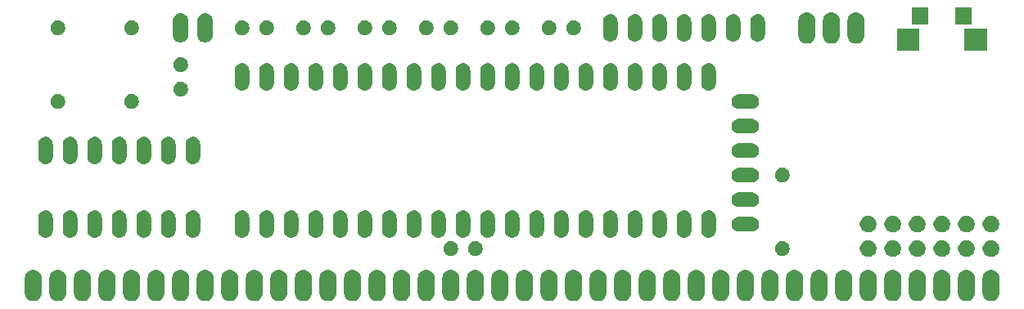
<source format=gbr>
G04 #@! TF.GenerationSoftware,KiCad,Pcbnew,5.1.2*
G04 #@! TF.CreationDate,2020-10-20T13:32:52+02:00*
G04 #@! TF.ProjectId,eaa651fdd346d6544176813de3c28a36,65616136-3531-4666-9464-333436643635,rev?*
G04 #@! TF.SameCoordinates,Original*
G04 #@! TF.FileFunction,Soldermask,Bot*
G04 #@! TF.FilePolarity,Negative*
%FSLAX46Y46*%
G04 Gerber Fmt 4.6, Leading zero omitted, Abs format (unit mm)*
G04 Created by KiCad (PCBNEW 5.1.2) date 2020-10-20 13:32:52*
%MOMM*%
%LPD*%
G04 APERTURE LIST*
%ADD10C,0.100000*%
G04 APERTURE END LIST*
D10*
G36*
X118990394Y-117355496D02*
G01*
X119110826Y-117392029D01*
X119153187Y-117404879D01*
X119303207Y-117485066D01*
X119303210Y-117485068D01*
X119303211Y-117485069D01*
X119434712Y-117592988D01*
X119542631Y-117724488D01*
X119542633Y-117724492D01*
X119542634Y-117724493D01*
X119622821Y-117874513D01*
X119622822Y-117874516D01*
X119672204Y-118037305D01*
X119684700Y-118164180D01*
X119684700Y-119773020D01*
X119672204Y-119899895D01*
X119622822Y-120062684D01*
X119622821Y-120062687D01*
X119542634Y-120212707D01*
X119542631Y-120212712D01*
X119434712Y-120344212D01*
X119303212Y-120452131D01*
X119303208Y-120452133D01*
X119303207Y-120452134D01*
X119153187Y-120532321D01*
X119153184Y-120532322D01*
X118990395Y-120581704D01*
X118821100Y-120598378D01*
X118651806Y-120581704D01*
X118489017Y-120532322D01*
X118489014Y-120532321D01*
X118338994Y-120452134D01*
X118338993Y-120452133D01*
X118338989Y-120452131D01*
X118207489Y-120344212D01*
X118099570Y-120212712D01*
X118099567Y-120212707D01*
X118019380Y-120062687D01*
X118019379Y-120062684D01*
X117969997Y-119899895D01*
X117957501Y-119773020D01*
X117957500Y-118164181D01*
X117969996Y-118037306D01*
X118019378Y-117874517D01*
X118019379Y-117874513D01*
X118099566Y-117724493D01*
X118099570Y-117724488D01*
X118207488Y-117592988D01*
X118338988Y-117485069D01*
X118338992Y-117485067D01*
X118338993Y-117485066D01*
X118489013Y-117404879D01*
X118489016Y-117404878D01*
X118651805Y-117355496D01*
X118821100Y-117338822D01*
X118990394Y-117355496D01*
X118990394Y-117355496D01*
G37*
G36*
X146930394Y-117355496D02*
G01*
X147050826Y-117392029D01*
X147093187Y-117404879D01*
X147243207Y-117485066D01*
X147243210Y-117485068D01*
X147243211Y-117485069D01*
X147374712Y-117592988D01*
X147482631Y-117724488D01*
X147482633Y-117724492D01*
X147482634Y-117724493D01*
X147562821Y-117874513D01*
X147562822Y-117874516D01*
X147612204Y-118037305D01*
X147624700Y-118164180D01*
X147624700Y-119773020D01*
X147612204Y-119899895D01*
X147562822Y-120062684D01*
X147562821Y-120062687D01*
X147482634Y-120212707D01*
X147482631Y-120212712D01*
X147374712Y-120344212D01*
X147243212Y-120452131D01*
X147243208Y-120452133D01*
X147243207Y-120452134D01*
X147093187Y-120532321D01*
X147093184Y-120532322D01*
X146930395Y-120581704D01*
X146761100Y-120598378D01*
X146591806Y-120581704D01*
X146429017Y-120532322D01*
X146429014Y-120532321D01*
X146278994Y-120452134D01*
X146278993Y-120452133D01*
X146278989Y-120452131D01*
X146147489Y-120344212D01*
X146039570Y-120212712D01*
X146039567Y-120212707D01*
X145959380Y-120062687D01*
X145959379Y-120062684D01*
X145909997Y-119899895D01*
X145897501Y-119773020D01*
X145897500Y-118164181D01*
X145909996Y-118037306D01*
X145959378Y-117874517D01*
X145959379Y-117874513D01*
X146039566Y-117724493D01*
X146039570Y-117724488D01*
X146147488Y-117592988D01*
X146278988Y-117485069D01*
X146278992Y-117485067D01*
X146278993Y-117485066D01*
X146429013Y-117404879D01*
X146429016Y-117404878D01*
X146591805Y-117355496D01*
X146761100Y-117338822D01*
X146930394Y-117355496D01*
X146930394Y-117355496D01*
G37*
G36*
X144390394Y-117355496D02*
G01*
X144510826Y-117392029D01*
X144553187Y-117404879D01*
X144703207Y-117485066D01*
X144703210Y-117485068D01*
X144703211Y-117485069D01*
X144834712Y-117592988D01*
X144942631Y-117724488D01*
X144942633Y-117724492D01*
X144942634Y-117724493D01*
X145022821Y-117874513D01*
X145022822Y-117874516D01*
X145072204Y-118037305D01*
X145084700Y-118164180D01*
X145084700Y-119773020D01*
X145072204Y-119899895D01*
X145022822Y-120062684D01*
X145022821Y-120062687D01*
X144942634Y-120212707D01*
X144942631Y-120212712D01*
X144834712Y-120344212D01*
X144703212Y-120452131D01*
X144703208Y-120452133D01*
X144703207Y-120452134D01*
X144553187Y-120532321D01*
X144553184Y-120532322D01*
X144390395Y-120581704D01*
X144221100Y-120598378D01*
X144051806Y-120581704D01*
X143889017Y-120532322D01*
X143889014Y-120532321D01*
X143738994Y-120452134D01*
X143738993Y-120452133D01*
X143738989Y-120452131D01*
X143607489Y-120344212D01*
X143499570Y-120212712D01*
X143499567Y-120212707D01*
X143419380Y-120062687D01*
X143419379Y-120062684D01*
X143369997Y-119899895D01*
X143357501Y-119773020D01*
X143357500Y-118164181D01*
X143369996Y-118037306D01*
X143419378Y-117874517D01*
X143419379Y-117874513D01*
X143499566Y-117724493D01*
X143499570Y-117724488D01*
X143607488Y-117592988D01*
X143738988Y-117485069D01*
X143738992Y-117485067D01*
X143738993Y-117485066D01*
X143889013Y-117404879D01*
X143889016Y-117404878D01*
X144051805Y-117355496D01*
X144221100Y-117338822D01*
X144390394Y-117355496D01*
X144390394Y-117355496D01*
G37*
G36*
X141850394Y-117355496D02*
G01*
X141970826Y-117392029D01*
X142013187Y-117404879D01*
X142163207Y-117485066D01*
X142163210Y-117485068D01*
X142163211Y-117485069D01*
X142294712Y-117592988D01*
X142402631Y-117724488D01*
X142402633Y-117724492D01*
X142402634Y-117724493D01*
X142482821Y-117874513D01*
X142482822Y-117874516D01*
X142532204Y-118037305D01*
X142544700Y-118164180D01*
X142544700Y-119773020D01*
X142532204Y-119899895D01*
X142482822Y-120062684D01*
X142482821Y-120062687D01*
X142402634Y-120212707D01*
X142402631Y-120212712D01*
X142294712Y-120344212D01*
X142163212Y-120452131D01*
X142163208Y-120452133D01*
X142163207Y-120452134D01*
X142013187Y-120532321D01*
X142013184Y-120532322D01*
X141850395Y-120581704D01*
X141681100Y-120598378D01*
X141511806Y-120581704D01*
X141349017Y-120532322D01*
X141349014Y-120532321D01*
X141198994Y-120452134D01*
X141198993Y-120452133D01*
X141198989Y-120452131D01*
X141067489Y-120344212D01*
X140959570Y-120212712D01*
X140959567Y-120212707D01*
X140879380Y-120062687D01*
X140879379Y-120062684D01*
X140829997Y-119899895D01*
X140817501Y-119773020D01*
X140817500Y-118164181D01*
X140829996Y-118037306D01*
X140879378Y-117874517D01*
X140879379Y-117874513D01*
X140959566Y-117724493D01*
X140959570Y-117724488D01*
X141067488Y-117592988D01*
X141198988Y-117485069D01*
X141198992Y-117485067D01*
X141198993Y-117485066D01*
X141349013Y-117404879D01*
X141349016Y-117404878D01*
X141511805Y-117355496D01*
X141681100Y-117338822D01*
X141850394Y-117355496D01*
X141850394Y-117355496D01*
G37*
G36*
X139310394Y-117355496D02*
G01*
X139430826Y-117392029D01*
X139473187Y-117404879D01*
X139623207Y-117485066D01*
X139623210Y-117485068D01*
X139623211Y-117485069D01*
X139754712Y-117592988D01*
X139862631Y-117724488D01*
X139862633Y-117724492D01*
X139862634Y-117724493D01*
X139942821Y-117874513D01*
X139942822Y-117874516D01*
X139992204Y-118037305D01*
X140004700Y-118164180D01*
X140004700Y-119773020D01*
X139992204Y-119899895D01*
X139942822Y-120062684D01*
X139942821Y-120062687D01*
X139862634Y-120212707D01*
X139862631Y-120212712D01*
X139754712Y-120344212D01*
X139623212Y-120452131D01*
X139623208Y-120452133D01*
X139623207Y-120452134D01*
X139473187Y-120532321D01*
X139473184Y-120532322D01*
X139310395Y-120581704D01*
X139141100Y-120598378D01*
X138971806Y-120581704D01*
X138809017Y-120532322D01*
X138809014Y-120532321D01*
X138658994Y-120452134D01*
X138658993Y-120452133D01*
X138658989Y-120452131D01*
X138527489Y-120344212D01*
X138419570Y-120212712D01*
X138419567Y-120212707D01*
X138339380Y-120062687D01*
X138339379Y-120062684D01*
X138289997Y-119899895D01*
X138277501Y-119773020D01*
X138277500Y-118164181D01*
X138289996Y-118037306D01*
X138339378Y-117874517D01*
X138339379Y-117874513D01*
X138419566Y-117724493D01*
X138419570Y-117724488D01*
X138527488Y-117592988D01*
X138658988Y-117485069D01*
X138658992Y-117485067D01*
X138658993Y-117485066D01*
X138809013Y-117404879D01*
X138809016Y-117404878D01*
X138971805Y-117355496D01*
X139141100Y-117338822D01*
X139310394Y-117355496D01*
X139310394Y-117355496D01*
G37*
G36*
X136770394Y-117355496D02*
G01*
X136890826Y-117392029D01*
X136933187Y-117404879D01*
X137083207Y-117485066D01*
X137083210Y-117485068D01*
X137083211Y-117485069D01*
X137214712Y-117592988D01*
X137322631Y-117724488D01*
X137322633Y-117724492D01*
X137322634Y-117724493D01*
X137402821Y-117874513D01*
X137402822Y-117874516D01*
X137452204Y-118037305D01*
X137464700Y-118164180D01*
X137464700Y-119773020D01*
X137452204Y-119899895D01*
X137402822Y-120062684D01*
X137402821Y-120062687D01*
X137322634Y-120212707D01*
X137322631Y-120212712D01*
X137214712Y-120344212D01*
X137083212Y-120452131D01*
X137083208Y-120452133D01*
X137083207Y-120452134D01*
X136933187Y-120532321D01*
X136933184Y-120532322D01*
X136770395Y-120581704D01*
X136601100Y-120598378D01*
X136431806Y-120581704D01*
X136269017Y-120532322D01*
X136269014Y-120532321D01*
X136118994Y-120452134D01*
X136118993Y-120452133D01*
X136118989Y-120452131D01*
X135987489Y-120344212D01*
X135879570Y-120212712D01*
X135879567Y-120212707D01*
X135799380Y-120062687D01*
X135799379Y-120062684D01*
X135749997Y-119899895D01*
X135737501Y-119773020D01*
X135737500Y-118164181D01*
X135749996Y-118037306D01*
X135799378Y-117874517D01*
X135799379Y-117874513D01*
X135879566Y-117724493D01*
X135879570Y-117724488D01*
X135987488Y-117592988D01*
X136118988Y-117485069D01*
X136118992Y-117485067D01*
X136118993Y-117485066D01*
X136269013Y-117404879D01*
X136269016Y-117404878D01*
X136431805Y-117355496D01*
X136601100Y-117338822D01*
X136770394Y-117355496D01*
X136770394Y-117355496D01*
G37*
G36*
X134230394Y-117355496D02*
G01*
X134350826Y-117392029D01*
X134393187Y-117404879D01*
X134543207Y-117485066D01*
X134543210Y-117485068D01*
X134543211Y-117485069D01*
X134674712Y-117592988D01*
X134782631Y-117724488D01*
X134782633Y-117724492D01*
X134782634Y-117724493D01*
X134862821Y-117874513D01*
X134862822Y-117874516D01*
X134912204Y-118037305D01*
X134924700Y-118164180D01*
X134924700Y-119773020D01*
X134912204Y-119899895D01*
X134862822Y-120062684D01*
X134862821Y-120062687D01*
X134782634Y-120212707D01*
X134782631Y-120212712D01*
X134674712Y-120344212D01*
X134543212Y-120452131D01*
X134543208Y-120452133D01*
X134543207Y-120452134D01*
X134393187Y-120532321D01*
X134393184Y-120532322D01*
X134230395Y-120581704D01*
X134061100Y-120598378D01*
X133891806Y-120581704D01*
X133729017Y-120532322D01*
X133729014Y-120532321D01*
X133578994Y-120452134D01*
X133578993Y-120452133D01*
X133578989Y-120452131D01*
X133447489Y-120344212D01*
X133339570Y-120212712D01*
X133339567Y-120212707D01*
X133259380Y-120062687D01*
X133259379Y-120062684D01*
X133209997Y-119899895D01*
X133197501Y-119773020D01*
X133197500Y-118164181D01*
X133209996Y-118037306D01*
X133259378Y-117874517D01*
X133259379Y-117874513D01*
X133339566Y-117724493D01*
X133339570Y-117724488D01*
X133447488Y-117592988D01*
X133578988Y-117485069D01*
X133578992Y-117485067D01*
X133578993Y-117485066D01*
X133729013Y-117404879D01*
X133729016Y-117404878D01*
X133891805Y-117355496D01*
X134061100Y-117338822D01*
X134230394Y-117355496D01*
X134230394Y-117355496D01*
G37*
G36*
X131690394Y-117355496D02*
G01*
X131810826Y-117392029D01*
X131853187Y-117404879D01*
X132003207Y-117485066D01*
X132003210Y-117485068D01*
X132003211Y-117485069D01*
X132134712Y-117592988D01*
X132242631Y-117724488D01*
X132242633Y-117724492D01*
X132242634Y-117724493D01*
X132322821Y-117874513D01*
X132322822Y-117874516D01*
X132372204Y-118037305D01*
X132384700Y-118164180D01*
X132384700Y-119773020D01*
X132372204Y-119899895D01*
X132322822Y-120062684D01*
X132322821Y-120062687D01*
X132242634Y-120212707D01*
X132242631Y-120212712D01*
X132134712Y-120344212D01*
X132003212Y-120452131D01*
X132003208Y-120452133D01*
X132003207Y-120452134D01*
X131853187Y-120532321D01*
X131853184Y-120532322D01*
X131690395Y-120581704D01*
X131521100Y-120598378D01*
X131351806Y-120581704D01*
X131189017Y-120532322D01*
X131189014Y-120532321D01*
X131038994Y-120452134D01*
X131038993Y-120452133D01*
X131038989Y-120452131D01*
X130907489Y-120344212D01*
X130799570Y-120212712D01*
X130799567Y-120212707D01*
X130719380Y-120062687D01*
X130719379Y-120062684D01*
X130669997Y-119899895D01*
X130657501Y-119773020D01*
X130657500Y-118164181D01*
X130669996Y-118037306D01*
X130719378Y-117874517D01*
X130719379Y-117874513D01*
X130799566Y-117724493D01*
X130799570Y-117724488D01*
X130907488Y-117592988D01*
X131038988Y-117485069D01*
X131038992Y-117485067D01*
X131038993Y-117485066D01*
X131189013Y-117404879D01*
X131189016Y-117404878D01*
X131351805Y-117355496D01*
X131521100Y-117338822D01*
X131690394Y-117355496D01*
X131690394Y-117355496D01*
G37*
G36*
X129150394Y-117355496D02*
G01*
X129270826Y-117392029D01*
X129313187Y-117404879D01*
X129463207Y-117485066D01*
X129463210Y-117485068D01*
X129463211Y-117485069D01*
X129594712Y-117592988D01*
X129702631Y-117724488D01*
X129702633Y-117724492D01*
X129702634Y-117724493D01*
X129782821Y-117874513D01*
X129782822Y-117874516D01*
X129832204Y-118037305D01*
X129844700Y-118164180D01*
X129844700Y-119773020D01*
X129832204Y-119899895D01*
X129782822Y-120062684D01*
X129782821Y-120062687D01*
X129702634Y-120212707D01*
X129702631Y-120212712D01*
X129594712Y-120344212D01*
X129463212Y-120452131D01*
X129463208Y-120452133D01*
X129463207Y-120452134D01*
X129313187Y-120532321D01*
X129313184Y-120532322D01*
X129150395Y-120581704D01*
X128981100Y-120598378D01*
X128811806Y-120581704D01*
X128649017Y-120532322D01*
X128649014Y-120532321D01*
X128498994Y-120452134D01*
X128498993Y-120452133D01*
X128498989Y-120452131D01*
X128367489Y-120344212D01*
X128259570Y-120212712D01*
X128259567Y-120212707D01*
X128179380Y-120062687D01*
X128179379Y-120062684D01*
X128129997Y-119899895D01*
X128117501Y-119773020D01*
X128117500Y-118164181D01*
X128129996Y-118037306D01*
X128179378Y-117874517D01*
X128179379Y-117874513D01*
X128259566Y-117724493D01*
X128259570Y-117724488D01*
X128367488Y-117592988D01*
X128498988Y-117485069D01*
X128498992Y-117485067D01*
X128498993Y-117485066D01*
X128649013Y-117404879D01*
X128649016Y-117404878D01*
X128811805Y-117355496D01*
X128981100Y-117338822D01*
X129150394Y-117355496D01*
X129150394Y-117355496D01*
G37*
G36*
X126610394Y-117355496D02*
G01*
X126730826Y-117392029D01*
X126773187Y-117404879D01*
X126923207Y-117485066D01*
X126923210Y-117485068D01*
X126923211Y-117485069D01*
X127054712Y-117592988D01*
X127162631Y-117724488D01*
X127162633Y-117724492D01*
X127162634Y-117724493D01*
X127242821Y-117874513D01*
X127242822Y-117874516D01*
X127292204Y-118037305D01*
X127304700Y-118164180D01*
X127304700Y-119773020D01*
X127292204Y-119899895D01*
X127242822Y-120062684D01*
X127242821Y-120062687D01*
X127162634Y-120212707D01*
X127162631Y-120212712D01*
X127054712Y-120344212D01*
X126923212Y-120452131D01*
X126923208Y-120452133D01*
X126923207Y-120452134D01*
X126773187Y-120532321D01*
X126773184Y-120532322D01*
X126610395Y-120581704D01*
X126441100Y-120598378D01*
X126271806Y-120581704D01*
X126109017Y-120532322D01*
X126109014Y-120532321D01*
X125958994Y-120452134D01*
X125958993Y-120452133D01*
X125958989Y-120452131D01*
X125827489Y-120344212D01*
X125719570Y-120212712D01*
X125719567Y-120212707D01*
X125639380Y-120062687D01*
X125639379Y-120062684D01*
X125589997Y-119899895D01*
X125577501Y-119773020D01*
X125577500Y-118164181D01*
X125589996Y-118037306D01*
X125639378Y-117874517D01*
X125639379Y-117874513D01*
X125719566Y-117724493D01*
X125719570Y-117724488D01*
X125827488Y-117592988D01*
X125958988Y-117485069D01*
X125958992Y-117485067D01*
X125958993Y-117485066D01*
X126109013Y-117404879D01*
X126109016Y-117404878D01*
X126271805Y-117355496D01*
X126441100Y-117338822D01*
X126610394Y-117355496D01*
X126610394Y-117355496D01*
G37*
G36*
X124070394Y-117355496D02*
G01*
X124190826Y-117392029D01*
X124233187Y-117404879D01*
X124383207Y-117485066D01*
X124383210Y-117485068D01*
X124383211Y-117485069D01*
X124514712Y-117592988D01*
X124622631Y-117724488D01*
X124622633Y-117724492D01*
X124622634Y-117724493D01*
X124702821Y-117874513D01*
X124702822Y-117874516D01*
X124752204Y-118037305D01*
X124764700Y-118164180D01*
X124764700Y-119773020D01*
X124752204Y-119899895D01*
X124702822Y-120062684D01*
X124702821Y-120062687D01*
X124622634Y-120212707D01*
X124622631Y-120212712D01*
X124514712Y-120344212D01*
X124383212Y-120452131D01*
X124383208Y-120452133D01*
X124383207Y-120452134D01*
X124233187Y-120532321D01*
X124233184Y-120532322D01*
X124070395Y-120581704D01*
X123901100Y-120598378D01*
X123731806Y-120581704D01*
X123569017Y-120532322D01*
X123569014Y-120532321D01*
X123418994Y-120452134D01*
X123418993Y-120452133D01*
X123418989Y-120452131D01*
X123287489Y-120344212D01*
X123179570Y-120212712D01*
X123179567Y-120212707D01*
X123099380Y-120062687D01*
X123099379Y-120062684D01*
X123049997Y-119899895D01*
X123037501Y-119773020D01*
X123037500Y-118164181D01*
X123049996Y-118037306D01*
X123099378Y-117874517D01*
X123099379Y-117874513D01*
X123179566Y-117724493D01*
X123179570Y-117724488D01*
X123287488Y-117592988D01*
X123418988Y-117485069D01*
X123418992Y-117485067D01*
X123418993Y-117485066D01*
X123569013Y-117404879D01*
X123569016Y-117404878D01*
X123731805Y-117355496D01*
X123901100Y-117338822D01*
X124070394Y-117355496D01*
X124070394Y-117355496D01*
G37*
G36*
X195190394Y-117355496D02*
G01*
X195310826Y-117392029D01*
X195353187Y-117404879D01*
X195503207Y-117485066D01*
X195503210Y-117485068D01*
X195503211Y-117485069D01*
X195634712Y-117592988D01*
X195742631Y-117724488D01*
X195742633Y-117724492D01*
X195742634Y-117724493D01*
X195822821Y-117874513D01*
X195822822Y-117874516D01*
X195872204Y-118037305D01*
X195884700Y-118164180D01*
X195884700Y-119773020D01*
X195872204Y-119899895D01*
X195822822Y-120062684D01*
X195822821Y-120062687D01*
X195742634Y-120212707D01*
X195742631Y-120212712D01*
X195634712Y-120344212D01*
X195503212Y-120452131D01*
X195503208Y-120452133D01*
X195503207Y-120452134D01*
X195353187Y-120532321D01*
X195353184Y-120532322D01*
X195190395Y-120581704D01*
X195021100Y-120598378D01*
X194851806Y-120581704D01*
X194689017Y-120532322D01*
X194689014Y-120532321D01*
X194538994Y-120452134D01*
X194538993Y-120452133D01*
X194538989Y-120452131D01*
X194407489Y-120344212D01*
X194299570Y-120212712D01*
X194299567Y-120212707D01*
X194219380Y-120062687D01*
X194219379Y-120062684D01*
X194169997Y-119899895D01*
X194157501Y-119773020D01*
X194157500Y-118164181D01*
X194169996Y-118037306D01*
X194219378Y-117874517D01*
X194219379Y-117874513D01*
X194299566Y-117724493D01*
X194299570Y-117724488D01*
X194407488Y-117592988D01*
X194538988Y-117485069D01*
X194538992Y-117485067D01*
X194538993Y-117485066D01*
X194689013Y-117404879D01*
X194689016Y-117404878D01*
X194851805Y-117355496D01*
X195021100Y-117338822D01*
X195190394Y-117355496D01*
X195190394Y-117355496D01*
G37*
G36*
X116450394Y-117355496D02*
G01*
X116570826Y-117392029D01*
X116613187Y-117404879D01*
X116763207Y-117485066D01*
X116763210Y-117485068D01*
X116763211Y-117485069D01*
X116894712Y-117592988D01*
X117002631Y-117724488D01*
X117002633Y-117724492D01*
X117002634Y-117724493D01*
X117082821Y-117874513D01*
X117082822Y-117874516D01*
X117132204Y-118037305D01*
X117144700Y-118164180D01*
X117144700Y-119773020D01*
X117132204Y-119899895D01*
X117082822Y-120062684D01*
X117082821Y-120062687D01*
X117002634Y-120212707D01*
X117002631Y-120212712D01*
X116894712Y-120344212D01*
X116763212Y-120452131D01*
X116763208Y-120452133D01*
X116763207Y-120452134D01*
X116613187Y-120532321D01*
X116613184Y-120532322D01*
X116450395Y-120581704D01*
X116281100Y-120598378D01*
X116111806Y-120581704D01*
X115949017Y-120532322D01*
X115949014Y-120532321D01*
X115798994Y-120452134D01*
X115798993Y-120452133D01*
X115798989Y-120452131D01*
X115667489Y-120344212D01*
X115559570Y-120212712D01*
X115559567Y-120212707D01*
X115479380Y-120062687D01*
X115479379Y-120062684D01*
X115429997Y-119899895D01*
X115417501Y-119773020D01*
X115417500Y-118164181D01*
X115429996Y-118037306D01*
X115479378Y-117874517D01*
X115479379Y-117874513D01*
X115559566Y-117724493D01*
X115559570Y-117724488D01*
X115667488Y-117592988D01*
X115798988Y-117485069D01*
X115798992Y-117485067D01*
X115798993Y-117485066D01*
X115949013Y-117404879D01*
X115949016Y-117404878D01*
X116111805Y-117355496D01*
X116281100Y-117338822D01*
X116450394Y-117355496D01*
X116450394Y-117355496D01*
G37*
G36*
X113910394Y-117355496D02*
G01*
X114030826Y-117392029D01*
X114073187Y-117404879D01*
X114223207Y-117485066D01*
X114223210Y-117485068D01*
X114223211Y-117485069D01*
X114354712Y-117592988D01*
X114462631Y-117724488D01*
X114462633Y-117724492D01*
X114462634Y-117724493D01*
X114542821Y-117874513D01*
X114542822Y-117874516D01*
X114592204Y-118037305D01*
X114604700Y-118164180D01*
X114604700Y-119773020D01*
X114592204Y-119899895D01*
X114542822Y-120062684D01*
X114542821Y-120062687D01*
X114462634Y-120212707D01*
X114462631Y-120212712D01*
X114354712Y-120344212D01*
X114223212Y-120452131D01*
X114223208Y-120452133D01*
X114223207Y-120452134D01*
X114073187Y-120532321D01*
X114073184Y-120532322D01*
X113910395Y-120581704D01*
X113741100Y-120598378D01*
X113571806Y-120581704D01*
X113409017Y-120532322D01*
X113409014Y-120532321D01*
X113258994Y-120452134D01*
X113258993Y-120452133D01*
X113258989Y-120452131D01*
X113127489Y-120344212D01*
X113019570Y-120212712D01*
X113019567Y-120212707D01*
X112939380Y-120062687D01*
X112939379Y-120062684D01*
X112889997Y-119899895D01*
X112877501Y-119773020D01*
X112877500Y-118164181D01*
X112889996Y-118037306D01*
X112939378Y-117874517D01*
X112939379Y-117874513D01*
X113019566Y-117724493D01*
X113019570Y-117724488D01*
X113127488Y-117592988D01*
X113258988Y-117485069D01*
X113258992Y-117485067D01*
X113258993Y-117485066D01*
X113409013Y-117404879D01*
X113409016Y-117404878D01*
X113571805Y-117355496D01*
X113741100Y-117338822D01*
X113910394Y-117355496D01*
X113910394Y-117355496D01*
G37*
G36*
X111370394Y-117355496D02*
G01*
X111490826Y-117392029D01*
X111533187Y-117404879D01*
X111683207Y-117485066D01*
X111683210Y-117485068D01*
X111683211Y-117485069D01*
X111814712Y-117592988D01*
X111922631Y-117724488D01*
X111922633Y-117724492D01*
X111922634Y-117724493D01*
X112002821Y-117874513D01*
X112002822Y-117874516D01*
X112052204Y-118037305D01*
X112064700Y-118164180D01*
X112064700Y-119773020D01*
X112052204Y-119899895D01*
X112002822Y-120062684D01*
X112002821Y-120062687D01*
X111922634Y-120212707D01*
X111922631Y-120212712D01*
X111814712Y-120344212D01*
X111683212Y-120452131D01*
X111683208Y-120452133D01*
X111683207Y-120452134D01*
X111533187Y-120532321D01*
X111533184Y-120532322D01*
X111370395Y-120581704D01*
X111201100Y-120598378D01*
X111031806Y-120581704D01*
X110869017Y-120532322D01*
X110869014Y-120532321D01*
X110718994Y-120452134D01*
X110718993Y-120452133D01*
X110718989Y-120452131D01*
X110587489Y-120344212D01*
X110479570Y-120212712D01*
X110479567Y-120212707D01*
X110399380Y-120062687D01*
X110399379Y-120062684D01*
X110349997Y-119899895D01*
X110337501Y-119773020D01*
X110337500Y-118164181D01*
X110349996Y-118037306D01*
X110399378Y-117874517D01*
X110399379Y-117874513D01*
X110479566Y-117724493D01*
X110479570Y-117724488D01*
X110587488Y-117592988D01*
X110718988Y-117485069D01*
X110718992Y-117485067D01*
X110718993Y-117485066D01*
X110869013Y-117404879D01*
X110869016Y-117404878D01*
X111031805Y-117355496D01*
X111201100Y-117338822D01*
X111370394Y-117355496D01*
X111370394Y-117355496D01*
G37*
G36*
X108830394Y-117355496D02*
G01*
X108950826Y-117392029D01*
X108993187Y-117404879D01*
X109143207Y-117485066D01*
X109143210Y-117485068D01*
X109143211Y-117485069D01*
X109274712Y-117592988D01*
X109382631Y-117724488D01*
X109382633Y-117724492D01*
X109382634Y-117724493D01*
X109462821Y-117874513D01*
X109462822Y-117874516D01*
X109512204Y-118037305D01*
X109524700Y-118164180D01*
X109524700Y-119773020D01*
X109512204Y-119899895D01*
X109462822Y-120062684D01*
X109462821Y-120062687D01*
X109382634Y-120212707D01*
X109382631Y-120212712D01*
X109274712Y-120344212D01*
X109143212Y-120452131D01*
X109143208Y-120452133D01*
X109143207Y-120452134D01*
X108993187Y-120532321D01*
X108993184Y-120532322D01*
X108830395Y-120581704D01*
X108661100Y-120598378D01*
X108491806Y-120581704D01*
X108329017Y-120532322D01*
X108329014Y-120532321D01*
X108178994Y-120452134D01*
X108178993Y-120452133D01*
X108178989Y-120452131D01*
X108047489Y-120344212D01*
X107939570Y-120212712D01*
X107939567Y-120212707D01*
X107859380Y-120062687D01*
X107859379Y-120062684D01*
X107809997Y-119899895D01*
X107797501Y-119773020D01*
X107797500Y-118164181D01*
X107809996Y-118037306D01*
X107859378Y-117874517D01*
X107859379Y-117874513D01*
X107939566Y-117724493D01*
X107939570Y-117724488D01*
X108047488Y-117592988D01*
X108178988Y-117485069D01*
X108178992Y-117485067D01*
X108178993Y-117485066D01*
X108329013Y-117404879D01*
X108329016Y-117404878D01*
X108491805Y-117355496D01*
X108661100Y-117338822D01*
X108830394Y-117355496D01*
X108830394Y-117355496D01*
G37*
G36*
X106290394Y-117355496D02*
G01*
X106410826Y-117392029D01*
X106453187Y-117404879D01*
X106603207Y-117485066D01*
X106603210Y-117485068D01*
X106603211Y-117485069D01*
X106734712Y-117592988D01*
X106842631Y-117724488D01*
X106842633Y-117724492D01*
X106842634Y-117724493D01*
X106922821Y-117874513D01*
X106922822Y-117874516D01*
X106972204Y-118037305D01*
X106984700Y-118164180D01*
X106984700Y-119773020D01*
X106972204Y-119899895D01*
X106922822Y-120062684D01*
X106922821Y-120062687D01*
X106842634Y-120212707D01*
X106842631Y-120212712D01*
X106734712Y-120344212D01*
X106603212Y-120452131D01*
X106603208Y-120452133D01*
X106603207Y-120452134D01*
X106453187Y-120532321D01*
X106453184Y-120532322D01*
X106290395Y-120581704D01*
X106121100Y-120598378D01*
X105951806Y-120581704D01*
X105789017Y-120532322D01*
X105789014Y-120532321D01*
X105638994Y-120452134D01*
X105638993Y-120452133D01*
X105638989Y-120452131D01*
X105507489Y-120344212D01*
X105399570Y-120212712D01*
X105399567Y-120212707D01*
X105319380Y-120062687D01*
X105319379Y-120062684D01*
X105269997Y-119899895D01*
X105257501Y-119773020D01*
X105257500Y-118164181D01*
X105269996Y-118037306D01*
X105319378Y-117874517D01*
X105319379Y-117874513D01*
X105399566Y-117724493D01*
X105399570Y-117724488D01*
X105507488Y-117592988D01*
X105638988Y-117485069D01*
X105638992Y-117485067D01*
X105638993Y-117485066D01*
X105789013Y-117404879D01*
X105789016Y-117404878D01*
X105951805Y-117355496D01*
X106121100Y-117338822D01*
X106290394Y-117355496D01*
X106290394Y-117355496D01*
G37*
G36*
X101210394Y-117355496D02*
G01*
X101330826Y-117392029D01*
X101373187Y-117404879D01*
X101523207Y-117485066D01*
X101523210Y-117485068D01*
X101523211Y-117485069D01*
X101654712Y-117592988D01*
X101762631Y-117724488D01*
X101762633Y-117724492D01*
X101762634Y-117724493D01*
X101842821Y-117874513D01*
X101842822Y-117874516D01*
X101892204Y-118037305D01*
X101904700Y-118164180D01*
X101904700Y-119773020D01*
X101892204Y-119899895D01*
X101842822Y-120062684D01*
X101842821Y-120062687D01*
X101762634Y-120212707D01*
X101762631Y-120212712D01*
X101654712Y-120344212D01*
X101523212Y-120452131D01*
X101523208Y-120452133D01*
X101523207Y-120452134D01*
X101373187Y-120532321D01*
X101373184Y-120532322D01*
X101210395Y-120581704D01*
X101041100Y-120598378D01*
X100871806Y-120581704D01*
X100709017Y-120532322D01*
X100709014Y-120532321D01*
X100558994Y-120452134D01*
X100558993Y-120452133D01*
X100558989Y-120452131D01*
X100427489Y-120344212D01*
X100319570Y-120212712D01*
X100319567Y-120212707D01*
X100239380Y-120062687D01*
X100239379Y-120062684D01*
X100189997Y-119899895D01*
X100177501Y-119773020D01*
X100177500Y-118164181D01*
X100189996Y-118037306D01*
X100239378Y-117874517D01*
X100239379Y-117874513D01*
X100319566Y-117724493D01*
X100319570Y-117724488D01*
X100427488Y-117592988D01*
X100558988Y-117485069D01*
X100558992Y-117485067D01*
X100558993Y-117485066D01*
X100709013Y-117404879D01*
X100709016Y-117404878D01*
X100871805Y-117355496D01*
X101041100Y-117338822D01*
X101210394Y-117355496D01*
X101210394Y-117355496D01*
G37*
G36*
X98670394Y-117355496D02*
G01*
X98790826Y-117392029D01*
X98833187Y-117404879D01*
X98983207Y-117485066D01*
X98983210Y-117485068D01*
X98983211Y-117485069D01*
X99114712Y-117592988D01*
X99222631Y-117724488D01*
X99222633Y-117724492D01*
X99222634Y-117724493D01*
X99302821Y-117874513D01*
X99302822Y-117874516D01*
X99352204Y-118037305D01*
X99364700Y-118164180D01*
X99364700Y-119773020D01*
X99352204Y-119899895D01*
X99302822Y-120062684D01*
X99302821Y-120062687D01*
X99222634Y-120212707D01*
X99222631Y-120212712D01*
X99114712Y-120344212D01*
X98983212Y-120452131D01*
X98983208Y-120452133D01*
X98983207Y-120452134D01*
X98833187Y-120532321D01*
X98833184Y-120532322D01*
X98670395Y-120581704D01*
X98501100Y-120598378D01*
X98331806Y-120581704D01*
X98169017Y-120532322D01*
X98169014Y-120532321D01*
X98018994Y-120452134D01*
X98018993Y-120452133D01*
X98018989Y-120452131D01*
X97887489Y-120344212D01*
X97779570Y-120212712D01*
X97779567Y-120212707D01*
X97699380Y-120062687D01*
X97699379Y-120062684D01*
X97649997Y-119899895D01*
X97637501Y-119773020D01*
X97637500Y-118164181D01*
X97649996Y-118037306D01*
X97699378Y-117874517D01*
X97699379Y-117874513D01*
X97779566Y-117724493D01*
X97779570Y-117724488D01*
X97887488Y-117592988D01*
X98018988Y-117485069D01*
X98018992Y-117485067D01*
X98018993Y-117485066D01*
X98169013Y-117404879D01*
X98169016Y-117404878D01*
X98331805Y-117355496D01*
X98501100Y-117338822D01*
X98670394Y-117355496D01*
X98670394Y-117355496D01*
G37*
G36*
X103750394Y-117355496D02*
G01*
X103870826Y-117392029D01*
X103913187Y-117404879D01*
X104063207Y-117485066D01*
X104063210Y-117485068D01*
X104063211Y-117485069D01*
X104194712Y-117592988D01*
X104302631Y-117724488D01*
X104302633Y-117724492D01*
X104302634Y-117724493D01*
X104382821Y-117874513D01*
X104382822Y-117874516D01*
X104432204Y-118037305D01*
X104444700Y-118164180D01*
X104444700Y-119773020D01*
X104432204Y-119899895D01*
X104382822Y-120062684D01*
X104382821Y-120062687D01*
X104302634Y-120212707D01*
X104302631Y-120212712D01*
X104194712Y-120344212D01*
X104063212Y-120452131D01*
X104063208Y-120452133D01*
X104063207Y-120452134D01*
X103913187Y-120532321D01*
X103913184Y-120532322D01*
X103750395Y-120581704D01*
X103581100Y-120598378D01*
X103411806Y-120581704D01*
X103249017Y-120532322D01*
X103249014Y-120532321D01*
X103098994Y-120452134D01*
X103098993Y-120452133D01*
X103098989Y-120452131D01*
X102967489Y-120344212D01*
X102859570Y-120212712D01*
X102859567Y-120212707D01*
X102779380Y-120062687D01*
X102779379Y-120062684D01*
X102729997Y-119899895D01*
X102717501Y-119773020D01*
X102717500Y-118164181D01*
X102729996Y-118037306D01*
X102779378Y-117874517D01*
X102779379Y-117874513D01*
X102859566Y-117724493D01*
X102859570Y-117724488D01*
X102967488Y-117592988D01*
X103098988Y-117485069D01*
X103098992Y-117485067D01*
X103098993Y-117485066D01*
X103249013Y-117404879D01*
X103249016Y-117404878D01*
X103411805Y-117355496D01*
X103581100Y-117338822D01*
X103750394Y-117355496D01*
X103750394Y-117355496D01*
G37*
G36*
X172330394Y-117355496D02*
G01*
X172450826Y-117392029D01*
X172493187Y-117404879D01*
X172643207Y-117485066D01*
X172643210Y-117485068D01*
X172643211Y-117485069D01*
X172774712Y-117592988D01*
X172882631Y-117724488D01*
X172882633Y-117724492D01*
X172882634Y-117724493D01*
X172962821Y-117874513D01*
X172962822Y-117874516D01*
X173012204Y-118037305D01*
X173024700Y-118164180D01*
X173024700Y-119773020D01*
X173012204Y-119899895D01*
X172962822Y-120062684D01*
X172962821Y-120062687D01*
X172882634Y-120212707D01*
X172882631Y-120212712D01*
X172774712Y-120344212D01*
X172643212Y-120452131D01*
X172643208Y-120452133D01*
X172643207Y-120452134D01*
X172493187Y-120532321D01*
X172493184Y-120532322D01*
X172330395Y-120581704D01*
X172161100Y-120598378D01*
X171991806Y-120581704D01*
X171829017Y-120532322D01*
X171829014Y-120532321D01*
X171678994Y-120452134D01*
X171678993Y-120452133D01*
X171678989Y-120452131D01*
X171547489Y-120344212D01*
X171439570Y-120212712D01*
X171439567Y-120212707D01*
X171359380Y-120062687D01*
X171359379Y-120062684D01*
X171309997Y-119899895D01*
X171297501Y-119773020D01*
X171297500Y-118164181D01*
X171309996Y-118037306D01*
X171359378Y-117874517D01*
X171359379Y-117874513D01*
X171439566Y-117724493D01*
X171439570Y-117724488D01*
X171547488Y-117592988D01*
X171678988Y-117485069D01*
X171678992Y-117485067D01*
X171678993Y-117485066D01*
X171829013Y-117404879D01*
X171829016Y-117404878D01*
X171991805Y-117355496D01*
X172161100Y-117338822D01*
X172330394Y-117355496D01*
X172330394Y-117355496D01*
G37*
G36*
X149470394Y-117355496D02*
G01*
X149590826Y-117392029D01*
X149633187Y-117404879D01*
X149783207Y-117485066D01*
X149783210Y-117485068D01*
X149783211Y-117485069D01*
X149914712Y-117592988D01*
X150022631Y-117724488D01*
X150022633Y-117724492D01*
X150022634Y-117724493D01*
X150102821Y-117874513D01*
X150102822Y-117874516D01*
X150152204Y-118037305D01*
X150164700Y-118164180D01*
X150164700Y-119773020D01*
X150152204Y-119899895D01*
X150102822Y-120062684D01*
X150102821Y-120062687D01*
X150022634Y-120212707D01*
X150022631Y-120212712D01*
X149914712Y-120344212D01*
X149783212Y-120452131D01*
X149783208Y-120452133D01*
X149783207Y-120452134D01*
X149633187Y-120532321D01*
X149633184Y-120532322D01*
X149470395Y-120581704D01*
X149301100Y-120598378D01*
X149131806Y-120581704D01*
X148969017Y-120532322D01*
X148969014Y-120532321D01*
X148818994Y-120452134D01*
X148818993Y-120452133D01*
X148818989Y-120452131D01*
X148687489Y-120344212D01*
X148579570Y-120212712D01*
X148579567Y-120212707D01*
X148499380Y-120062687D01*
X148499379Y-120062684D01*
X148449997Y-119899895D01*
X148437501Y-119773020D01*
X148437500Y-118164181D01*
X148449996Y-118037306D01*
X148499378Y-117874517D01*
X148499379Y-117874513D01*
X148579566Y-117724493D01*
X148579570Y-117724488D01*
X148687488Y-117592988D01*
X148818988Y-117485069D01*
X148818992Y-117485067D01*
X148818993Y-117485066D01*
X148969013Y-117404879D01*
X148969016Y-117404878D01*
X149131805Y-117355496D01*
X149301100Y-117338822D01*
X149470394Y-117355496D01*
X149470394Y-117355496D01*
G37*
G36*
X121530394Y-117355496D02*
G01*
X121650826Y-117392029D01*
X121693187Y-117404879D01*
X121843207Y-117485066D01*
X121843210Y-117485068D01*
X121843211Y-117485069D01*
X121974712Y-117592988D01*
X122082631Y-117724488D01*
X122082633Y-117724492D01*
X122082634Y-117724493D01*
X122162821Y-117874513D01*
X122162822Y-117874516D01*
X122212204Y-118037305D01*
X122224700Y-118164180D01*
X122224700Y-119773020D01*
X122212204Y-119899895D01*
X122162822Y-120062684D01*
X122162821Y-120062687D01*
X122082634Y-120212707D01*
X122082631Y-120212712D01*
X121974712Y-120344212D01*
X121843212Y-120452131D01*
X121843208Y-120452133D01*
X121843207Y-120452134D01*
X121693187Y-120532321D01*
X121693184Y-120532322D01*
X121530395Y-120581704D01*
X121361100Y-120598378D01*
X121191806Y-120581704D01*
X121029017Y-120532322D01*
X121029014Y-120532321D01*
X120878994Y-120452134D01*
X120878993Y-120452133D01*
X120878989Y-120452131D01*
X120747489Y-120344212D01*
X120639570Y-120212712D01*
X120639567Y-120212707D01*
X120559380Y-120062687D01*
X120559379Y-120062684D01*
X120509997Y-119899895D01*
X120497501Y-119773020D01*
X120497500Y-118164181D01*
X120509996Y-118037306D01*
X120559378Y-117874517D01*
X120559379Y-117874513D01*
X120639566Y-117724493D01*
X120639570Y-117724488D01*
X120747488Y-117592988D01*
X120878988Y-117485069D01*
X120878992Y-117485067D01*
X120878993Y-117485066D01*
X121029013Y-117404879D01*
X121029016Y-117404878D01*
X121191805Y-117355496D01*
X121361100Y-117338822D01*
X121530394Y-117355496D01*
X121530394Y-117355496D01*
G37*
G36*
X192650394Y-117355496D02*
G01*
X192770826Y-117392029D01*
X192813187Y-117404879D01*
X192963207Y-117485066D01*
X192963210Y-117485068D01*
X192963211Y-117485069D01*
X193094712Y-117592988D01*
X193202631Y-117724488D01*
X193202633Y-117724492D01*
X193202634Y-117724493D01*
X193282821Y-117874513D01*
X193282822Y-117874516D01*
X193332204Y-118037305D01*
X193344700Y-118164180D01*
X193344700Y-119773020D01*
X193332204Y-119899895D01*
X193282822Y-120062684D01*
X193282821Y-120062687D01*
X193202634Y-120212707D01*
X193202631Y-120212712D01*
X193094712Y-120344212D01*
X192963212Y-120452131D01*
X192963208Y-120452133D01*
X192963207Y-120452134D01*
X192813187Y-120532321D01*
X192813184Y-120532322D01*
X192650395Y-120581704D01*
X192481100Y-120598378D01*
X192311806Y-120581704D01*
X192149017Y-120532322D01*
X192149014Y-120532321D01*
X191998994Y-120452134D01*
X191998993Y-120452133D01*
X191998989Y-120452131D01*
X191867489Y-120344212D01*
X191759570Y-120212712D01*
X191759567Y-120212707D01*
X191679380Y-120062687D01*
X191679379Y-120062684D01*
X191629997Y-119899895D01*
X191617501Y-119773020D01*
X191617500Y-118164181D01*
X191629996Y-118037306D01*
X191679378Y-117874517D01*
X191679379Y-117874513D01*
X191759566Y-117724493D01*
X191759570Y-117724488D01*
X191867488Y-117592988D01*
X191998988Y-117485069D01*
X191998992Y-117485067D01*
X191998993Y-117485066D01*
X192149013Y-117404879D01*
X192149016Y-117404878D01*
X192311805Y-117355496D01*
X192481100Y-117338822D01*
X192650394Y-117355496D01*
X192650394Y-117355496D01*
G37*
G36*
X190110394Y-117355496D02*
G01*
X190230826Y-117392029D01*
X190273187Y-117404879D01*
X190423207Y-117485066D01*
X190423210Y-117485068D01*
X190423211Y-117485069D01*
X190554712Y-117592988D01*
X190662631Y-117724488D01*
X190662633Y-117724492D01*
X190662634Y-117724493D01*
X190742821Y-117874513D01*
X190742822Y-117874516D01*
X190792204Y-118037305D01*
X190804700Y-118164180D01*
X190804700Y-119773020D01*
X190792204Y-119899895D01*
X190742822Y-120062684D01*
X190742821Y-120062687D01*
X190662634Y-120212707D01*
X190662631Y-120212712D01*
X190554712Y-120344212D01*
X190423212Y-120452131D01*
X190423208Y-120452133D01*
X190423207Y-120452134D01*
X190273187Y-120532321D01*
X190273184Y-120532322D01*
X190110395Y-120581704D01*
X189941100Y-120598378D01*
X189771806Y-120581704D01*
X189609017Y-120532322D01*
X189609014Y-120532321D01*
X189458994Y-120452134D01*
X189458993Y-120452133D01*
X189458989Y-120452131D01*
X189327489Y-120344212D01*
X189219570Y-120212712D01*
X189219567Y-120212707D01*
X189139380Y-120062687D01*
X189139379Y-120062684D01*
X189089997Y-119899895D01*
X189077501Y-119773020D01*
X189077500Y-118164181D01*
X189089996Y-118037306D01*
X189139378Y-117874517D01*
X189139379Y-117874513D01*
X189219566Y-117724493D01*
X189219570Y-117724488D01*
X189327488Y-117592988D01*
X189458988Y-117485069D01*
X189458992Y-117485067D01*
X189458993Y-117485066D01*
X189609013Y-117404879D01*
X189609016Y-117404878D01*
X189771805Y-117355496D01*
X189941100Y-117338822D01*
X190110394Y-117355496D01*
X190110394Y-117355496D01*
G37*
G36*
X174870394Y-117355496D02*
G01*
X174990826Y-117392029D01*
X175033187Y-117404879D01*
X175183207Y-117485066D01*
X175183210Y-117485068D01*
X175183211Y-117485069D01*
X175314712Y-117592988D01*
X175422631Y-117724488D01*
X175422633Y-117724492D01*
X175422634Y-117724493D01*
X175502821Y-117874513D01*
X175502822Y-117874516D01*
X175552204Y-118037305D01*
X175564700Y-118164180D01*
X175564700Y-119773020D01*
X175552204Y-119899895D01*
X175502822Y-120062684D01*
X175502821Y-120062687D01*
X175422634Y-120212707D01*
X175422631Y-120212712D01*
X175314712Y-120344212D01*
X175183212Y-120452131D01*
X175183208Y-120452133D01*
X175183207Y-120452134D01*
X175033187Y-120532321D01*
X175033184Y-120532322D01*
X174870395Y-120581704D01*
X174701100Y-120598378D01*
X174531806Y-120581704D01*
X174369017Y-120532322D01*
X174369014Y-120532321D01*
X174218994Y-120452134D01*
X174218993Y-120452133D01*
X174218989Y-120452131D01*
X174087489Y-120344212D01*
X173979570Y-120212712D01*
X173979567Y-120212707D01*
X173899380Y-120062687D01*
X173899379Y-120062684D01*
X173849997Y-119899895D01*
X173837501Y-119773020D01*
X173837500Y-118164181D01*
X173849996Y-118037306D01*
X173899378Y-117874517D01*
X173899379Y-117874513D01*
X173979566Y-117724493D01*
X173979570Y-117724488D01*
X174087488Y-117592988D01*
X174218988Y-117485069D01*
X174218992Y-117485067D01*
X174218993Y-117485066D01*
X174369013Y-117404879D01*
X174369016Y-117404878D01*
X174531805Y-117355496D01*
X174701100Y-117338822D01*
X174870394Y-117355496D01*
X174870394Y-117355496D01*
G37*
G36*
X187570394Y-117355496D02*
G01*
X187690826Y-117392029D01*
X187733187Y-117404879D01*
X187883207Y-117485066D01*
X187883210Y-117485068D01*
X187883211Y-117485069D01*
X188014712Y-117592988D01*
X188122631Y-117724488D01*
X188122633Y-117724492D01*
X188122634Y-117724493D01*
X188202821Y-117874513D01*
X188202822Y-117874516D01*
X188252204Y-118037305D01*
X188264700Y-118164180D01*
X188264700Y-119773020D01*
X188252204Y-119899895D01*
X188202822Y-120062684D01*
X188202821Y-120062687D01*
X188122634Y-120212707D01*
X188122631Y-120212712D01*
X188014712Y-120344212D01*
X187883212Y-120452131D01*
X187883208Y-120452133D01*
X187883207Y-120452134D01*
X187733187Y-120532321D01*
X187733184Y-120532322D01*
X187570395Y-120581704D01*
X187401100Y-120598378D01*
X187231806Y-120581704D01*
X187069017Y-120532322D01*
X187069014Y-120532321D01*
X186918994Y-120452134D01*
X186918993Y-120452133D01*
X186918989Y-120452131D01*
X186787489Y-120344212D01*
X186679570Y-120212712D01*
X186679567Y-120212707D01*
X186599380Y-120062687D01*
X186599379Y-120062684D01*
X186549997Y-119899895D01*
X186537501Y-119773020D01*
X186537500Y-118164181D01*
X186549996Y-118037306D01*
X186599378Y-117874517D01*
X186599379Y-117874513D01*
X186679566Y-117724493D01*
X186679570Y-117724488D01*
X186787488Y-117592988D01*
X186918988Y-117485069D01*
X186918992Y-117485067D01*
X186918993Y-117485066D01*
X187069013Y-117404879D01*
X187069016Y-117404878D01*
X187231805Y-117355496D01*
X187401100Y-117338822D01*
X187570394Y-117355496D01*
X187570394Y-117355496D01*
G37*
G36*
X185030394Y-117355496D02*
G01*
X185150826Y-117392029D01*
X185193187Y-117404879D01*
X185343207Y-117485066D01*
X185343210Y-117485068D01*
X185343211Y-117485069D01*
X185474712Y-117592988D01*
X185582631Y-117724488D01*
X185582633Y-117724492D01*
X185582634Y-117724493D01*
X185662821Y-117874513D01*
X185662822Y-117874516D01*
X185712204Y-118037305D01*
X185724700Y-118164180D01*
X185724700Y-119773020D01*
X185712204Y-119899895D01*
X185662822Y-120062684D01*
X185662821Y-120062687D01*
X185582634Y-120212707D01*
X185582631Y-120212712D01*
X185474712Y-120344212D01*
X185343212Y-120452131D01*
X185343208Y-120452133D01*
X185343207Y-120452134D01*
X185193187Y-120532321D01*
X185193184Y-120532322D01*
X185030395Y-120581704D01*
X184861100Y-120598378D01*
X184691806Y-120581704D01*
X184529017Y-120532322D01*
X184529014Y-120532321D01*
X184378994Y-120452134D01*
X184378993Y-120452133D01*
X184378989Y-120452131D01*
X184247489Y-120344212D01*
X184139570Y-120212712D01*
X184139567Y-120212707D01*
X184059380Y-120062687D01*
X184059379Y-120062684D01*
X184009997Y-119899895D01*
X183997501Y-119773020D01*
X183997500Y-118164181D01*
X184009996Y-118037306D01*
X184059378Y-117874517D01*
X184059379Y-117874513D01*
X184139566Y-117724493D01*
X184139570Y-117724488D01*
X184247488Y-117592988D01*
X184378988Y-117485069D01*
X184378992Y-117485067D01*
X184378993Y-117485066D01*
X184529013Y-117404879D01*
X184529016Y-117404878D01*
X184691805Y-117355496D01*
X184861100Y-117338822D01*
X185030394Y-117355496D01*
X185030394Y-117355496D01*
G37*
G36*
X182490394Y-117355496D02*
G01*
X182610826Y-117392029D01*
X182653187Y-117404879D01*
X182803207Y-117485066D01*
X182803210Y-117485068D01*
X182803211Y-117485069D01*
X182934712Y-117592988D01*
X183042631Y-117724488D01*
X183042633Y-117724492D01*
X183042634Y-117724493D01*
X183122821Y-117874513D01*
X183122822Y-117874516D01*
X183172204Y-118037305D01*
X183184700Y-118164180D01*
X183184700Y-119773020D01*
X183172204Y-119899895D01*
X183122822Y-120062684D01*
X183122821Y-120062687D01*
X183042634Y-120212707D01*
X183042631Y-120212712D01*
X182934712Y-120344212D01*
X182803212Y-120452131D01*
X182803208Y-120452133D01*
X182803207Y-120452134D01*
X182653187Y-120532321D01*
X182653184Y-120532322D01*
X182490395Y-120581704D01*
X182321100Y-120598378D01*
X182151806Y-120581704D01*
X181989017Y-120532322D01*
X181989014Y-120532321D01*
X181838994Y-120452134D01*
X181838993Y-120452133D01*
X181838989Y-120452131D01*
X181707489Y-120344212D01*
X181599570Y-120212712D01*
X181599567Y-120212707D01*
X181519380Y-120062687D01*
X181519379Y-120062684D01*
X181469997Y-119899895D01*
X181457501Y-119773020D01*
X181457500Y-118164181D01*
X181469996Y-118037306D01*
X181519378Y-117874517D01*
X181519379Y-117874513D01*
X181599566Y-117724493D01*
X181599570Y-117724488D01*
X181707488Y-117592988D01*
X181838988Y-117485069D01*
X181838992Y-117485067D01*
X181838993Y-117485066D01*
X181989013Y-117404879D01*
X181989016Y-117404878D01*
X182151805Y-117355496D01*
X182321100Y-117338822D01*
X182490394Y-117355496D01*
X182490394Y-117355496D01*
G37*
G36*
X179950394Y-117355496D02*
G01*
X180070826Y-117392029D01*
X180113187Y-117404879D01*
X180263207Y-117485066D01*
X180263210Y-117485068D01*
X180263211Y-117485069D01*
X180394712Y-117592988D01*
X180502631Y-117724488D01*
X180502633Y-117724492D01*
X180502634Y-117724493D01*
X180582821Y-117874513D01*
X180582822Y-117874516D01*
X180632204Y-118037305D01*
X180644700Y-118164180D01*
X180644700Y-119773020D01*
X180632204Y-119899895D01*
X180582822Y-120062684D01*
X180582821Y-120062687D01*
X180502634Y-120212707D01*
X180502631Y-120212712D01*
X180394712Y-120344212D01*
X180263212Y-120452131D01*
X180263208Y-120452133D01*
X180263207Y-120452134D01*
X180113187Y-120532321D01*
X180113184Y-120532322D01*
X179950395Y-120581704D01*
X179781100Y-120598378D01*
X179611806Y-120581704D01*
X179449017Y-120532322D01*
X179449014Y-120532321D01*
X179298994Y-120452134D01*
X179298993Y-120452133D01*
X179298989Y-120452131D01*
X179167489Y-120344212D01*
X179059570Y-120212712D01*
X179059567Y-120212707D01*
X178979380Y-120062687D01*
X178979379Y-120062684D01*
X178929997Y-119899895D01*
X178917501Y-119773020D01*
X178917500Y-118164181D01*
X178929996Y-118037306D01*
X178979378Y-117874517D01*
X178979379Y-117874513D01*
X179059566Y-117724493D01*
X179059570Y-117724488D01*
X179167488Y-117592988D01*
X179298988Y-117485069D01*
X179298992Y-117485067D01*
X179298993Y-117485066D01*
X179449013Y-117404879D01*
X179449016Y-117404878D01*
X179611805Y-117355496D01*
X179781100Y-117338822D01*
X179950394Y-117355496D01*
X179950394Y-117355496D01*
G37*
G36*
X177410394Y-117355496D02*
G01*
X177530826Y-117392029D01*
X177573187Y-117404879D01*
X177723207Y-117485066D01*
X177723210Y-117485068D01*
X177723211Y-117485069D01*
X177854712Y-117592988D01*
X177962631Y-117724488D01*
X177962633Y-117724492D01*
X177962634Y-117724493D01*
X178042821Y-117874513D01*
X178042822Y-117874516D01*
X178092204Y-118037305D01*
X178104700Y-118164180D01*
X178104700Y-119773020D01*
X178092204Y-119899895D01*
X178042822Y-120062684D01*
X178042821Y-120062687D01*
X177962634Y-120212707D01*
X177962631Y-120212712D01*
X177854712Y-120344212D01*
X177723212Y-120452131D01*
X177723208Y-120452133D01*
X177723207Y-120452134D01*
X177573187Y-120532321D01*
X177573184Y-120532322D01*
X177410395Y-120581704D01*
X177241100Y-120598378D01*
X177071806Y-120581704D01*
X176909017Y-120532322D01*
X176909014Y-120532321D01*
X176758994Y-120452134D01*
X176758993Y-120452133D01*
X176758989Y-120452131D01*
X176627489Y-120344212D01*
X176519570Y-120212712D01*
X176519567Y-120212707D01*
X176439380Y-120062687D01*
X176439379Y-120062684D01*
X176389997Y-119899895D01*
X176377501Y-119773020D01*
X176377500Y-118164181D01*
X176389996Y-118037306D01*
X176439378Y-117874517D01*
X176439379Y-117874513D01*
X176519566Y-117724493D01*
X176519570Y-117724488D01*
X176627488Y-117592988D01*
X176758988Y-117485069D01*
X176758992Y-117485067D01*
X176758993Y-117485066D01*
X176909013Y-117404879D01*
X176909016Y-117404878D01*
X177071805Y-117355496D01*
X177241100Y-117338822D01*
X177410394Y-117355496D01*
X177410394Y-117355496D01*
G37*
G36*
X197730394Y-117355496D02*
G01*
X197850826Y-117392029D01*
X197893187Y-117404879D01*
X198043207Y-117485066D01*
X198043210Y-117485068D01*
X198043211Y-117485069D01*
X198174712Y-117592988D01*
X198282631Y-117724488D01*
X198282633Y-117724492D01*
X198282634Y-117724493D01*
X198362821Y-117874513D01*
X198362822Y-117874516D01*
X198412204Y-118037305D01*
X198424700Y-118164180D01*
X198424700Y-119773020D01*
X198412204Y-119899895D01*
X198362822Y-120062684D01*
X198362821Y-120062687D01*
X198282634Y-120212707D01*
X198282631Y-120212712D01*
X198174712Y-120344212D01*
X198043212Y-120452131D01*
X198043208Y-120452133D01*
X198043207Y-120452134D01*
X197893187Y-120532321D01*
X197893184Y-120532322D01*
X197730395Y-120581704D01*
X197561100Y-120598378D01*
X197391806Y-120581704D01*
X197229017Y-120532322D01*
X197229014Y-120532321D01*
X197078994Y-120452134D01*
X197078993Y-120452133D01*
X197078989Y-120452131D01*
X196947489Y-120344212D01*
X196839570Y-120212712D01*
X196839567Y-120212707D01*
X196759380Y-120062687D01*
X196759379Y-120062684D01*
X196709997Y-119899895D01*
X196697501Y-119773020D01*
X196697500Y-118164181D01*
X196709996Y-118037306D01*
X196759378Y-117874517D01*
X196759379Y-117874513D01*
X196839566Y-117724493D01*
X196839570Y-117724488D01*
X196947488Y-117592988D01*
X197078988Y-117485069D01*
X197078992Y-117485067D01*
X197078993Y-117485066D01*
X197229013Y-117404879D01*
X197229016Y-117404878D01*
X197391805Y-117355496D01*
X197561100Y-117338822D01*
X197730394Y-117355496D01*
X197730394Y-117355496D01*
G37*
G36*
X169790394Y-117355496D02*
G01*
X169910826Y-117392029D01*
X169953187Y-117404879D01*
X170103207Y-117485066D01*
X170103210Y-117485068D01*
X170103211Y-117485069D01*
X170234712Y-117592988D01*
X170342631Y-117724488D01*
X170342633Y-117724492D01*
X170342634Y-117724493D01*
X170422821Y-117874513D01*
X170422822Y-117874516D01*
X170472204Y-118037305D01*
X170484700Y-118164180D01*
X170484700Y-119773020D01*
X170472204Y-119899895D01*
X170422822Y-120062684D01*
X170422821Y-120062687D01*
X170342634Y-120212707D01*
X170342631Y-120212712D01*
X170234712Y-120344212D01*
X170103212Y-120452131D01*
X170103208Y-120452133D01*
X170103207Y-120452134D01*
X169953187Y-120532321D01*
X169953184Y-120532322D01*
X169790395Y-120581704D01*
X169621100Y-120598378D01*
X169451806Y-120581704D01*
X169289017Y-120532322D01*
X169289014Y-120532321D01*
X169138994Y-120452134D01*
X169138993Y-120452133D01*
X169138989Y-120452131D01*
X169007489Y-120344212D01*
X168899570Y-120212712D01*
X168899567Y-120212707D01*
X168819380Y-120062687D01*
X168819379Y-120062684D01*
X168769997Y-119899895D01*
X168757501Y-119773020D01*
X168757500Y-118164181D01*
X168769996Y-118037306D01*
X168819378Y-117874517D01*
X168819379Y-117874513D01*
X168899566Y-117724493D01*
X168899570Y-117724488D01*
X169007488Y-117592988D01*
X169138988Y-117485069D01*
X169138992Y-117485067D01*
X169138993Y-117485066D01*
X169289013Y-117404879D01*
X169289016Y-117404878D01*
X169451805Y-117355496D01*
X169621100Y-117338822D01*
X169790394Y-117355496D01*
X169790394Y-117355496D01*
G37*
G36*
X167250394Y-117355496D02*
G01*
X167370826Y-117392029D01*
X167413187Y-117404879D01*
X167563207Y-117485066D01*
X167563210Y-117485068D01*
X167563211Y-117485069D01*
X167694712Y-117592988D01*
X167802631Y-117724488D01*
X167802633Y-117724492D01*
X167802634Y-117724493D01*
X167882821Y-117874513D01*
X167882822Y-117874516D01*
X167932204Y-118037305D01*
X167944700Y-118164180D01*
X167944700Y-119773020D01*
X167932204Y-119899895D01*
X167882822Y-120062684D01*
X167882821Y-120062687D01*
X167802634Y-120212707D01*
X167802631Y-120212712D01*
X167694712Y-120344212D01*
X167563212Y-120452131D01*
X167563208Y-120452133D01*
X167563207Y-120452134D01*
X167413187Y-120532321D01*
X167413184Y-120532322D01*
X167250395Y-120581704D01*
X167081100Y-120598378D01*
X166911806Y-120581704D01*
X166749017Y-120532322D01*
X166749014Y-120532321D01*
X166598994Y-120452134D01*
X166598993Y-120452133D01*
X166598989Y-120452131D01*
X166467489Y-120344212D01*
X166359570Y-120212712D01*
X166359567Y-120212707D01*
X166279380Y-120062687D01*
X166279379Y-120062684D01*
X166229997Y-119899895D01*
X166217501Y-119773020D01*
X166217500Y-118164181D01*
X166229996Y-118037306D01*
X166279378Y-117874517D01*
X166279379Y-117874513D01*
X166359566Y-117724493D01*
X166359570Y-117724488D01*
X166467488Y-117592988D01*
X166598988Y-117485069D01*
X166598992Y-117485067D01*
X166598993Y-117485066D01*
X166749013Y-117404879D01*
X166749016Y-117404878D01*
X166911805Y-117355496D01*
X167081100Y-117338822D01*
X167250394Y-117355496D01*
X167250394Y-117355496D01*
G37*
G36*
X164710394Y-117355496D02*
G01*
X164830826Y-117392029D01*
X164873187Y-117404879D01*
X165023207Y-117485066D01*
X165023210Y-117485068D01*
X165023211Y-117485069D01*
X165154712Y-117592988D01*
X165262631Y-117724488D01*
X165262633Y-117724492D01*
X165262634Y-117724493D01*
X165342821Y-117874513D01*
X165342822Y-117874516D01*
X165392204Y-118037305D01*
X165404700Y-118164180D01*
X165404700Y-119773020D01*
X165392204Y-119899895D01*
X165342822Y-120062684D01*
X165342821Y-120062687D01*
X165262634Y-120212707D01*
X165262631Y-120212712D01*
X165154712Y-120344212D01*
X165023212Y-120452131D01*
X165023208Y-120452133D01*
X165023207Y-120452134D01*
X164873187Y-120532321D01*
X164873184Y-120532322D01*
X164710395Y-120581704D01*
X164541100Y-120598378D01*
X164371806Y-120581704D01*
X164209017Y-120532322D01*
X164209014Y-120532321D01*
X164058994Y-120452134D01*
X164058993Y-120452133D01*
X164058989Y-120452131D01*
X163927489Y-120344212D01*
X163819570Y-120212712D01*
X163819567Y-120212707D01*
X163739380Y-120062687D01*
X163739379Y-120062684D01*
X163689997Y-119899895D01*
X163677501Y-119773020D01*
X163677500Y-118164181D01*
X163689996Y-118037306D01*
X163739378Y-117874517D01*
X163739379Y-117874513D01*
X163819566Y-117724493D01*
X163819570Y-117724488D01*
X163927488Y-117592988D01*
X164058988Y-117485069D01*
X164058992Y-117485067D01*
X164058993Y-117485066D01*
X164209013Y-117404879D01*
X164209016Y-117404878D01*
X164371805Y-117355496D01*
X164541100Y-117338822D01*
X164710394Y-117355496D01*
X164710394Y-117355496D01*
G37*
G36*
X162170394Y-117355496D02*
G01*
X162290826Y-117392029D01*
X162333187Y-117404879D01*
X162483207Y-117485066D01*
X162483210Y-117485068D01*
X162483211Y-117485069D01*
X162614712Y-117592988D01*
X162722631Y-117724488D01*
X162722633Y-117724492D01*
X162722634Y-117724493D01*
X162802821Y-117874513D01*
X162802822Y-117874516D01*
X162852204Y-118037305D01*
X162864700Y-118164180D01*
X162864700Y-119773020D01*
X162852204Y-119899895D01*
X162802822Y-120062684D01*
X162802821Y-120062687D01*
X162722634Y-120212707D01*
X162722631Y-120212712D01*
X162614712Y-120344212D01*
X162483212Y-120452131D01*
X162483208Y-120452133D01*
X162483207Y-120452134D01*
X162333187Y-120532321D01*
X162333184Y-120532322D01*
X162170395Y-120581704D01*
X162001100Y-120598378D01*
X161831806Y-120581704D01*
X161669017Y-120532322D01*
X161669014Y-120532321D01*
X161518994Y-120452134D01*
X161518993Y-120452133D01*
X161518989Y-120452131D01*
X161387489Y-120344212D01*
X161279570Y-120212712D01*
X161279567Y-120212707D01*
X161199380Y-120062687D01*
X161199379Y-120062684D01*
X161149997Y-119899895D01*
X161137501Y-119773020D01*
X161137500Y-118164181D01*
X161149996Y-118037306D01*
X161199378Y-117874517D01*
X161199379Y-117874513D01*
X161279566Y-117724493D01*
X161279570Y-117724488D01*
X161387488Y-117592988D01*
X161518988Y-117485069D01*
X161518992Y-117485067D01*
X161518993Y-117485066D01*
X161669013Y-117404879D01*
X161669016Y-117404878D01*
X161831805Y-117355496D01*
X162001100Y-117338822D01*
X162170394Y-117355496D01*
X162170394Y-117355496D01*
G37*
G36*
X159630394Y-117355496D02*
G01*
X159750826Y-117392029D01*
X159793187Y-117404879D01*
X159943207Y-117485066D01*
X159943210Y-117485068D01*
X159943211Y-117485069D01*
X160074712Y-117592988D01*
X160182631Y-117724488D01*
X160182633Y-117724492D01*
X160182634Y-117724493D01*
X160262821Y-117874513D01*
X160262822Y-117874516D01*
X160312204Y-118037305D01*
X160324700Y-118164180D01*
X160324700Y-119773020D01*
X160312204Y-119899895D01*
X160262822Y-120062684D01*
X160262821Y-120062687D01*
X160182634Y-120212707D01*
X160182631Y-120212712D01*
X160074712Y-120344212D01*
X159943212Y-120452131D01*
X159943208Y-120452133D01*
X159943207Y-120452134D01*
X159793187Y-120532321D01*
X159793184Y-120532322D01*
X159630395Y-120581704D01*
X159461100Y-120598378D01*
X159291806Y-120581704D01*
X159129017Y-120532322D01*
X159129014Y-120532321D01*
X158978994Y-120452134D01*
X158978993Y-120452133D01*
X158978989Y-120452131D01*
X158847489Y-120344212D01*
X158739570Y-120212712D01*
X158739567Y-120212707D01*
X158659380Y-120062687D01*
X158659379Y-120062684D01*
X158609997Y-119899895D01*
X158597501Y-119773020D01*
X158597500Y-118164181D01*
X158609996Y-118037306D01*
X158659378Y-117874517D01*
X158659379Y-117874513D01*
X158739566Y-117724493D01*
X158739570Y-117724488D01*
X158847488Y-117592988D01*
X158978988Y-117485069D01*
X158978992Y-117485067D01*
X158978993Y-117485066D01*
X159129013Y-117404879D01*
X159129016Y-117404878D01*
X159291805Y-117355496D01*
X159461100Y-117338822D01*
X159630394Y-117355496D01*
X159630394Y-117355496D01*
G37*
G36*
X157090394Y-117355496D02*
G01*
X157210826Y-117392029D01*
X157253187Y-117404879D01*
X157403207Y-117485066D01*
X157403210Y-117485068D01*
X157403211Y-117485069D01*
X157534712Y-117592988D01*
X157642631Y-117724488D01*
X157642633Y-117724492D01*
X157642634Y-117724493D01*
X157722821Y-117874513D01*
X157722822Y-117874516D01*
X157772204Y-118037305D01*
X157784700Y-118164180D01*
X157784700Y-119773020D01*
X157772204Y-119899895D01*
X157722822Y-120062684D01*
X157722821Y-120062687D01*
X157642634Y-120212707D01*
X157642631Y-120212712D01*
X157534712Y-120344212D01*
X157403212Y-120452131D01*
X157403208Y-120452133D01*
X157403207Y-120452134D01*
X157253187Y-120532321D01*
X157253184Y-120532322D01*
X157090395Y-120581704D01*
X156921100Y-120598378D01*
X156751806Y-120581704D01*
X156589017Y-120532322D01*
X156589014Y-120532321D01*
X156438994Y-120452134D01*
X156438993Y-120452133D01*
X156438989Y-120452131D01*
X156307489Y-120344212D01*
X156199570Y-120212712D01*
X156199567Y-120212707D01*
X156119380Y-120062687D01*
X156119379Y-120062684D01*
X156069997Y-119899895D01*
X156057501Y-119773020D01*
X156057500Y-118164181D01*
X156069996Y-118037306D01*
X156119378Y-117874517D01*
X156119379Y-117874513D01*
X156199566Y-117724493D01*
X156199570Y-117724488D01*
X156307488Y-117592988D01*
X156438988Y-117485069D01*
X156438992Y-117485067D01*
X156438993Y-117485066D01*
X156589013Y-117404879D01*
X156589016Y-117404878D01*
X156751805Y-117355496D01*
X156921100Y-117338822D01*
X157090394Y-117355496D01*
X157090394Y-117355496D01*
G37*
G36*
X154550394Y-117355496D02*
G01*
X154670826Y-117392029D01*
X154713187Y-117404879D01*
X154863207Y-117485066D01*
X154863210Y-117485068D01*
X154863211Y-117485069D01*
X154994712Y-117592988D01*
X155102631Y-117724488D01*
X155102633Y-117724492D01*
X155102634Y-117724493D01*
X155182821Y-117874513D01*
X155182822Y-117874516D01*
X155232204Y-118037305D01*
X155244700Y-118164180D01*
X155244700Y-119773020D01*
X155232204Y-119899895D01*
X155182822Y-120062684D01*
X155182821Y-120062687D01*
X155102634Y-120212707D01*
X155102631Y-120212712D01*
X154994712Y-120344212D01*
X154863212Y-120452131D01*
X154863208Y-120452133D01*
X154863207Y-120452134D01*
X154713187Y-120532321D01*
X154713184Y-120532322D01*
X154550395Y-120581704D01*
X154381100Y-120598378D01*
X154211806Y-120581704D01*
X154049017Y-120532322D01*
X154049014Y-120532321D01*
X153898994Y-120452134D01*
X153898993Y-120452133D01*
X153898989Y-120452131D01*
X153767489Y-120344212D01*
X153659570Y-120212712D01*
X153659567Y-120212707D01*
X153579380Y-120062687D01*
X153579379Y-120062684D01*
X153529997Y-119899895D01*
X153517501Y-119773020D01*
X153517500Y-118164181D01*
X153529996Y-118037306D01*
X153579378Y-117874517D01*
X153579379Y-117874513D01*
X153659566Y-117724493D01*
X153659570Y-117724488D01*
X153767488Y-117592988D01*
X153898988Y-117485069D01*
X153898992Y-117485067D01*
X153898993Y-117485066D01*
X154049013Y-117404879D01*
X154049016Y-117404878D01*
X154211805Y-117355496D01*
X154381100Y-117338822D01*
X154550394Y-117355496D01*
X154550394Y-117355496D01*
G37*
G36*
X152010394Y-117355496D02*
G01*
X152130826Y-117392029D01*
X152173187Y-117404879D01*
X152323207Y-117485066D01*
X152323210Y-117485068D01*
X152323211Y-117485069D01*
X152454712Y-117592988D01*
X152562631Y-117724488D01*
X152562633Y-117724492D01*
X152562634Y-117724493D01*
X152642821Y-117874513D01*
X152642822Y-117874516D01*
X152692204Y-118037305D01*
X152704700Y-118164180D01*
X152704700Y-119773020D01*
X152692204Y-119899895D01*
X152642822Y-120062684D01*
X152642821Y-120062687D01*
X152562634Y-120212707D01*
X152562631Y-120212712D01*
X152454712Y-120344212D01*
X152323212Y-120452131D01*
X152323208Y-120452133D01*
X152323207Y-120452134D01*
X152173187Y-120532321D01*
X152173184Y-120532322D01*
X152010395Y-120581704D01*
X151841100Y-120598378D01*
X151671806Y-120581704D01*
X151509017Y-120532322D01*
X151509014Y-120532321D01*
X151358994Y-120452134D01*
X151358993Y-120452133D01*
X151358989Y-120452131D01*
X151227489Y-120344212D01*
X151119570Y-120212712D01*
X151119567Y-120212707D01*
X151039380Y-120062687D01*
X151039379Y-120062684D01*
X150989997Y-119899895D01*
X150977501Y-119773020D01*
X150977500Y-118164181D01*
X150989996Y-118037306D01*
X151039378Y-117874517D01*
X151039379Y-117874513D01*
X151119566Y-117724493D01*
X151119570Y-117724488D01*
X151227488Y-117592988D01*
X151358988Y-117485069D01*
X151358992Y-117485067D01*
X151358993Y-117485066D01*
X151509013Y-117404879D01*
X151509016Y-117404878D01*
X151671805Y-117355496D01*
X151841100Y-117338822D01*
X152010394Y-117355496D01*
X152010394Y-117355496D01*
G37*
G36*
X187653003Y-114328187D02*
G01*
X187810168Y-114393287D01*
X187951613Y-114487798D01*
X188071902Y-114608087D01*
X188166413Y-114749532D01*
X188231513Y-114906697D01*
X188264700Y-115073543D01*
X188264700Y-115243657D01*
X188231513Y-115410503D01*
X188166413Y-115567668D01*
X188071902Y-115709113D01*
X187951613Y-115829402D01*
X187810168Y-115923913D01*
X187653003Y-115989013D01*
X187486157Y-116022200D01*
X187316043Y-116022200D01*
X187149197Y-115989013D01*
X186992032Y-115923913D01*
X186850587Y-115829402D01*
X186730298Y-115709113D01*
X186635787Y-115567668D01*
X186570687Y-115410503D01*
X186537500Y-115243657D01*
X186537500Y-115073543D01*
X186570687Y-114906697D01*
X186635787Y-114749532D01*
X186730298Y-114608087D01*
X186850587Y-114487798D01*
X186992032Y-114393287D01*
X187149197Y-114328187D01*
X187316043Y-114295000D01*
X187486157Y-114295000D01*
X187653003Y-114328187D01*
X187653003Y-114328187D01*
G37*
G36*
X190193003Y-114328187D02*
G01*
X190350168Y-114393287D01*
X190491613Y-114487798D01*
X190611902Y-114608087D01*
X190706413Y-114749532D01*
X190771513Y-114906697D01*
X190804700Y-115073543D01*
X190804700Y-115243657D01*
X190771513Y-115410503D01*
X190706413Y-115567668D01*
X190611902Y-115709113D01*
X190491613Y-115829402D01*
X190350168Y-115923913D01*
X190193003Y-115989013D01*
X190026157Y-116022200D01*
X189856043Y-116022200D01*
X189689197Y-115989013D01*
X189532032Y-115923913D01*
X189390587Y-115829402D01*
X189270298Y-115709113D01*
X189175787Y-115567668D01*
X189110687Y-115410503D01*
X189077500Y-115243657D01*
X189077500Y-115073543D01*
X189110687Y-114906697D01*
X189175787Y-114749532D01*
X189270298Y-114608087D01*
X189390587Y-114487798D01*
X189532032Y-114393287D01*
X189689197Y-114328187D01*
X189856043Y-114295000D01*
X190026157Y-114295000D01*
X190193003Y-114328187D01*
X190193003Y-114328187D01*
G37*
G36*
X185113003Y-114328187D02*
G01*
X185270168Y-114393287D01*
X185411613Y-114487798D01*
X185531902Y-114608087D01*
X185626413Y-114749532D01*
X185691513Y-114906697D01*
X185724700Y-115073543D01*
X185724700Y-115243657D01*
X185691513Y-115410503D01*
X185626413Y-115567668D01*
X185531902Y-115709113D01*
X185411613Y-115829402D01*
X185270168Y-115923913D01*
X185113003Y-115989013D01*
X184946157Y-116022200D01*
X184776043Y-116022200D01*
X184609197Y-115989013D01*
X184452032Y-115923913D01*
X184310587Y-115829402D01*
X184190298Y-115709113D01*
X184095787Y-115567668D01*
X184030687Y-115410503D01*
X183997500Y-115243657D01*
X183997500Y-115073543D01*
X184030687Y-114906697D01*
X184095787Y-114749532D01*
X184190298Y-114608087D01*
X184310587Y-114487798D01*
X184452032Y-114393287D01*
X184609197Y-114328187D01*
X184776043Y-114295000D01*
X184946157Y-114295000D01*
X185113003Y-114328187D01*
X185113003Y-114328187D01*
G37*
G36*
X195273003Y-114328187D02*
G01*
X195430168Y-114393287D01*
X195571613Y-114487798D01*
X195691902Y-114608087D01*
X195786413Y-114749532D01*
X195851513Y-114906697D01*
X195884700Y-115073543D01*
X195884700Y-115243657D01*
X195851513Y-115410503D01*
X195786413Y-115567668D01*
X195691902Y-115709113D01*
X195571613Y-115829402D01*
X195430168Y-115923913D01*
X195273003Y-115989013D01*
X195106157Y-116022200D01*
X194936043Y-116022200D01*
X194769197Y-115989013D01*
X194612032Y-115923913D01*
X194470587Y-115829402D01*
X194350298Y-115709113D01*
X194255787Y-115567668D01*
X194190687Y-115410503D01*
X194157500Y-115243657D01*
X194157500Y-115073543D01*
X194190687Y-114906697D01*
X194255787Y-114749532D01*
X194350298Y-114608087D01*
X194470587Y-114487798D01*
X194612032Y-114393287D01*
X194769197Y-114328187D01*
X194936043Y-114295000D01*
X195106157Y-114295000D01*
X195273003Y-114328187D01*
X195273003Y-114328187D01*
G37*
G36*
X192733003Y-114328187D02*
G01*
X192890168Y-114393287D01*
X193031613Y-114487798D01*
X193151902Y-114608087D01*
X193246413Y-114749532D01*
X193311513Y-114906697D01*
X193344700Y-115073543D01*
X193344700Y-115243657D01*
X193311513Y-115410503D01*
X193246413Y-115567668D01*
X193151902Y-115709113D01*
X193031613Y-115829402D01*
X192890168Y-115923913D01*
X192733003Y-115989013D01*
X192566157Y-116022200D01*
X192396043Y-116022200D01*
X192229197Y-115989013D01*
X192072032Y-115923913D01*
X191930587Y-115829402D01*
X191810298Y-115709113D01*
X191715787Y-115567668D01*
X191650687Y-115410503D01*
X191617500Y-115243657D01*
X191617500Y-115073543D01*
X191650687Y-114906697D01*
X191715787Y-114749532D01*
X191810298Y-114608087D01*
X191930587Y-114487798D01*
X192072032Y-114393287D01*
X192229197Y-114328187D01*
X192396043Y-114295000D01*
X192566157Y-114295000D01*
X192733003Y-114328187D01*
X192733003Y-114328187D01*
G37*
G36*
X197813003Y-114328187D02*
G01*
X197970168Y-114393287D01*
X198111613Y-114487798D01*
X198231902Y-114608087D01*
X198326413Y-114749532D01*
X198391513Y-114906697D01*
X198424700Y-115073543D01*
X198424700Y-115243657D01*
X198391513Y-115410503D01*
X198326413Y-115567668D01*
X198231902Y-115709113D01*
X198111613Y-115829402D01*
X197970168Y-115923913D01*
X197813003Y-115989013D01*
X197646157Y-116022200D01*
X197476043Y-116022200D01*
X197309197Y-115989013D01*
X197152032Y-115923913D01*
X197010587Y-115829402D01*
X196890298Y-115709113D01*
X196795787Y-115567668D01*
X196730687Y-115410503D01*
X196697500Y-115243657D01*
X196697500Y-115073543D01*
X196730687Y-114906697D01*
X196795787Y-114749532D01*
X196890298Y-114608087D01*
X197010587Y-114487798D01*
X197152032Y-114393287D01*
X197309197Y-114328187D01*
X197476043Y-114295000D01*
X197646157Y-114295000D01*
X197813003Y-114328187D01*
X197813003Y-114328187D01*
G37*
G36*
X176144295Y-114416122D02*
G01*
X176193367Y-114425883D01*
X176332042Y-114483324D01*
X176456847Y-114566716D01*
X176562984Y-114672853D01*
X176646376Y-114797658D01*
X176703817Y-114936333D01*
X176733100Y-115083550D01*
X176733100Y-115233650D01*
X176703817Y-115380867D01*
X176646376Y-115519542D01*
X176562984Y-115644347D01*
X176456847Y-115750484D01*
X176332042Y-115833876D01*
X176193367Y-115891317D01*
X176144295Y-115901078D01*
X176046152Y-115920600D01*
X175896048Y-115920600D01*
X175797905Y-115901078D01*
X175748833Y-115891317D01*
X175610158Y-115833876D01*
X175485353Y-115750484D01*
X175379216Y-115644347D01*
X175295824Y-115519542D01*
X175238383Y-115380867D01*
X175209100Y-115233650D01*
X175209100Y-115083550D01*
X175238383Y-114936333D01*
X175295824Y-114797658D01*
X175379216Y-114672853D01*
X175485353Y-114566716D01*
X175610158Y-114483324D01*
X175748833Y-114425883D01*
X175797905Y-114416122D01*
X175896048Y-114396600D01*
X176046152Y-114396600D01*
X176144295Y-114416122D01*
X176144295Y-114416122D01*
G37*
G36*
X144394295Y-114416122D02*
G01*
X144443367Y-114425883D01*
X144582042Y-114483324D01*
X144706847Y-114566716D01*
X144812984Y-114672853D01*
X144896376Y-114797658D01*
X144953817Y-114936333D01*
X144983100Y-115083550D01*
X144983100Y-115233650D01*
X144953817Y-115380867D01*
X144896376Y-115519542D01*
X144812984Y-115644347D01*
X144706847Y-115750484D01*
X144582042Y-115833876D01*
X144443367Y-115891317D01*
X144394295Y-115901078D01*
X144296152Y-115920600D01*
X144146048Y-115920600D01*
X144047905Y-115901078D01*
X143998833Y-115891317D01*
X143860158Y-115833876D01*
X143735353Y-115750484D01*
X143629216Y-115644347D01*
X143545824Y-115519542D01*
X143488383Y-115380867D01*
X143459100Y-115233650D01*
X143459100Y-115083550D01*
X143488383Y-114936333D01*
X143545824Y-114797658D01*
X143629216Y-114672853D01*
X143735353Y-114566716D01*
X143860158Y-114483324D01*
X143998833Y-114425883D01*
X144047905Y-114416122D01*
X144146048Y-114396600D01*
X144296152Y-114396600D01*
X144394295Y-114416122D01*
X144394295Y-114416122D01*
G37*
G36*
X141854295Y-114416122D02*
G01*
X141903367Y-114425883D01*
X142042042Y-114483324D01*
X142166847Y-114566716D01*
X142272984Y-114672853D01*
X142356376Y-114797658D01*
X142413817Y-114936333D01*
X142443100Y-115083550D01*
X142443100Y-115233650D01*
X142413817Y-115380867D01*
X142356376Y-115519542D01*
X142272984Y-115644347D01*
X142166847Y-115750484D01*
X142042042Y-115833876D01*
X141903367Y-115891317D01*
X141854295Y-115901078D01*
X141756152Y-115920600D01*
X141606048Y-115920600D01*
X141507905Y-115901078D01*
X141458833Y-115891317D01*
X141320158Y-115833876D01*
X141195353Y-115750484D01*
X141089216Y-115644347D01*
X141005824Y-115519542D01*
X140948383Y-115380867D01*
X140919100Y-115233650D01*
X140919100Y-115083550D01*
X140948383Y-114936333D01*
X141005824Y-114797658D01*
X141089216Y-114672853D01*
X141195353Y-114566716D01*
X141320158Y-114483324D01*
X141458833Y-114425883D01*
X141507905Y-114416122D01*
X141606048Y-114396600D01*
X141756152Y-114396600D01*
X141854295Y-114416122D01*
X141854295Y-114416122D01*
G37*
G36*
X138020477Y-111207226D02*
G01*
X138126741Y-111239461D01*
X138164118Y-111250799D01*
X138296490Y-111321554D01*
X138296492Y-111321555D01*
X138296491Y-111321555D01*
X138412522Y-111416778D01*
X138490670Y-111512002D01*
X138507746Y-111532809D01*
X138578501Y-111665181D01*
X138589839Y-111702558D01*
X138622074Y-111808822D01*
X138633100Y-111920774D01*
X138633100Y-113316426D01*
X138622074Y-113428378D01*
X138615814Y-113449013D01*
X138578501Y-113572019D01*
X138507746Y-113704391D01*
X138412522Y-113820422D01*
X138296491Y-113915646D01*
X138164119Y-113986401D01*
X138126742Y-113997739D01*
X138020478Y-114029974D01*
X137871100Y-114044686D01*
X137721723Y-114029974D01*
X137615459Y-113997739D01*
X137578082Y-113986401D01*
X137445710Y-113915646D01*
X137329679Y-113820422D01*
X137234455Y-113704391D01*
X137163700Y-113572019D01*
X137126387Y-113449013D01*
X137120127Y-113428378D01*
X137109101Y-113316426D01*
X137109100Y-111920775D01*
X137120126Y-111808823D01*
X137163698Y-111665186D01*
X137163699Y-111665182D01*
X137234454Y-111532810D01*
X137248934Y-111515166D01*
X137329678Y-111416778D01*
X137445708Y-111321555D01*
X137445707Y-111321555D01*
X137445709Y-111321554D01*
X137578081Y-111250799D01*
X137615458Y-111239461D01*
X137721722Y-111207226D01*
X137871100Y-111192514D01*
X138020477Y-111207226D01*
X138020477Y-111207226D01*
G37*
G36*
X140560477Y-111207226D02*
G01*
X140666741Y-111239461D01*
X140704118Y-111250799D01*
X140836490Y-111321554D01*
X140836492Y-111321555D01*
X140836491Y-111321555D01*
X140952522Y-111416778D01*
X141030670Y-111512002D01*
X141047746Y-111532809D01*
X141118501Y-111665181D01*
X141129839Y-111702558D01*
X141162074Y-111808822D01*
X141173100Y-111920774D01*
X141173100Y-113316426D01*
X141162074Y-113428378D01*
X141155814Y-113449013D01*
X141118501Y-113572019D01*
X141047746Y-113704391D01*
X140952522Y-113820422D01*
X140836491Y-113915646D01*
X140704119Y-113986401D01*
X140666742Y-113997739D01*
X140560478Y-114029974D01*
X140411100Y-114044686D01*
X140261723Y-114029974D01*
X140155459Y-113997739D01*
X140118082Y-113986401D01*
X139985710Y-113915646D01*
X139869679Y-113820422D01*
X139774455Y-113704391D01*
X139703700Y-113572019D01*
X139666387Y-113449013D01*
X139660127Y-113428378D01*
X139649101Y-113316426D01*
X139649100Y-111920775D01*
X139660126Y-111808823D01*
X139703698Y-111665186D01*
X139703699Y-111665182D01*
X139774454Y-111532810D01*
X139788934Y-111515166D01*
X139869678Y-111416778D01*
X139985708Y-111321555D01*
X139985707Y-111321555D01*
X139985709Y-111321554D01*
X140118081Y-111250799D01*
X140155458Y-111239461D01*
X140261722Y-111207226D01*
X140411100Y-111192514D01*
X140560477Y-111207226D01*
X140560477Y-111207226D01*
G37*
G36*
X143100477Y-111207226D02*
G01*
X143206741Y-111239461D01*
X143244118Y-111250799D01*
X143376490Y-111321554D01*
X143376492Y-111321555D01*
X143376491Y-111321555D01*
X143492522Y-111416778D01*
X143570670Y-111512002D01*
X143587746Y-111532809D01*
X143658501Y-111665181D01*
X143669839Y-111702558D01*
X143702074Y-111808822D01*
X143713100Y-111920774D01*
X143713100Y-113316426D01*
X143702074Y-113428378D01*
X143695814Y-113449013D01*
X143658501Y-113572019D01*
X143587746Y-113704391D01*
X143492522Y-113820422D01*
X143376491Y-113915646D01*
X143244119Y-113986401D01*
X143206742Y-113997739D01*
X143100478Y-114029974D01*
X142951100Y-114044686D01*
X142801723Y-114029974D01*
X142695459Y-113997739D01*
X142658082Y-113986401D01*
X142525710Y-113915646D01*
X142409679Y-113820422D01*
X142314455Y-113704391D01*
X142243700Y-113572019D01*
X142206387Y-113449013D01*
X142200127Y-113428378D01*
X142189101Y-113316426D01*
X142189100Y-111920775D01*
X142200126Y-111808823D01*
X142243698Y-111665186D01*
X142243699Y-111665182D01*
X142314454Y-111532810D01*
X142328934Y-111515166D01*
X142409678Y-111416778D01*
X142525708Y-111321555D01*
X142525707Y-111321555D01*
X142525709Y-111321554D01*
X142658081Y-111250799D01*
X142695458Y-111239461D01*
X142801722Y-111207226D01*
X142951100Y-111192514D01*
X143100477Y-111207226D01*
X143100477Y-111207226D01*
G37*
G36*
X145640477Y-111207226D02*
G01*
X145746741Y-111239461D01*
X145784118Y-111250799D01*
X145916490Y-111321554D01*
X145916492Y-111321555D01*
X145916491Y-111321555D01*
X146032522Y-111416778D01*
X146110670Y-111512002D01*
X146127746Y-111532809D01*
X146198501Y-111665181D01*
X146209839Y-111702558D01*
X146242074Y-111808822D01*
X146253100Y-111920774D01*
X146253100Y-113316426D01*
X146242074Y-113428378D01*
X146235814Y-113449013D01*
X146198501Y-113572019D01*
X146127746Y-113704391D01*
X146032522Y-113820422D01*
X145916491Y-113915646D01*
X145784119Y-113986401D01*
X145746742Y-113997739D01*
X145640478Y-114029974D01*
X145491100Y-114044686D01*
X145341723Y-114029974D01*
X145235459Y-113997739D01*
X145198082Y-113986401D01*
X145065710Y-113915646D01*
X144949679Y-113820422D01*
X144854455Y-113704391D01*
X144783700Y-113572019D01*
X144746387Y-113449013D01*
X144740127Y-113428378D01*
X144729101Y-113316426D01*
X144729100Y-111920775D01*
X144740126Y-111808823D01*
X144783698Y-111665186D01*
X144783699Y-111665182D01*
X144854454Y-111532810D01*
X144868934Y-111515166D01*
X144949678Y-111416778D01*
X145065708Y-111321555D01*
X145065707Y-111321555D01*
X145065709Y-111321554D01*
X145198081Y-111250799D01*
X145235458Y-111239461D01*
X145341722Y-111207226D01*
X145491100Y-111192514D01*
X145640477Y-111207226D01*
X145640477Y-111207226D01*
G37*
G36*
X148180477Y-111207226D02*
G01*
X148286741Y-111239461D01*
X148324118Y-111250799D01*
X148456490Y-111321554D01*
X148456492Y-111321555D01*
X148456491Y-111321555D01*
X148572522Y-111416778D01*
X148650670Y-111512002D01*
X148667746Y-111532809D01*
X148738501Y-111665181D01*
X148749839Y-111702558D01*
X148782074Y-111808822D01*
X148793100Y-111920774D01*
X148793100Y-113316426D01*
X148782074Y-113428378D01*
X148775814Y-113449013D01*
X148738501Y-113572019D01*
X148667746Y-113704391D01*
X148572522Y-113820422D01*
X148456491Y-113915646D01*
X148324119Y-113986401D01*
X148286742Y-113997739D01*
X148180478Y-114029974D01*
X148031100Y-114044686D01*
X147881723Y-114029974D01*
X147775459Y-113997739D01*
X147738082Y-113986401D01*
X147605710Y-113915646D01*
X147489679Y-113820422D01*
X147394455Y-113704391D01*
X147323700Y-113572019D01*
X147286387Y-113449013D01*
X147280127Y-113428378D01*
X147269101Y-113316426D01*
X147269100Y-111920775D01*
X147280126Y-111808823D01*
X147323698Y-111665186D01*
X147323699Y-111665182D01*
X147394454Y-111532810D01*
X147408934Y-111515166D01*
X147489678Y-111416778D01*
X147605708Y-111321555D01*
X147605707Y-111321555D01*
X147605709Y-111321554D01*
X147738081Y-111250799D01*
X147775458Y-111239461D01*
X147881722Y-111207226D01*
X148031100Y-111192514D01*
X148180477Y-111207226D01*
X148180477Y-111207226D01*
G37*
G36*
X150720477Y-111207226D02*
G01*
X150826741Y-111239461D01*
X150864118Y-111250799D01*
X150996490Y-111321554D01*
X150996492Y-111321555D01*
X150996491Y-111321555D01*
X151112522Y-111416778D01*
X151190670Y-111512002D01*
X151207746Y-111532809D01*
X151278501Y-111665181D01*
X151289839Y-111702558D01*
X151322074Y-111808822D01*
X151333100Y-111920774D01*
X151333100Y-113316426D01*
X151322074Y-113428378D01*
X151315814Y-113449013D01*
X151278501Y-113572019D01*
X151207746Y-113704391D01*
X151112522Y-113820422D01*
X150996491Y-113915646D01*
X150864119Y-113986401D01*
X150826742Y-113997739D01*
X150720478Y-114029974D01*
X150571100Y-114044686D01*
X150421723Y-114029974D01*
X150315459Y-113997739D01*
X150278082Y-113986401D01*
X150145710Y-113915646D01*
X150029679Y-113820422D01*
X149934455Y-113704391D01*
X149863700Y-113572019D01*
X149826387Y-113449013D01*
X149820127Y-113428378D01*
X149809101Y-113316426D01*
X149809100Y-111920775D01*
X149820126Y-111808823D01*
X149863698Y-111665186D01*
X149863699Y-111665182D01*
X149934454Y-111532810D01*
X149948934Y-111515166D01*
X150029678Y-111416778D01*
X150145708Y-111321555D01*
X150145707Y-111321555D01*
X150145709Y-111321554D01*
X150278081Y-111250799D01*
X150315458Y-111239461D01*
X150421722Y-111207226D01*
X150571100Y-111192514D01*
X150720477Y-111207226D01*
X150720477Y-111207226D01*
G37*
G36*
X153260477Y-111207226D02*
G01*
X153366741Y-111239461D01*
X153404118Y-111250799D01*
X153536490Y-111321554D01*
X153536492Y-111321555D01*
X153536491Y-111321555D01*
X153652522Y-111416778D01*
X153730670Y-111512002D01*
X153747746Y-111532809D01*
X153818501Y-111665181D01*
X153829839Y-111702558D01*
X153862074Y-111808822D01*
X153873100Y-111920774D01*
X153873100Y-113316426D01*
X153862074Y-113428378D01*
X153855814Y-113449013D01*
X153818501Y-113572019D01*
X153747746Y-113704391D01*
X153652522Y-113820422D01*
X153536491Y-113915646D01*
X153404119Y-113986401D01*
X153366742Y-113997739D01*
X153260478Y-114029974D01*
X153111100Y-114044686D01*
X152961723Y-114029974D01*
X152855459Y-113997739D01*
X152818082Y-113986401D01*
X152685710Y-113915646D01*
X152569679Y-113820422D01*
X152474455Y-113704391D01*
X152403700Y-113572019D01*
X152366387Y-113449013D01*
X152360127Y-113428378D01*
X152349101Y-113316426D01*
X152349100Y-111920775D01*
X152360126Y-111808823D01*
X152403698Y-111665186D01*
X152403699Y-111665182D01*
X152474454Y-111532810D01*
X152488934Y-111515166D01*
X152569678Y-111416778D01*
X152685708Y-111321555D01*
X152685707Y-111321555D01*
X152685709Y-111321554D01*
X152818081Y-111250799D01*
X152855458Y-111239461D01*
X152961722Y-111207226D01*
X153111100Y-111192514D01*
X153260477Y-111207226D01*
X153260477Y-111207226D01*
G37*
G36*
X155800477Y-111207226D02*
G01*
X155906741Y-111239461D01*
X155944118Y-111250799D01*
X156076490Y-111321554D01*
X156076492Y-111321555D01*
X156076491Y-111321555D01*
X156192522Y-111416778D01*
X156270670Y-111512002D01*
X156287746Y-111532809D01*
X156358501Y-111665181D01*
X156369839Y-111702558D01*
X156402074Y-111808822D01*
X156413100Y-111920774D01*
X156413100Y-113316426D01*
X156402074Y-113428378D01*
X156395814Y-113449013D01*
X156358501Y-113572019D01*
X156287746Y-113704391D01*
X156192522Y-113820422D01*
X156076491Y-113915646D01*
X155944119Y-113986401D01*
X155906742Y-113997739D01*
X155800478Y-114029974D01*
X155651100Y-114044686D01*
X155501723Y-114029974D01*
X155395459Y-113997739D01*
X155358082Y-113986401D01*
X155225710Y-113915646D01*
X155109679Y-113820422D01*
X155014455Y-113704391D01*
X154943700Y-113572019D01*
X154906387Y-113449013D01*
X154900127Y-113428378D01*
X154889101Y-113316426D01*
X154889100Y-111920775D01*
X154900126Y-111808823D01*
X154943698Y-111665186D01*
X154943699Y-111665182D01*
X155014454Y-111532810D01*
X155028934Y-111515166D01*
X155109678Y-111416778D01*
X155225708Y-111321555D01*
X155225707Y-111321555D01*
X155225709Y-111321554D01*
X155358081Y-111250799D01*
X155395458Y-111239461D01*
X155501722Y-111207226D01*
X155651100Y-111192514D01*
X155800477Y-111207226D01*
X155800477Y-111207226D01*
G37*
G36*
X158340477Y-111207226D02*
G01*
X158446741Y-111239461D01*
X158484118Y-111250799D01*
X158616490Y-111321554D01*
X158616492Y-111321555D01*
X158616491Y-111321555D01*
X158732522Y-111416778D01*
X158810670Y-111512002D01*
X158827746Y-111532809D01*
X158898501Y-111665181D01*
X158909839Y-111702558D01*
X158942074Y-111808822D01*
X158953100Y-111920774D01*
X158953100Y-113316426D01*
X158942074Y-113428378D01*
X158935814Y-113449013D01*
X158898501Y-113572019D01*
X158827746Y-113704391D01*
X158732522Y-113820422D01*
X158616491Y-113915646D01*
X158484119Y-113986401D01*
X158446742Y-113997739D01*
X158340478Y-114029974D01*
X158191100Y-114044686D01*
X158041723Y-114029974D01*
X157935459Y-113997739D01*
X157898082Y-113986401D01*
X157765710Y-113915646D01*
X157649679Y-113820422D01*
X157554455Y-113704391D01*
X157483700Y-113572019D01*
X157446387Y-113449013D01*
X157440127Y-113428378D01*
X157429101Y-113316426D01*
X157429100Y-111920775D01*
X157440126Y-111808823D01*
X157483698Y-111665186D01*
X157483699Y-111665182D01*
X157554454Y-111532810D01*
X157568934Y-111515166D01*
X157649678Y-111416778D01*
X157765708Y-111321555D01*
X157765707Y-111321555D01*
X157765709Y-111321554D01*
X157898081Y-111250799D01*
X157935458Y-111239461D01*
X158041722Y-111207226D01*
X158191100Y-111192514D01*
X158340477Y-111207226D01*
X158340477Y-111207226D01*
G37*
G36*
X160880477Y-111207226D02*
G01*
X160986741Y-111239461D01*
X161024118Y-111250799D01*
X161156490Y-111321554D01*
X161156492Y-111321555D01*
X161156491Y-111321555D01*
X161272522Y-111416778D01*
X161350670Y-111512002D01*
X161367746Y-111532809D01*
X161438501Y-111665181D01*
X161449839Y-111702558D01*
X161482074Y-111808822D01*
X161493100Y-111920774D01*
X161493100Y-113316426D01*
X161482074Y-113428378D01*
X161475814Y-113449013D01*
X161438501Y-113572019D01*
X161367746Y-113704391D01*
X161272522Y-113820422D01*
X161156491Y-113915646D01*
X161024119Y-113986401D01*
X160986742Y-113997739D01*
X160880478Y-114029974D01*
X160731100Y-114044686D01*
X160581723Y-114029974D01*
X160475459Y-113997739D01*
X160438082Y-113986401D01*
X160305710Y-113915646D01*
X160189679Y-113820422D01*
X160094455Y-113704391D01*
X160023700Y-113572019D01*
X159986387Y-113449013D01*
X159980127Y-113428378D01*
X159969101Y-113316426D01*
X159969100Y-111920775D01*
X159980126Y-111808823D01*
X160023698Y-111665186D01*
X160023699Y-111665182D01*
X160094454Y-111532810D01*
X160108934Y-111515166D01*
X160189678Y-111416778D01*
X160305708Y-111321555D01*
X160305707Y-111321555D01*
X160305709Y-111321554D01*
X160438081Y-111250799D01*
X160475458Y-111239461D01*
X160581722Y-111207226D01*
X160731100Y-111192514D01*
X160880477Y-111207226D01*
X160880477Y-111207226D01*
G37*
G36*
X165960477Y-111207226D02*
G01*
X166066741Y-111239461D01*
X166104118Y-111250799D01*
X166236490Y-111321554D01*
X166236492Y-111321555D01*
X166236491Y-111321555D01*
X166352522Y-111416778D01*
X166430670Y-111512002D01*
X166447746Y-111532809D01*
X166518501Y-111665181D01*
X166529839Y-111702558D01*
X166562074Y-111808822D01*
X166573100Y-111920774D01*
X166573100Y-113316426D01*
X166562074Y-113428378D01*
X166555814Y-113449013D01*
X166518501Y-113572019D01*
X166447746Y-113704391D01*
X166352522Y-113820422D01*
X166236491Y-113915646D01*
X166104119Y-113986401D01*
X166066742Y-113997739D01*
X165960478Y-114029974D01*
X165811100Y-114044686D01*
X165661723Y-114029974D01*
X165555459Y-113997739D01*
X165518082Y-113986401D01*
X165385710Y-113915646D01*
X165269679Y-113820422D01*
X165174455Y-113704391D01*
X165103700Y-113572019D01*
X165066387Y-113449013D01*
X165060127Y-113428378D01*
X165049101Y-113316426D01*
X165049100Y-111920775D01*
X165060126Y-111808823D01*
X165103698Y-111665186D01*
X165103699Y-111665182D01*
X165174454Y-111532810D01*
X165188934Y-111515166D01*
X165269678Y-111416778D01*
X165385708Y-111321555D01*
X165385707Y-111321555D01*
X165385709Y-111321554D01*
X165518081Y-111250799D01*
X165555458Y-111239461D01*
X165661722Y-111207226D01*
X165811100Y-111192514D01*
X165960477Y-111207226D01*
X165960477Y-111207226D01*
G37*
G36*
X168500477Y-111207226D02*
G01*
X168606741Y-111239461D01*
X168644118Y-111250799D01*
X168776490Y-111321554D01*
X168776492Y-111321555D01*
X168776491Y-111321555D01*
X168892522Y-111416778D01*
X168970670Y-111512002D01*
X168987746Y-111532809D01*
X169058501Y-111665181D01*
X169069839Y-111702558D01*
X169102074Y-111808822D01*
X169113100Y-111920774D01*
X169113100Y-113316426D01*
X169102074Y-113428378D01*
X169095814Y-113449013D01*
X169058501Y-113572019D01*
X168987746Y-113704391D01*
X168892522Y-113820422D01*
X168776491Y-113915646D01*
X168644119Y-113986401D01*
X168606742Y-113997739D01*
X168500478Y-114029974D01*
X168351100Y-114044686D01*
X168201723Y-114029974D01*
X168095459Y-113997739D01*
X168058082Y-113986401D01*
X167925710Y-113915646D01*
X167809679Y-113820422D01*
X167714455Y-113704391D01*
X167643700Y-113572019D01*
X167606387Y-113449013D01*
X167600127Y-113428378D01*
X167589101Y-113316426D01*
X167589100Y-111920775D01*
X167600126Y-111808823D01*
X167643698Y-111665186D01*
X167643699Y-111665182D01*
X167714454Y-111532810D01*
X167728934Y-111515166D01*
X167809678Y-111416778D01*
X167925708Y-111321555D01*
X167925707Y-111321555D01*
X167925709Y-111321554D01*
X168058081Y-111250799D01*
X168095458Y-111239461D01*
X168201722Y-111207226D01*
X168351100Y-111192514D01*
X168500477Y-111207226D01*
X168500477Y-111207226D01*
G37*
G36*
X135480477Y-111207226D02*
G01*
X135586741Y-111239461D01*
X135624118Y-111250799D01*
X135756490Y-111321554D01*
X135756492Y-111321555D01*
X135756491Y-111321555D01*
X135872522Y-111416778D01*
X135950670Y-111512002D01*
X135967746Y-111532809D01*
X136038501Y-111665181D01*
X136049839Y-111702558D01*
X136082074Y-111808822D01*
X136093100Y-111920774D01*
X136093100Y-113316426D01*
X136082074Y-113428378D01*
X136075814Y-113449013D01*
X136038501Y-113572019D01*
X135967746Y-113704391D01*
X135872522Y-113820422D01*
X135756491Y-113915646D01*
X135624119Y-113986401D01*
X135586742Y-113997739D01*
X135480478Y-114029974D01*
X135331100Y-114044686D01*
X135181723Y-114029974D01*
X135075459Y-113997739D01*
X135038082Y-113986401D01*
X134905710Y-113915646D01*
X134789679Y-113820422D01*
X134694455Y-113704391D01*
X134623700Y-113572019D01*
X134586387Y-113449013D01*
X134580127Y-113428378D01*
X134569101Y-113316426D01*
X134569100Y-111920775D01*
X134580126Y-111808823D01*
X134623698Y-111665186D01*
X134623699Y-111665182D01*
X134694454Y-111532810D01*
X134708934Y-111515166D01*
X134789678Y-111416778D01*
X134905708Y-111321555D01*
X134905707Y-111321555D01*
X134905709Y-111321554D01*
X135038081Y-111250799D01*
X135075458Y-111239461D01*
X135181722Y-111207226D01*
X135331100Y-111192514D01*
X135480477Y-111207226D01*
X135480477Y-111207226D01*
G37*
G36*
X110080477Y-111207226D02*
G01*
X110186741Y-111239461D01*
X110224118Y-111250799D01*
X110356490Y-111321554D01*
X110356492Y-111321555D01*
X110356491Y-111321555D01*
X110472522Y-111416778D01*
X110550670Y-111512002D01*
X110567746Y-111532809D01*
X110638501Y-111665181D01*
X110649839Y-111702558D01*
X110682074Y-111808822D01*
X110693100Y-111920774D01*
X110693100Y-113316426D01*
X110682074Y-113428378D01*
X110675814Y-113449013D01*
X110638501Y-113572019D01*
X110567746Y-113704391D01*
X110472522Y-113820422D01*
X110356491Y-113915646D01*
X110224119Y-113986401D01*
X110186742Y-113997739D01*
X110080478Y-114029974D01*
X109931100Y-114044686D01*
X109781723Y-114029974D01*
X109675459Y-113997739D01*
X109638082Y-113986401D01*
X109505710Y-113915646D01*
X109389679Y-113820422D01*
X109294455Y-113704391D01*
X109223700Y-113572019D01*
X109186387Y-113449013D01*
X109180127Y-113428378D01*
X109169101Y-113316426D01*
X109169100Y-111920775D01*
X109180126Y-111808823D01*
X109223698Y-111665186D01*
X109223699Y-111665182D01*
X109294454Y-111532810D01*
X109308934Y-111515166D01*
X109389678Y-111416778D01*
X109505708Y-111321555D01*
X109505707Y-111321555D01*
X109505709Y-111321554D01*
X109638081Y-111250799D01*
X109675458Y-111239461D01*
X109781722Y-111207226D01*
X109931100Y-111192514D01*
X110080477Y-111207226D01*
X110080477Y-111207226D01*
G37*
G36*
X99920477Y-111207226D02*
G01*
X100026741Y-111239461D01*
X100064118Y-111250799D01*
X100196490Y-111321554D01*
X100196492Y-111321555D01*
X100196491Y-111321555D01*
X100312522Y-111416778D01*
X100390670Y-111512002D01*
X100407746Y-111532809D01*
X100478501Y-111665181D01*
X100489839Y-111702558D01*
X100522074Y-111808822D01*
X100533100Y-111920774D01*
X100533100Y-113316426D01*
X100522074Y-113428378D01*
X100515814Y-113449013D01*
X100478501Y-113572019D01*
X100407746Y-113704391D01*
X100312522Y-113820422D01*
X100196491Y-113915646D01*
X100064119Y-113986401D01*
X100026742Y-113997739D01*
X99920478Y-114029974D01*
X99771100Y-114044686D01*
X99621723Y-114029974D01*
X99515459Y-113997739D01*
X99478082Y-113986401D01*
X99345710Y-113915646D01*
X99229679Y-113820422D01*
X99134455Y-113704391D01*
X99063700Y-113572019D01*
X99026387Y-113449013D01*
X99020127Y-113428378D01*
X99009101Y-113316426D01*
X99009100Y-111920775D01*
X99020126Y-111808823D01*
X99063698Y-111665186D01*
X99063699Y-111665182D01*
X99134454Y-111532810D01*
X99148934Y-111515166D01*
X99229678Y-111416778D01*
X99345708Y-111321555D01*
X99345707Y-111321555D01*
X99345709Y-111321554D01*
X99478081Y-111250799D01*
X99515458Y-111239461D01*
X99621722Y-111207226D01*
X99771100Y-111192514D01*
X99920477Y-111207226D01*
X99920477Y-111207226D01*
G37*
G36*
X107540477Y-111207226D02*
G01*
X107646741Y-111239461D01*
X107684118Y-111250799D01*
X107816490Y-111321554D01*
X107816492Y-111321555D01*
X107816491Y-111321555D01*
X107932522Y-111416778D01*
X108010670Y-111512002D01*
X108027746Y-111532809D01*
X108098501Y-111665181D01*
X108109839Y-111702558D01*
X108142074Y-111808822D01*
X108153100Y-111920774D01*
X108153100Y-113316426D01*
X108142074Y-113428378D01*
X108135814Y-113449013D01*
X108098501Y-113572019D01*
X108027746Y-113704391D01*
X107932522Y-113820422D01*
X107816491Y-113915646D01*
X107684119Y-113986401D01*
X107646742Y-113997739D01*
X107540478Y-114029974D01*
X107391100Y-114044686D01*
X107241723Y-114029974D01*
X107135459Y-113997739D01*
X107098082Y-113986401D01*
X106965710Y-113915646D01*
X106849679Y-113820422D01*
X106754455Y-113704391D01*
X106683700Y-113572019D01*
X106646387Y-113449013D01*
X106640127Y-113428378D01*
X106629101Y-113316426D01*
X106629100Y-111920775D01*
X106640126Y-111808823D01*
X106683698Y-111665186D01*
X106683699Y-111665182D01*
X106754454Y-111532810D01*
X106768934Y-111515166D01*
X106849678Y-111416778D01*
X106965708Y-111321555D01*
X106965707Y-111321555D01*
X106965709Y-111321554D01*
X107098081Y-111250799D01*
X107135458Y-111239461D01*
X107241722Y-111207226D01*
X107391100Y-111192514D01*
X107540477Y-111207226D01*
X107540477Y-111207226D01*
G37*
G36*
X102460477Y-111207226D02*
G01*
X102566741Y-111239461D01*
X102604118Y-111250799D01*
X102736490Y-111321554D01*
X102736492Y-111321555D01*
X102736491Y-111321555D01*
X102852522Y-111416778D01*
X102930670Y-111512002D01*
X102947746Y-111532809D01*
X103018501Y-111665181D01*
X103029839Y-111702558D01*
X103062074Y-111808822D01*
X103073100Y-111920774D01*
X103073100Y-113316426D01*
X103062074Y-113428378D01*
X103055814Y-113449013D01*
X103018501Y-113572019D01*
X102947746Y-113704391D01*
X102852522Y-113820422D01*
X102736491Y-113915646D01*
X102604119Y-113986401D01*
X102566742Y-113997739D01*
X102460478Y-114029974D01*
X102311100Y-114044686D01*
X102161723Y-114029974D01*
X102055459Y-113997739D01*
X102018082Y-113986401D01*
X101885710Y-113915646D01*
X101769679Y-113820422D01*
X101674455Y-113704391D01*
X101603700Y-113572019D01*
X101566387Y-113449013D01*
X101560127Y-113428378D01*
X101549101Y-113316426D01*
X101549100Y-111920775D01*
X101560126Y-111808823D01*
X101603698Y-111665186D01*
X101603699Y-111665182D01*
X101674454Y-111532810D01*
X101688934Y-111515166D01*
X101769678Y-111416778D01*
X101885708Y-111321555D01*
X101885707Y-111321555D01*
X101885709Y-111321554D01*
X102018081Y-111250799D01*
X102055458Y-111239461D01*
X102161722Y-111207226D01*
X102311100Y-111192514D01*
X102460477Y-111207226D01*
X102460477Y-111207226D01*
G37*
G36*
X112620477Y-111207226D02*
G01*
X112726741Y-111239461D01*
X112764118Y-111250799D01*
X112896490Y-111321554D01*
X112896492Y-111321555D01*
X112896491Y-111321555D01*
X113012522Y-111416778D01*
X113090670Y-111512002D01*
X113107746Y-111532809D01*
X113178501Y-111665181D01*
X113189839Y-111702558D01*
X113222074Y-111808822D01*
X113233100Y-111920774D01*
X113233100Y-113316426D01*
X113222074Y-113428378D01*
X113215814Y-113449013D01*
X113178501Y-113572019D01*
X113107746Y-113704391D01*
X113012522Y-113820422D01*
X112896491Y-113915646D01*
X112764119Y-113986401D01*
X112726742Y-113997739D01*
X112620478Y-114029974D01*
X112471100Y-114044686D01*
X112321723Y-114029974D01*
X112215459Y-113997739D01*
X112178082Y-113986401D01*
X112045710Y-113915646D01*
X111929679Y-113820422D01*
X111834455Y-113704391D01*
X111763700Y-113572019D01*
X111726387Y-113449013D01*
X111720127Y-113428378D01*
X111709101Y-113316426D01*
X111709100Y-111920775D01*
X111720126Y-111808823D01*
X111763698Y-111665186D01*
X111763699Y-111665182D01*
X111834454Y-111532810D01*
X111848934Y-111515166D01*
X111929678Y-111416778D01*
X112045708Y-111321555D01*
X112045707Y-111321555D01*
X112045709Y-111321554D01*
X112178081Y-111250799D01*
X112215458Y-111239461D01*
X112321722Y-111207226D01*
X112471100Y-111192514D01*
X112620477Y-111207226D01*
X112620477Y-111207226D01*
G37*
G36*
X105000477Y-111207226D02*
G01*
X105106741Y-111239461D01*
X105144118Y-111250799D01*
X105276490Y-111321554D01*
X105276492Y-111321555D01*
X105276491Y-111321555D01*
X105392522Y-111416778D01*
X105470670Y-111512002D01*
X105487746Y-111532809D01*
X105558501Y-111665181D01*
X105569839Y-111702558D01*
X105602074Y-111808822D01*
X105613100Y-111920774D01*
X105613100Y-113316426D01*
X105602074Y-113428378D01*
X105595814Y-113449013D01*
X105558501Y-113572019D01*
X105487746Y-113704391D01*
X105392522Y-113820422D01*
X105276491Y-113915646D01*
X105144119Y-113986401D01*
X105106742Y-113997739D01*
X105000478Y-114029974D01*
X104851100Y-114044686D01*
X104701723Y-114029974D01*
X104595459Y-113997739D01*
X104558082Y-113986401D01*
X104425710Y-113915646D01*
X104309679Y-113820422D01*
X104214455Y-113704391D01*
X104143700Y-113572019D01*
X104106387Y-113449013D01*
X104100127Y-113428378D01*
X104089101Y-113316426D01*
X104089100Y-111920775D01*
X104100126Y-111808823D01*
X104143698Y-111665186D01*
X104143699Y-111665182D01*
X104214454Y-111532810D01*
X104228934Y-111515166D01*
X104309678Y-111416778D01*
X104425708Y-111321555D01*
X104425707Y-111321555D01*
X104425709Y-111321554D01*
X104558081Y-111250799D01*
X104595458Y-111239461D01*
X104701722Y-111207226D01*
X104851100Y-111192514D01*
X105000477Y-111207226D01*
X105000477Y-111207226D01*
G37*
G36*
X163420477Y-111207226D02*
G01*
X163526741Y-111239461D01*
X163564118Y-111250799D01*
X163696490Y-111321554D01*
X163696492Y-111321555D01*
X163696491Y-111321555D01*
X163812522Y-111416778D01*
X163890670Y-111512002D01*
X163907746Y-111532809D01*
X163978501Y-111665181D01*
X163989839Y-111702558D01*
X164022074Y-111808822D01*
X164033100Y-111920774D01*
X164033100Y-113316426D01*
X164022074Y-113428378D01*
X164015814Y-113449013D01*
X163978501Y-113572019D01*
X163907746Y-113704391D01*
X163812522Y-113820422D01*
X163696491Y-113915646D01*
X163564119Y-113986401D01*
X163526742Y-113997739D01*
X163420478Y-114029974D01*
X163271100Y-114044686D01*
X163121723Y-114029974D01*
X163015459Y-113997739D01*
X162978082Y-113986401D01*
X162845710Y-113915646D01*
X162729679Y-113820422D01*
X162634455Y-113704391D01*
X162563700Y-113572019D01*
X162526387Y-113449013D01*
X162520127Y-113428378D01*
X162509101Y-113316426D01*
X162509100Y-111920775D01*
X162520126Y-111808823D01*
X162563698Y-111665186D01*
X162563699Y-111665182D01*
X162634454Y-111532810D01*
X162648934Y-111515166D01*
X162729678Y-111416778D01*
X162845708Y-111321555D01*
X162845707Y-111321555D01*
X162845709Y-111321554D01*
X162978081Y-111250799D01*
X163015458Y-111239461D01*
X163121722Y-111207226D01*
X163271100Y-111192514D01*
X163420477Y-111207226D01*
X163420477Y-111207226D01*
G37*
G36*
X115160477Y-111207226D02*
G01*
X115266741Y-111239461D01*
X115304118Y-111250799D01*
X115436490Y-111321554D01*
X115436492Y-111321555D01*
X115436491Y-111321555D01*
X115552522Y-111416778D01*
X115630670Y-111512002D01*
X115647746Y-111532809D01*
X115718501Y-111665181D01*
X115729839Y-111702558D01*
X115762074Y-111808822D01*
X115773100Y-111920774D01*
X115773100Y-113316426D01*
X115762074Y-113428378D01*
X115755814Y-113449013D01*
X115718501Y-113572019D01*
X115647746Y-113704391D01*
X115552522Y-113820422D01*
X115436491Y-113915646D01*
X115304119Y-113986401D01*
X115266742Y-113997739D01*
X115160478Y-114029974D01*
X115011100Y-114044686D01*
X114861723Y-114029974D01*
X114755459Y-113997739D01*
X114718082Y-113986401D01*
X114585710Y-113915646D01*
X114469679Y-113820422D01*
X114374455Y-113704391D01*
X114303700Y-113572019D01*
X114266387Y-113449013D01*
X114260127Y-113428378D01*
X114249101Y-113316426D01*
X114249100Y-111920775D01*
X114260126Y-111808823D01*
X114303698Y-111665186D01*
X114303699Y-111665182D01*
X114374454Y-111532810D01*
X114388934Y-111515166D01*
X114469678Y-111416778D01*
X114585708Y-111321555D01*
X114585707Y-111321555D01*
X114585709Y-111321554D01*
X114718081Y-111250799D01*
X114755458Y-111239461D01*
X114861722Y-111207226D01*
X115011100Y-111192514D01*
X115160477Y-111207226D01*
X115160477Y-111207226D01*
G37*
G36*
X120240477Y-111207226D02*
G01*
X120346741Y-111239461D01*
X120384118Y-111250799D01*
X120516490Y-111321554D01*
X120516492Y-111321555D01*
X120516491Y-111321555D01*
X120632522Y-111416778D01*
X120710670Y-111512002D01*
X120727746Y-111532809D01*
X120798501Y-111665181D01*
X120809839Y-111702558D01*
X120842074Y-111808822D01*
X120853100Y-111920774D01*
X120853100Y-113316426D01*
X120842074Y-113428378D01*
X120835814Y-113449013D01*
X120798501Y-113572019D01*
X120727746Y-113704391D01*
X120632522Y-113820422D01*
X120516491Y-113915646D01*
X120384119Y-113986401D01*
X120346742Y-113997739D01*
X120240478Y-114029974D01*
X120091100Y-114044686D01*
X119941723Y-114029974D01*
X119835459Y-113997739D01*
X119798082Y-113986401D01*
X119665710Y-113915646D01*
X119549679Y-113820422D01*
X119454455Y-113704391D01*
X119383700Y-113572019D01*
X119346387Y-113449013D01*
X119340127Y-113428378D01*
X119329101Y-113316426D01*
X119329100Y-111920775D01*
X119340126Y-111808823D01*
X119383698Y-111665186D01*
X119383699Y-111665182D01*
X119454454Y-111532810D01*
X119468934Y-111515166D01*
X119549678Y-111416778D01*
X119665708Y-111321555D01*
X119665707Y-111321555D01*
X119665709Y-111321554D01*
X119798081Y-111250799D01*
X119835458Y-111239461D01*
X119941722Y-111207226D01*
X120091100Y-111192514D01*
X120240477Y-111207226D01*
X120240477Y-111207226D01*
G37*
G36*
X122780477Y-111207226D02*
G01*
X122886741Y-111239461D01*
X122924118Y-111250799D01*
X123056490Y-111321554D01*
X123056492Y-111321555D01*
X123056491Y-111321555D01*
X123172522Y-111416778D01*
X123250670Y-111512002D01*
X123267746Y-111532809D01*
X123338501Y-111665181D01*
X123349839Y-111702558D01*
X123382074Y-111808822D01*
X123393100Y-111920774D01*
X123393100Y-113316426D01*
X123382074Y-113428378D01*
X123375814Y-113449013D01*
X123338501Y-113572019D01*
X123267746Y-113704391D01*
X123172522Y-113820422D01*
X123056491Y-113915646D01*
X122924119Y-113986401D01*
X122886742Y-113997739D01*
X122780478Y-114029974D01*
X122631100Y-114044686D01*
X122481723Y-114029974D01*
X122375459Y-113997739D01*
X122338082Y-113986401D01*
X122205710Y-113915646D01*
X122089679Y-113820422D01*
X121994455Y-113704391D01*
X121923700Y-113572019D01*
X121886387Y-113449013D01*
X121880127Y-113428378D01*
X121869101Y-113316426D01*
X121869100Y-111920775D01*
X121880126Y-111808823D01*
X121923698Y-111665186D01*
X121923699Y-111665182D01*
X121994454Y-111532810D01*
X122008934Y-111515166D01*
X122089678Y-111416778D01*
X122205708Y-111321555D01*
X122205707Y-111321555D01*
X122205709Y-111321554D01*
X122338081Y-111250799D01*
X122375458Y-111239461D01*
X122481722Y-111207226D01*
X122631100Y-111192514D01*
X122780477Y-111207226D01*
X122780477Y-111207226D01*
G37*
G36*
X125320477Y-111207226D02*
G01*
X125426741Y-111239461D01*
X125464118Y-111250799D01*
X125596490Y-111321554D01*
X125596492Y-111321555D01*
X125596491Y-111321555D01*
X125712522Y-111416778D01*
X125790670Y-111512002D01*
X125807746Y-111532809D01*
X125878501Y-111665181D01*
X125889839Y-111702558D01*
X125922074Y-111808822D01*
X125933100Y-111920774D01*
X125933100Y-113316426D01*
X125922074Y-113428378D01*
X125915814Y-113449013D01*
X125878501Y-113572019D01*
X125807746Y-113704391D01*
X125712522Y-113820422D01*
X125596491Y-113915646D01*
X125464119Y-113986401D01*
X125426742Y-113997739D01*
X125320478Y-114029974D01*
X125171100Y-114044686D01*
X125021723Y-114029974D01*
X124915459Y-113997739D01*
X124878082Y-113986401D01*
X124745710Y-113915646D01*
X124629679Y-113820422D01*
X124534455Y-113704391D01*
X124463700Y-113572019D01*
X124426387Y-113449013D01*
X124420127Y-113428378D01*
X124409101Y-113316426D01*
X124409100Y-111920775D01*
X124420126Y-111808823D01*
X124463698Y-111665186D01*
X124463699Y-111665182D01*
X124534454Y-111532810D01*
X124548934Y-111515166D01*
X124629678Y-111416778D01*
X124745708Y-111321555D01*
X124745707Y-111321555D01*
X124745709Y-111321554D01*
X124878081Y-111250799D01*
X124915458Y-111239461D01*
X125021722Y-111207226D01*
X125171100Y-111192514D01*
X125320477Y-111207226D01*
X125320477Y-111207226D01*
G37*
G36*
X127860477Y-111207226D02*
G01*
X127966741Y-111239461D01*
X128004118Y-111250799D01*
X128136490Y-111321554D01*
X128136492Y-111321555D01*
X128136491Y-111321555D01*
X128252522Y-111416778D01*
X128330670Y-111512002D01*
X128347746Y-111532809D01*
X128418501Y-111665181D01*
X128429839Y-111702558D01*
X128462074Y-111808822D01*
X128473100Y-111920774D01*
X128473100Y-113316426D01*
X128462074Y-113428378D01*
X128455814Y-113449013D01*
X128418501Y-113572019D01*
X128347746Y-113704391D01*
X128252522Y-113820422D01*
X128136491Y-113915646D01*
X128004119Y-113986401D01*
X127966742Y-113997739D01*
X127860478Y-114029974D01*
X127711100Y-114044686D01*
X127561723Y-114029974D01*
X127455459Y-113997739D01*
X127418082Y-113986401D01*
X127285710Y-113915646D01*
X127169679Y-113820422D01*
X127074455Y-113704391D01*
X127003700Y-113572019D01*
X126966387Y-113449013D01*
X126960127Y-113428378D01*
X126949101Y-113316426D01*
X126949100Y-111920775D01*
X126960126Y-111808823D01*
X127003698Y-111665186D01*
X127003699Y-111665182D01*
X127074454Y-111532810D01*
X127088934Y-111515166D01*
X127169678Y-111416778D01*
X127285708Y-111321555D01*
X127285707Y-111321555D01*
X127285709Y-111321554D01*
X127418081Y-111250799D01*
X127455458Y-111239461D01*
X127561722Y-111207226D01*
X127711100Y-111192514D01*
X127860477Y-111207226D01*
X127860477Y-111207226D01*
G37*
G36*
X130400477Y-111207226D02*
G01*
X130506741Y-111239461D01*
X130544118Y-111250799D01*
X130676490Y-111321554D01*
X130676492Y-111321555D01*
X130676491Y-111321555D01*
X130792522Y-111416778D01*
X130870670Y-111512002D01*
X130887746Y-111532809D01*
X130958501Y-111665181D01*
X130969839Y-111702558D01*
X131002074Y-111808822D01*
X131013100Y-111920774D01*
X131013100Y-113316426D01*
X131002074Y-113428378D01*
X130995814Y-113449013D01*
X130958501Y-113572019D01*
X130887746Y-113704391D01*
X130792522Y-113820422D01*
X130676491Y-113915646D01*
X130544119Y-113986401D01*
X130506742Y-113997739D01*
X130400478Y-114029974D01*
X130251100Y-114044686D01*
X130101723Y-114029974D01*
X129995459Y-113997739D01*
X129958082Y-113986401D01*
X129825710Y-113915646D01*
X129709679Y-113820422D01*
X129614455Y-113704391D01*
X129543700Y-113572019D01*
X129506387Y-113449013D01*
X129500127Y-113428378D01*
X129489101Y-113316426D01*
X129489100Y-111920775D01*
X129500126Y-111808823D01*
X129543698Y-111665186D01*
X129543699Y-111665182D01*
X129614454Y-111532810D01*
X129628934Y-111515166D01*
X129709678Y-111416778D01*
X129825708Y-111321555D01*
X129825707Y-111321555D01*
X129825709Y-111321554D01*
X129958081Y-111250799D01*
X129995458Y-111239461D01*
X130101722Y-111207226D01*
X130251100Y-111192514D01*
X130400477Y-111207226D01*
X130400477Y-111207226D01*
G37*
G36*
X132940477Y-111207226D02*
G01*
X133046741Y-111239461D01*
X133084118Y-111250799D01*
X133216490Y-111321554D01*
X133216492Y-111321555D01*
X133216491Y-111321555D01*
X133332522Y-111416778D01*
X133410670Y-111512002D01*
X133427746Y-111532809D01*
X133498501Y-111665181D01*
X133509839Y-111702558D01*
X133542074Y-111808822D01*
X133553100Y-111920774D01*
X133553100Y-113316426D01*
X133542074Y-113428378D01*
X133535814Y-113449013D01*
X133498501Y-113572019D01*
X133427746Y-113704391D01*
X133332522Y-113820422D01*
X133216491Y-113915646D01*
X133084119Y-113986401D01*
X133046742Y-113997739D01*
X132940478Y-114029974D01*
X132791100Y-114044686D01*
X132641723Y-114029974D01*
X132535459Y-113997739D01*
X132498082Y-113986401D01*
X132365710Y-113915646D01*
X132249679Y-113820422D01*
X132154455Y-113704391D01*
X132083700Y-113572019D01*
X132046387Y-113449013D01*
X132040127Y-113428378D01*
X132029101Y-113316426D01*
X132029100Y-111920775D01*
X132040126Y-111808823D01*
X132083698Y-111665186D01*
X132083699Y-111665182D01*
X132154454Y-111532810D01*
X132168934Y-111515166D01*
X132249678Y-111416778D01*
X132365708Y-111321555D01*
X132365707Y-111321555D01*
X132365709Y-111321554D01*
X132498081Y-111250799D01*
X132535458Y-111239461D01*
X132641722Y-111207226D01*
X132791100Y-111192514D01*
X132940477Y-111207226D01*
X132940477Y-111207226D01*
G37*
G36*
X190193003Y-111788187D02*
G01*
X190350168Y-111853287D01*
X190491613Y-111947798D01*
X190611902Y-112068087D01*
X190706413Y-112209532D01*
X190771513Y-112366697D01*
X190804700Y-112533543D01*
X190804700Y-112703657D01*
X190771513Y-112870503D01*
X190706413Y-113027668D01*
X190611902Y-113169113D01*
X190491613Y-113289402D01*
X190350168Y-113383913D01*
X190193003Y-113449013D01*
X190026157Y-113482200D01*
X189856043Y-113482200D01*
X189689197Y-113449013D01*
X189532032Y-113383913D01*
X189390587Y-113289402D01*
X189270298Y-113169113D01*
X189175787Y-113027668D01*
X189110687Y-112870503D01*
X189077500Y-112703657D01*
X189077500Y-112533543D01*
X189110687Y-112366697D01*
X189175787Y-112209532D01*
X189270298Y-112068087D01*
X189390587Y-111947798D01*
X189532032Y-111853287D01*
X189689197Y-111788187D01*
X189856043Y-111755000D01*
X190026157Y-111755000D01*
X190193003Y-111788187D01*
X190193003Y-111788187D01*
G37*
G36*
X185113003Y-111788187D02*
G01*
X185270168Y-111853287D01*
X185411613Y-111947798D01*
X185531902Y-112068087D01*
X185626413Y-112209532D01*
X185691513Y-112366697D01*
X185724700Y-112533543D01*
X185724700Y-112703657D01*
X185691513Y-112870503D01*
X185626413Y-113027668D01*
X185531902Y-113169113D01*
X185411613Y-113289402D01*
X185270168Y-113383913D01*
X185113003Y-113449013D01*
X184946157Y-113482200D01*
X184776043Y-113482200D01*
X184609197Y-113449013D01*
X184452032Y-113383913D01*
X184310587Y-113289402D01*
X184190298Y-113169113D01*
X184095787Y-113027668D01*
X184030687Y-112870503D01*
X183997500Y-112703657D01*
X183997500Y-112533543D01*
X184030687Y-112366697D01*
X184095787Y-112209532D01*
X184190298Y-112068087D01*
X184310587Y-111947798D01*
X184452032Y-111853287D01*
X184609197Y-111788187D01*
X184776043Y-111755000D01*
X184946157Y-111755000D01*
X185113003Y-111788187D01*
X185113003Y-111788187D01*
G37*
G36*
X187653003Y-111788187D02*
G01*
X187810168Y-111853287D01*
X187951613Y-111947798D01*
X188071902Y-112068087D01*
X188166413Y-112209532D01*
X188231513Y-112366697D01*
X188264700Y-112533543D01*
X188264700Y-112703657D01*
X188231513Y-112870503D01*
X188166413Y-113027668D01*
X188071902Y-113169113D01*
X187951613Y-113289402D01*
X187810168Y-113383913D01*
X187653003Y-113449013D01*
X187486157Y-113482200D01*
X187316043Y-113482200D01*
X187149197Y-113449013D01*
X186992032Y-113383913D01*
X186850587Y-113289402D01*
X186730298Y-113169113D01*
X186635787Y-113027668D01*
X186570687Y-112870503D01*
X186537500Y-112703657D01*
X186537500Y-112533543D01*
X186570687Y-112366697D01*
X186635787Y-112209532D01*
X186730298Y-112068087D01*
X186850587Y-111947798D01*
X186992032Y-111853287D01*
X187149197Y-111788187D01*
X187316043Y-111755000D01*
X187486157Y-111755000D01*
X187653003Y-111788187D01*
X187653003Y-111788187D01*
G37*
G36*
X192733003Y-111788187D02*
G01*
X192890168Y-111853287D01*
X193031613Y-111947798D01*
X193151902Y-112068087D01*
X193246413Y-112209532D01*
X193311513Y-112366697D01*
X193344700Y-112533543D01*
X193344700Y-112703657D01*
X193311513Y-112870503D01*
X193246413Y-113027668D01*
X193151902Y-113169113D01*
X193031613Y-113289402D01*
X192890168Y-113383913D01*
X192733003Y-113449013D01*
X192566157Y-113482200D01*
X192396043Y-113482200D01*
X192229197Y-113449013D01*
X192072032Y-113383913D01*
X191930587Y-113289402D01*
X191810298Y-113169113D01*
X191715787Y-113027668D01*
X191650687Y-112870503D01*
X191617500Y-112703657D01*
X191617500Y-112533543D01*
X191650687Y-112366697D01*
X191715787Y-112209532D01*
X191810298Y-112068087D01*
X191930587Y-111947798D01*
X192072032Y-111853287D01*
X192229197Y-111788187D01*
X192396043Y-111755000D01*
X192566157Y-111755000D01*
X192733003Y-111788187D01*
X192733003Y-111788187D01*
G37*
G36*
X195273003Y-111788187D02*
G01*
X195430168Y-111853287D01*
X195571613Y-111947798D01*
X195691902Y-112068087D01*
X195786413Y-112209532D01*
X195851513Y-112366697D01*
X195884700Y-112533543D01*
X195884700Y-112703657D01*
X195851513Y-112870503D01*
X195786413Y-113027668D01*
X195691902Y-113169113D01*
X195571613Y-113289402D01*
X195430168Y-113383913D01*
X195273003Y-113449013D01*
X195106157Y-113482200D01*
X194936043Y-113482200D01*
X194769197Y-113449013D01*
X194612032Y-113383913D01*
X194470587Y-113289402D01*
X194350298Y-113169113D01*
X194255787Y-113027668D01*
X194190687Y-112870503D01*
X194157500Y-112703657D01*
X194157500Y-112533543D01*
X194190687Y-112366697D01*
X194255787Y-112209532D01*
X194350298Y-112068087D01*
X194470587Y-111947798D01*
X194612032Y-111853287D01*
X194769197Y-111788187D01*
X194936043Y-111755000D01*
X195106157Y-111755000D01*
X195273003Y-111788187D01*
X195273003Y-111788187D01*
G37*
G36*
X197813003Y-111788187D02*
G01*
X197970168Y-111853287D01*
X198111613Y-111947798D01*
X198231902Y-112068087D01*
X198326413Y-112209532D01*
X198391513Y-112366697D01*
X198424700Y-112533543D01*
X198424700Y-112703657D01*
X198391513Y-112870503D01*
X198326413Y-113027668D01*
X198231902Y-113169113D01*
X198111613Y-113289402D01*
X197970168Y-113383913D01*
X197813003Y-113449013D01*
X197646157Y-113482200D01*
X197476043Y-113482200D01*
X197309197Y-113449013D01*
X197152032Y-113383913D01*
X197010587Y-113289402D01*
X196890298Y-113169113D01*
X196795787Y-113027668D01*
X196730687Y-112870503D01*
X196697500Y-112703657D01*
X196697500Y-112533543D01*
X196730687Y-112366697D01*
X196795787Y-112209532D01*
X196890298Y-112068087D01*
X197010587Y-111947798D01*
X197152032Y-111853287D01*
X197309197Y-111788187D01*
X197476043Y-111755000D01*
X197646157Y-111755000D01*
X197813003Y-111788187D01*
X197813003Y-111788187D01*
G37*
G36*
X172896243Y-111860275D02*
G01*
X172970878Y-111867626D01*
X173077142Y-111899861D01*
X173114519Y-111911199D01*
X173246891Y-111981954D01*
X173362922Y-112077178D01*
X173458146Y-112193209D01*
X173528901Y-112325581D01*
X173528902Y-112325585D01*
X173572474Y-112469222D01*
X173587186Y-112618600D01*
X173572474Y-112767978D01*
X173541374Y-112870502D01*
X173528901Y-112911619D01*
X173458146Y-113043991D01*
X173362922Y-113160022D01*
X173246891Y-113255246D01*
X173114519Y-113326001D01*
X173077142Y-113337339D01*
X172970878Y-113369574D01*
X172896243Y-113376925D01*
X172858927Y-113380600D01*
X171463273Y-113380600D01*
X171425957Y-113376925D01*
X171351322Y-113369574D01*
X171245058Y-113337339D01*
X171207681Y-113326001D01*
X171075309Y-113255246D01*
X170959278Y-113160022D01*
X170864054Y-113043991D01*
X170793299Y-112911619D01*
X170780826Y-112870502D01*
X170749726Y-112767978D01*
X170735014Y-112618600D01*
X170749726Y-112469222D01*
X170793298Y-112325585D01*
X170793299Y-112325581D01*
X170864054Y-112193209D01*
X170959278Y-112077178D01*
X171075309Y-111981954D01*
X171207681Y-111911199D01*
X171245058Y-111899861D01*
X171351322Y-111867626D01*
X171425957Y-111860275D01*
X171463273Y-111856600D01*
X172858927Y-111856600D01*
X172896243Y-111860275D01*
X172896243Y-111860275D01*
G37*
G36*
X172896243Y-109320275D02*
G01*
X172970878Y-109327626D01*
X173077142Y-109359861D01*
X173114519Y-109371199D01*
X173246891Y-109441954D01*
X173362922Y-109537178D01*
X173458146Y-109653209D01*
X173528901Y-109785581D01*
X173528902Y-109785585D01*
X173572474Y-109929222D01*
X173587186Y-110078600D01*
X173572474Y-110227978D01*
X173540239Y-110334242D01*
X173528901Y-110371619D01*
X173458146Y-110503991D01*
X173362922Y-110620022D01*
X173246891Y-110715246D01*
X173114519Y-110786001D01*
X173077142Y-110797339D01*
X172970878Y-110829574D01*
X172896243Y-110836925D01*
X172858927Y-110840600D01*
X171463273Y-110840600D01*
X171425957Y-110836925D01*
X171351322Y-110829574D01*
X171245058Y-110797339D01*
X171207681Y-110786001D01*
X171075309Y-110715246D01*
X170959278Y-110620022D01*
X170864054Y-110503991D01*
X170793299Y-110371619D01*
X170781961Y-110334242D01*
X170749726Y-110227978D01*
X170735014Y-110078600D01*
X170749726Y-109929222D01*
X170793298Y-109785585D01*
X170793299Y-109785581D01*
X170864054Y-109653209D01*
X170959278Y-109537178D01*
X171075309Y-109441954D01*
X171207681Y-109371199D01*
X171245058Y-109359861D01*
X171351322Y-109327626D01*
X171425957Y-109320275D01*
X171463273Y-109316600D01*
X172858927Y-109316600D01*
X172896243Y-109320275D01*
X172896243Y-109320275D01*
G37*
G36*
X176144295Y-106796122D02*
G01*
X176193367Y-106805883D01*
X176332042Y-106863324D01*
X176456847Y-106946716D01*
X176562984Y-107052853D01*
X176646376Y-107177658D01*
X176703817Y-107316333D01*
X176733100Y-107463550D01*
X176733100Y-107613650D01*
X176703817Y-107760867D01*
X176646376Y-107899542D01*
X176562984Y-108024347D01*
X176456847Y-108130484D01*
X176332042Y-108213876D01*
X176193367Y-108271317D01*
X176144295Y-108281078D01*
X176046152Y-108300600D01*
X175896048Y-108300600D01*
X175797905Y-108281078D01*
X175748833Y-108271317D01*
X175610158Y-108213876D01*
X175485353Y-108130484D01*
X175379216Y-108024347D01*
X175295824Y-107899542D01*
X175238383Y-107760867D01*
X175209100Y-107613650D01*
X175209100Y-107463550D01*
X175238383Y-107316333D01*
X175295824Y-107177658D01*
X175379216Y-107052853D01*
X175485353Y-106946716D01*
X175610158Y-106863324D01*
X175748833Y-106805883D01*
X175797905Y-106796122D01*
X175896048Y-106776600D01*
X176046152Y-106776600D01*
X176144295Y-106796122D01*
X176144295Y-106796122D01*
G37*
G36*
X172896243Y-106780275D02*
G01*
X172970878Y-106787626D01*
X173077142Y-106819861D01*
X173114519Y-106831199D01*
X173246891Y-106901954D01*
X173362922Y-106997178D01*
X173458146Y-107113209D01*
X173528901Y-107245581D01*
X173528902Y-107245585D01*
X173572474Y-107389222D01*
X173587186Y-107538600D01*
X173572474Y-107687978D01*
X173550363Y-107760867D01*
X173528901Y-107831619D01*
X173458146Y-107963991D01*
X173362922Y-108080022D01*
X173246891Y-108175246D01*
X173114519Y-108246001D01*
X173077142Y-108257339D01*
X172970878Y-108289574D01*
X172896243Y-108296925D01*
X172858927Y-108300600D01*
X171463273Y-108300600D01*
X171425957Y-108296925D01*
X171351322Y-108289574D01*
X171245058Y-108257339D01*
X171207681Y-108246001D01*
X171075309Y-108175246D01*
X170959278Y-108080022D01*
X170864054Y-107963991D01*
X170793299Y-107831619D01*
X170771837Y-107760867D01*
X170749726Y-107687978D01*
X170735014Y-107538600D01*
X170749726Y-107389222D01*
X170793298Y-107245585D01*
X170793299Y-107245581D01*
X170864054Y-107113209D01*
X170959278Y-106997178D01*
X171075309Y-106901954D01*
X171207681Y-106831199D01*
X171245058Y-106819861D01*
X171351322Y-106787626D01*
X171425957Y-106780275D01*
X171463273Y-106776600D01*
X172858927Y-106776600D01*
X172896243Y-106780275D01*
X172896243Y-106780275D01*
G37*
G36*
X102460477Y-103587226D02*
G01*
X102566741Y-103619461D01*
X102604118Y-103630799D01*
X102736490Y-103701554D01*
X102736492Y-103701555D01*
X102736491Y-103701555D01*
X102852522Y-103796778D01*
X102930670Y-103892002D01*
X102947746Y-103912809D01*
X103018501Y-104045181D01*
X103029839Y-104082558D01*
X103062074Y-104188822D01*
X103073100Y-104300774D01*
X103073100Y-105696426D01*
X103062074Y-105808378D01*
X103029839Y-105914642D01*
X103018501Y-105952019D01*
X102947746Y-106084391D01*
X102852522Y-106200422D01*
X102736491Y-106295646D01*
X102604119Y-106366401D01*
X102566742Y-106377739D01*
X102460478Y-106409974D01*
X102311100Y-106424686D01*
X102161723Y-106409974D01*
X102055459Y-106377739D01*
X102018082Y-106366401D01*
X101885710Y-106295646D01*
X101769679Y-106200422D01*
X101674455Y-106084391D01*
X101603700Y-105952019D01*
X101592362Y-105914642D01*
X101560127Y-105808378D01*
X101549101Y-105696426D01*
X101549100Y-104300775D01*
X101560126Y-104188823D01*
X101603698Y-104045186D01*
X101603699Y-104045182D01*
X101674454Y-103912810D01*
X101688934Y-103895166D01*
X101769678Y-103796778D01*
X101885708Y-103701555D01*
X101885707Y-103701555D01*
X101885709Y-103701554D01*
X102018081Y-103630799D01*
X102055458Y-103619461D01*
X102161722Y-103587226D01*
X102311100Y-103572514D01*
X102460477Y-103587226D01*
X102460477Y-103587226D01*
G37*
G36*
X115160477Y-103587226D02*
G01*
X115266741Y-103619461D01*
X115304118Y-103630799D01*
X115436490Y-103701554D01*
X115436492Y-103701555D01*
X115436491Y-103701555D01*
X115552522Y-103796778D01*
X115630670Y-103892002D01*
X115647746Y-103912809D01*
X115718501Y-104045181D01*
X115729839Y-104082558D01*
X115762074Y-104188822D01*
X115773100Y-104300774D01*
X115773100Y-105696426D01*
X115762074Y-105808378D01*
X115729839Y-105914642D01*
X115718501Y-105952019D01*
X115647746Y-106084391D01*
X115552522Y-106200422D01*
X115436491Y-106295646D01*
X115304119Y-106366401D01*
X115266742Y-106377739D01*
X115160478Y-106409974D01*
X115011100Y-106424686D01*
X114861723Y-106409974D01*
X114755459Y-106377739D01*
X114718082Y-106366401D01*
X114585710Y-106295646D01*
X114469679Y-106200422D01*
X114374455Y-106084391D01*
X114303700Y-105952019D01*
X114292362Y-105914642D01*
X114260127Y-105808378D01*
X114249101Y-105696426D01*
X114249100Y-104300775D01*
X114260126Y-104188823D01*
X114303698Y-104045186D01*
X114303699Y-104045182D01*
X114374454Y-103912810D01*
X114388934Y-103895166D01*
X114469678Y-103796778D01*
X114585708Y-103701555D01*
X114585707Y-103701555D01*
X114585709Y-103701554D01*
X114718081Y-103630799D01*
X114755458Y-103619461D01*
X114861722Y-103587226D01*
X115011100Y-103572514D01*
X115160477Y-103587226D01*
X115160477Y-103587226D01*
G37*
G36*
X105000477Y-103587226D02*
G01*
X105106741Y-103619461D01*
X105144118Y-103630799D01*
X105276490Y-103701554D01*
X105276492Y-103701555D01*
X105276491Y-103701555D01*
X105392522Y-103796778D01*
X105470670Y-103892002D01*
X105487746Y-103912809D01*
X105558501Y-104045181D01*
X105569839Y-104082558D01*
X105602074Y-104188822D01*
X105613100Y-104300774D01*
X105613100Y-105696426D01*
X105602074Y-105808378D01*
X105569839Y-105914642D01*
X105558501Y-105952019D01*
X105487746Y-106084391D01*
X105392522Y-106200422D01*
X105276491Y-106295646D01*
X105144119Y-106366401D01*
X105106742Y-106377739D01*
X105000478Y-106409974D01*
X104851100Y-106424686D01*
X104701723Y-106409974D01*
X104595459Y-106377739D01*
X104558082Y-106366401D01*
X104425710Y-106295646D01*
X104309679Y-106200422D01*
X104214455Y-106084391D01*
X104143700Y-105952019D01*
X104132362Y-105914642D01*
X104100127Y-105808378D01*
X104089101Y-105696426D01*
X104089100Y-104300775D01*
X104100126Y-104188823D01*
X104143698Y-104045186D01*
X104143699Y-104045182D01*
X104214454Y-103912810D01*
X104228934Y-103895166D01*
X104309678Y-103796778D01*
X104425708Y-103701555D01*
X104425707Y-103701555D01*
X104425709Y-103701554D01*
X104558081Y-103630799D01*
X104595458Y-103619461D01*
X104701722Y-103587226D01*
X104851100Y-103572514D01*
X105000477Y-103587226D01*
X105000477Y-103587226D01*
G37*
G36*
X107540477Y-103587226D02*
G01*
X107646741Y-103619461D01*
X107684118Y-103630799D01*
X107816490Y-103701554D01*
X107816492Y-103701555D01*
X107816491Y-103701555D01*
X107932522Y-103796778D01*
X108010670Y-103892002D01*
X108027746Y-103912809D01*
X108098501Y-104045181D01*
X108109839Y-104082558D01*
X108142074Y-104188822D01*
X108153100Y-104300774D01*
X108153100Y-105696426D01*
X108142074Y-105808378D01*
X108109839Y-105914642D01*
X108098501Y-105952019D01*
X108027746Y-106084391D01*
X107932522Y-106200422D01*
X107816491Y-106295646D01*
X107684119Y-106366401D01*
X107646742Y-106377739D01*
X107540478Y-106409974D01*
X107391100Y-106424686D01*
X107241723Y-106409974D01*
X107135459Y-106377739D01*
X107098082Y-106366401D01*
X106965710Y-106295646D01*
X106849679Y-106200422D01*
X106754455Y-106084391D01*
X106683700Y-105952019D01*
X106672362Y-105914642D01*
X106640127Y-105808378D01*
X106629101Y-105696426D01*
X106629100Y-104300775D01*
X106640126Y-104188823D01*
X106683698Y-104045186D01*
X106683699Y-104045182D01*
X106754454Y-103912810D01*
X106768934Y-103895166D01*
X106849678Y-103796778D01*
X106965708Y-103701555D01*
X106965707Y-103701555D01*
X106965709Y-103701554D01*
X107098081Y-103630799D01*
X107135458Y-103619461D01*
X107241722Y-103587226D01*
X107391100Y-103572514D01*
X107540477Y-103587226D01*
X107540477Y-103587226D01*
G37*
G36*
X110080477Y-103587226D02*
G01*
X110186741Y-103619461D01*
X110224118Y-103630799D01*
X110356490Y-103701554D01*
X110356492Y-103701555D01*
X110356491Y-103701555D01*
X110472522Y-103796778D01*
X110550670Y-103892002D01*
X110567746Y-103912809D01*
X110638501Y-104045181D01*
X110649839Y-104082558D01*
X110682074Y-104188822D01*
X110693100Y-104300774D01*
X110693100Y-105696426D01*
X110682074Y-105808378D01*
X110649839Y-105914642D01*
X110638501Y-105952019D01*
X110567746Y-106084391D01*
X110472522Y-106200422D01*
X110356491Y-106295646D01*
X110224119Y-106366401D01*
X110186742Y-106377739D01*
X110080478Y-106409974D01*
X109931100Y-106424686D01*
X109781723Y-106409974D01*
X109675459Y-106377739D01*
X109638082Y-106366401D01*
X109505710Y-106295646D01*
X109389679Y-106200422D01*
X109294455Y-106084391D01*
X109223700Y-105952019D01*
X109212362Y-105914642D01*
X109180127Y-105808378D01*
X109169101Y-105696426D01*
X109169100Y-104300775D01*
X109180126Y-104188823D01*
X109223698Y-104045186D01*
X109223699Y-104045182D01*
X109294454Y-103912810D01*
X109308934Y-103895166D01*
X109389678Y-103796778D01*
X109505708Y-103701555D01*
X109505707Y-103701555D01*
X109505709Y-103701554D01*
X109638081Y-103630799D01*
X109675458Y-103619461D01*
X109781722Y-103587226D01*
X109931100Y-103572514D01*
X110080477Y-103587226D01*
X110080477Y-103587226D01*
G37*
G36*
X112620477Y-103587226D02*
G01*
X112726741Y-103619461D01*
X112764118Y-103630799D01*
X112896490Y-103701554D01*
X112896492Y-103701555D01*
X112896491Y-103701555D01*
X113012522Y-103796778D01*
X113090670Y-103892002D01*
X113107746Y-103912809D01*
X113178501Y-104045181D01*
X113189839Y-104082558D01*
X113222074Y-104188822D01*
X113233100Y-104300774D01*
X113233100Y-105696426D01*
X113222074Y-105808378D01*
X113189839Y-105914642D01*
X113178501Y-105952019D01*
X113107746Y-106084391D01*
X113012522Y-106200422D01*
X112896491Y-106295646D01*
X112764119Y-106366401D01*
X112726742Y-106377739D01*
X112620478Y-106409974D01*
X112471100Y-106424686D01*
X112321723Y-106409974D01*
X112215459Y-106377739D01*
X112178082Y-106366401D01*
X112045710Y-106295646D01*
X111929679Y-106200422D01*
X111834455Y-106084391D01*
X111763700Y-105952019D01*
X111752362Y-105914642D01*
X111720127Y-105808378D01*
X111709101Y-105696426D01*
X111709100Y-104300775D01*
X111720126Y-104188823D01*
X111763698Y-104045186D01*
X111763699Y-104045182D01*
X111834454Y-103912810D01*
X111848934Y-103895166D01*
X111929678Y-103796778D01*
X112045708Y-103701555D01*
X112045707Y-103701555D01*
X112045709Y-103701554D01*
X112178081Y-103630799D01*
X112215458Y-103619461D01*
X112321722Y-103587226D01*
X112471100Y-103572514D01*
X112620477Y-103587226D01*
X112620477Y-103587226D01*
G37*
G36*
X99920477Y-103587226D02*
G01*
X100026741Y-103619461D01*
X100064118Y-103630799D01*
X100196490Y-103701554D01*
X100196492Y-103701555D01*
X100196491Y-103701555D01*
X100312522Y-103796778D01*
X100390670Y-103892002D01*
X100407746Y-103912809D01*
X100478501Y-104045181D01*
X100489839Y-104082558D01*
X100522074Y-104188822D01*
X100533100Y-104300774D01*
X100533100Y-105696426D01*
X100522074Y-105808378D01*
X100489839Y-105914642D01*
X100478501Y-105952019D01*
X100407746Y-106084391D01*
X100312522Y-106200422D01*
X100196491Y-106295646D01*
X100064119Y-106366401D01*
X100026742Y-106377739D01*
X99920478Y-106409974D01*
X99771100Y-106424686D01*
X99621723Y-106409974D01*
X99515459Y-106377739D01*
X99478082Y-106366401D01*
X99345710Y-106295646D01*
X99229679Y-106200422D01*
X99134455Y-106084391D01*
X99063700Y-105952019D01*
X99052362Y-105914642D01*
X99020127Y-105808378D01*
X99009101Y-105696426D01*
X99009100Y-104300775D01*
X99020126Y-104188823D01*
X99063698Y-104045186D01*
X99063699Y-104045182D01*
X99134454Y-103912810D01*
X99148934Y-103895166D01*
X99229678Y-103796778D01*
X99345708Y-103701555D01*
X99345707Y-103701555D01*
X99345709Y-103701554D01*
X99478081Y-103630799D01*
X99515458Y-103619461D01*
X99621722Y-103587226D01*
X99771100Y-103572514D01*
X99920477Y-103587226D01*
X99920477Y-103587226D01*
G37*
G36*
X172896243Y-104240275D02*
G01*
X172970878Y-104247626D01*
X173077142Y-104279861D01*
X173114519Y-104291199D01*
X173246891Y-104361954D01*
X173362922Y-104457178D01*
X173458146Y-104573209D01*
X173528901Y-104705581D01*
X173528902Y-104705585D01*
X173572474Y-104849222D01*
X173587186Y-104998600D01*
X173572474Y-105147978D01*
X173540239Y-105254242D01*
X173528901Y-105291619D01*
X173458146Y-105423991D01*
X173362922Y-105540022D01*
X173246891Y-105635246D01*
X173114519Y-105706001D01*
X173077142Y-105717339D01*
X172970878Y-105749574D01*
X172896243Y-105756925D01*
X172858927Y-105760600D01*
X171463273Y-105760600D01*
X171425957Y-105756925D01*
X171351322Y-105749574D01*
X171245058Y-105717339D01*
X171207681Y-105706001D01*
X171075309Y-105635246D01*
X170959278Y-105540022D01*
X170864054Y-105423991D01*
X170793299Y-105291619D01*
X170781961Y-105254242D01*
X170749726Y-105147978D01*
X170735014Y-104998600D01*
X170749726Y-104849222D01*
X170793298Y-104705585D01*
X170793299Y-104705581D01*
X170864054Y-104573209D01*
X170959278Y-104457178D01*
X171075309Y-104361954D01*
X171207681Y-104291199D01*
X171245058Y-104279861D01*
X171351322Y-104247626D01*
X171425957Y-104240275D01*
X171463273Y-104236600D01*
X172858927Y-104236600D01*
X172896243Y-104240275D01*
X172896243Y-104240275D01*
G37*
G36*
X172896243Y-101700275D02*
G01*
X172970878Y-101707626D01*
X173077142Y-101739861D01*
X173114519Y-101751199D01*
X173246891Y-101821954D01*
X173362922Y-101917178D01*
X173458146Y-102033209D01*
X173528901Y-102165581D01*
X173528902Y-102165585D01*
X173572474Y-102309222D01*
X173587186Y-102458600D01*
X173572474Y-102607978D01*
X173540239Y-102714242D01*
X173528901Y-102751619D01*
X173458146Y-102883991D01*
X173362922Y-103000022D01*
X173246891Y-103095246D01*
X173114519Y-103166001D01*
X173077142Y-103177339D01*
X172970878Y-103209574D01*
X172896243Y-103216925D01*
X172858927Y-103220600D01*
X171463273Y-103220600D01*
X171425957Y-103216925D01*
X171351322Y-103209574D01*
X171245058Y-103177339D01*
X171207681Y-103166001D01*
X171075309Y-103095246D01*
X170959278Y-103000022D01*
X170864054Y-102883991D01*
X170793299Y-102751619D01*
X170781961Y-102714242D01*
X170749726Y-102607978D01*
X170735014Y-102458600D01*
X170749726Y-102309222D01*
X170793298Y-102165585D01*
X170793299Y-102165581D01*
X170864054Y-102033209D01*
X170959278Y-101917178D01*
X171075309Y-101821954D01*
X171207681Y-101751199D01*
X171245058Y-101739861D01*
X171351322Y-101707626D01*
X171425957Y-101700275D01*
X171463273Y-101696600D01*
X172858927Y-101696600D01*
X172896243Y-101700275D01*
X172896243Y-101700275D01*
G37*
G36*
X172896243Y-99160275D02*
G01*
X172970878Y-99167626D01*
X173077142Y-99199861D01*
X173114519Y-99211199D01*
X173246891Y-99281954D01*
X173362922Y-99377178D01*
X173458146Y-99493209D01*
X173528901Y-99625581D01*
X173528902Y-99625585D01*
X173572474Y-99769222D01*
X173587186Y-99918600D01*
X173572474Y-100067978D01*
X173550363Y-100140867D01*
X173528901Y-100211619D01*
X173458146Y-100343991D01*
X173362922Y-100460022D01*
X173246891Y-100555246D01*
X173114519Y-100626001D01*
X173077142Y-100637339D01*
X172970878Y-100669574D01*
X172896243Y-100676925D01*
X172858927Y-100680600D01*
X171463273Y-100680600D01*
X171425957Y-100676925D01*
X171351322Y-100669574D01*
X171245058Y-100637339D01*
X171207681Y-100626001D01*
X171075309Y-100555246D01*
X170959278Y-100460022D01*
X170864054Y-100343991D01*
X170793299Y-100211619D01*
X170771837Y-100140867D01*
X170749726Y-100067978D01*
X170735014Y-99918600D01*
X170749726Y-99769222D01*
X170793298Y-99625585D01*
X170793299Y-99625581D01*
X170864054Y-99493209D01*
X170959278Y-99377178D01*
X171075309Y-99281954D01*
X171207681Y-99211199D01*
X171245058Y-99199861D01*
X171351322Y-99167626D01*
X171425957Y-99160275D01*
X171463273Y-99156600D01*
X172858927Y-99156600D01*
X172896243Y-99160275D01*
X172896243Y-99160275D01*
G37*
G36*
X108834295Y-99176122D02*
G01*
X108883367Y-99185883D01*
X109022042Y-99243324D01*
X109146847Y-99326716D01*
X109252984Y-99432853D01*
X109336376Y-99557658D01*
X109393817Y-99696333D01*
X109423100Y-99843550D01*
X109423100Y-99993650D01*
X109393817Y-100140867D01*
X109336376Y-100279542D01*
X109252984Y-100404347D01*
X109146847Y-100510484D01*
X109022042Y-100593876D01*
X108883367Y-100651317D01*
X108834295Y-100661078D01*
X108736152Y-100680600D01*
X108586048Y-100680600D01*
X108487905Y-100661078D01*
X108438833Y-100651317D01*
X108300158Y-100593876D01*
X108175353Y-100510484D01*
X108069216Y-100404347D01*
X107985824Y-100279542D01*
X107928383Y-100140867D01*
X107899100Y-99993650D01*
X107899100Y-99843550D01*
X107928383Y-99696333D01*
X107985824Y-99557658D01*
X108069216Y-99432853D01*
X108175353Y-99326716D01*
X108300158Y-99243324D01*
X108438833Y-99185883D01*
X108487905Y-99176122D01*
X108586048Y-99156600D01*
X108736152Y-99156600D01*
X108834295Y-99176122D01*
X108834295Y-99176122D01*
G37*
G36*
X101214295Y-99176122D02*
G01*
X101263367Y-99185883D01*
X101402042Y-99243324D01*
X101526847Y-99326716D01*
X101632984Y-99432853D01*
X101716376Y-99557658D01*
X101773817Y-99696333D01*
X101803100Y-99843550D01*
X101803100Y-99993650D01*
X101773817Y-100140867D01*
X101716376Y-100279542D01*
X101632984Y-100404347D01*
X101526847Y-100510484D01*
X101402042Y-100593876D01*
X101263367Y-100651317D01*
X101214295Y-100661078D01*
X101116152Y-100680600D01*
X100966048Y-100680600D01*
X100867905Y-100661078D01*
X100818833Y-100651317D01*
X100680158Y-100593876D01*
X100555353Y-100510484D01*
X100449216Y-100404347D01*
X100365824Y-100279542D01*
X100308383Y-100140867D01*
X100279100Y-99993650D01*
X100279100Y-99843550D01*
X100308383Y-99696333D01*
X100365824Y-99557658D01*
X100449216Y-99432853D01*
X100555353Y-99326716D01*
X100680158Y-99243324D01*
X100818833Y-99185883D01*
X100867905Y-99176122D01*
X100966048Y-99156600D01*
X101116152Y-99156600D01*
X101214295Y-99176122D01*
X101214295Y-99176122D01*
G37*
G36*
X113914295Y-97906122D02*
G01*
X113963367Y-97915883D01*
X114102042Y-97973324D01*
X114226847Y-98056716D01*
X114332984Y-98162853D01*
X114416376Y-98287658D01*
X114473817Y-98426333D01*
X114473817Y-98426334D01*
X114503100Y-98573548D01*
X114503100Y-98723652D01*
X114486981Y-98804686D01*
X114473817Y-98870867D01*
X114416376Y-99009542D01*
X114332984Y-99134347D01*
X114226847Y-99240484D01*
X114102042Y-99323876D01*
X113963367Y-99381317D01*
X113914295Y-99391078D01*
X113816152Y-99410600D01*
X113666048Y-99410600D01*
X113567905Y-99391078D01*
X113518833Y-99381317D01*
X113380158Y-99323876D01*
X113255353Y-99240484D01*
X113149216Y-99134347D01*
X113065824Y-99009542D01*
X113008383Y-98870867D01*
X112995219Y-98804686D01*
X112979100Y-98723652D01*
X112979100Y-98573548D01*
X113008383Y-98426334D01*
X113008383Y-98426333D01*
X113065824Y-98287658D01*
X113149216Y-98162853D01*
X113255353Y-98056716D01*
X113380158Y-97973324D01*
X113518833Y-97915883D01*
X113567905Y-97906122D01*
X113666048Y-97886600D01*
X113816152Y-97886600D01*
X113914295Y-97906122D01*
X113914295Y-97906122D01*
G37*
G36*
X153260477Y-95967226D02*
G01*
X153366741Y-95999461D01*
X153404118Y-96010799D01*
X153536490Y-96081554D01*
X153536492Y-96081555D01*
X153536491Y-96081555D01*
X153652522Y-96176778D01*
X153658163Y-96183652D01*
X153747746Y-96292809D01*
X153818501Y-96425181D01*
X153829839Y-96462558D01*
X153862074Y-96568822D01*
X153873100Y-96680774D01*
X153873100Y-98076426D01*
X153862074Y-98188378D01*
X153831958Y-98287658D01*
X153818501Y-98332019D01*
X153747746Y-98464391D01*
X153652522Y-98580422D01*
X153536491Y-98675646D01*
X153404119Y-98746401D01*
X153366742Y-98757739D01*
X153260478Y-98789974D01*
X153111100Y-98804686D01*
X152961723Y-98789974D01*
X152855459Y-98757739D01*
X152818082Y-98746401D01*
X152685710Y-98675646D01*
X152569679Y-98580422D01*
X152474455Y-98464391D01*
X152403700Y-98332019D01*
X152390243Y-98287658D01*
X152360127Y-98188378D01*
X152349101Y-98076426D01*
X152349100Y-96680775D01*
X152360126Y-96568823D01*
X152403698Y-96425186D01*
X152403699Y-96425182D01*
X152474454Y-96292810D01*
X152488934Y-96275166D01*
X152569678Y-96176778D01*
X152685708Y-96081555D01*
X152685707Y-96081555D01*
X152685709Y-96081554D01*
X152818081Y-96010799D01*
X152855458Y-95999461D01*
X152961722Y-95967226D01*
X153111100Y-95952514D01*
X153260477Y-95967226D01*
X153260477Y-95967226D01*
G37*
G36*
X145640477Y-95967226D02*
G01*
X145746741Y-95999461D01*
X145784118Y-96010799D01*
X145916490Y-96081554D01*
X145916492Y-96081555D01*
X145916491Y-96081555D01*
X146032522Y-96176778D01*
X146038163Y-96183652D01*
X146127746Y-96292809D01*
X146198501Y-96425181D01*
X146209839Y-96462558D01*
X146242074Y-96568822D01*
X146253100Y-96680774D01*
X146253100Y-98076426D01*
X146242074Y-98188378D01*
X146211958Y-98287658D01*
X146198501Y-98332019D01*
X146127746Y-98464391D01*
X146032522Y-98580422D01*
X145916491Y-98675646D01*
X145784119Y-98746401D01*
X145746742Y-98757739D01*
X145640478Y-98789974D01*
X145491100Y-98804686D01*
X145341723Y-98789974D01*
X145235459Y-98757739D01*
X145198082Y-98746401D01*
X145065710Y-98675646D01*
X144949679Y-98580422D01*
X144854455Y-98464391D01*
X144783700Y-98332019D01*
X144770243Y-98287658D01*
X144740127Y-98188378D01*
X144729101Y-98076426D01*
X144729100Y-96680775D01*
X144740126Y-96568823D01*
X144783698Y-96425186D01*
X144783699Y-96425182D01*
X144854454Y-96292810D01*
X144868934Y-96275166D01*
X144949678Y-96176778D01*
X145065708Y-96081555D01*
X145065707Y-96081555D01*
X145065709Y-96081554D01*
X145198081Y-96010799D01*
X145235458Y-95999461D01*
X145341722Y-95967226D01*
X145491100Y-95952514D01*
X145640477Y-95967226D01*
X145640477Y-95967226D01*
G37*
G36*
X168500477Y-95967226D02*
G01*
X168606741Y-95999461D01*
X168644118Y-96010799D01*
X168776490Y-96081554D01*
X168776492Y-96081555D01*
X168776491Y-96081555D01*
X168892522Y-96176778D01*
X168898163Y-96183652D01*
X168987746Y-96292809D01*
X169058501Y-96425181D01*
X169069839Y-96462558D01*
X169102074Y-96568822D01*
X169113100Y-96680774D01*
X169113100Y-98076426D01*
X169102074Y-98188378D01*
X169071958Y-98287658D01*
X169058501Y-98332019D01*
X168987746Y-98464391D01*
X168892522Y-98580422D01*
X168776491Y-98675646D01*
X168644119Y-98746401D01*
X168606742Y-98757739D01*
X168500478Y-98789974D01*
X168351100Y-98804686D01*
X168201723Y-98789974D01*
X168095459Y-98757739D01*
X168058082Y-98746401D01*
X167925710Y-98675646D01*
X167809679Y-98580422D01*
X167714455Y-98464391D01*
X167643700Y-98332019D01*
X167630243Y-98287658D01*
X167600127Y-98188378D01*
X167589101Y-98076426D01*
X167589100Y-96680775D01*
X167600126Y-96568823D01*
X167643698Y-96425186D01*
X167643699Y-96425182D01*
X167714454Y-96292810D01*
X167728934Y-96275166D01*
X167809678Y-96176778D01*
X167925708Y-96081555D01*
X167925707Y-96081555D01*
X167925709Y-96081554D01*
X168058081Y-96010799D01*
X168095458Y-95999461D01*
X168201722Y-95967226D01*
X168351100Y-95952514D01*
X168500477Y-95967226D01*
X168500477Y-95967226D01*
G37*
G36*
X122780477Y-95967226D02*
G01*
X122886741Y-95999461D01*
X122924118Y-96010799D01*
X123056490Y-96081554D01*
X123056492Y-96081555D01*
X123056491Y-96081555D01*
X123172522Y-96176778D01*
X123178163Y-96183652D01*
X123267746Y-96292809D01*
X123338501Y-96425181D01*
X123349839Y-96462558D01*
X123382074Y-96568822D01*
X123393100Y-96680774D01*
X123393100Y-98076426D01*
X123382074Y-98188378D01*
X123351958Y-98287658D01*
X123338501Y-98332019D01*
X123267746Y-98464391D01*
X123172522Y-98580422D01*
X123056491Y-98675646D01*
X122924119Y-98746401D01*
X122886742Y-98757739D01*
X122780478Y-98789974D01*
X122631100Y-98804686D01*
X122481723Y-98789974D01*
X122375459Y-98757739D01*
X122338082Y-98746401D01*
X122205710Y-98675646D01*
X122089679Y-98580422D01*
X121994455Y-98464391D01*
X121923700Y-98332019D01*
X121910243Y-98287658D01*
X121880127Y-98188378D01*
X121869101Y-98076426D01*
X121869100Y-96680775D01*
X121880126Y-96568823D01*
X121923698Y-96425186D01*
X121923699Y-96425182D01*
X121994454Y-96292810D01*
X122008934Y-96275166D01*
X122089678Y-96176778D01*
X122205708Y-96081555D01*
X122205707Y-96081555D01*
X122205709Y-96081554D01*
X122338081Y-96010799D01*
X122375458Y-95999461D01*
X122481722Y-95967226D01*
X122631100Y-95952514D01*
X122780477Y-95967226D01*
X122780477Y-95967226D01*
G37*
G36*
X125320477Y-95967226D02*
G01*
X125426741Y-95999461D01*
X125464118Y-96010799D01*
X125596490Y-96081554D01*
X125596492Y-96081555D01*
X125596491Y-96081555D01*
X125712522Y-96176778D01*
X125718163Y-96183652D01*
X125807746Y-96292809D01*
X125878501Y-96425181D01*
X125889839Y-96462558D01*
X125922074Y-96568822D01*
X125933100Y-96680774D01*
X125933100Y-98076426D01*
X125922074Y-98188378D01*
X125891958Y-98287658D01*
X125878501Y-98332019D01*
X125807746Y-98464391D01*
X125712522Y-98580422D01*
X125596491Y-98675646D01*
X125464119Y-98746401D01*
X125426742Y-98757739D01*
X125320478Y-98789974D01*
X125171100Y-98804686D01*
X125021723Y-98789974D01*
X124915459Y-98757739D01*
X124878082Y-98746401D01*
X124745710Y-98675646D01*
X124629679Y-98580422D01*
X124534455Y-98464391D01*
X124463700Y-98332019D01*
X124450243Y-98287658D01*
X124420127Y-98188378D01*
X124409101Y-98076426D01*
X124409100Y-96680775D01*
X124420126Y-96568823D01*
X124463698Y-96425186D01*
X124463699Y-96425182D01*
X124534454Y-96292810D01*
X124548934Y-96275166D01*
X124629678Y-96176778D01*
X124745708Y-96081555D01*
X124745707Y-96081555D01*
X124745709Y-96081554D01*
X124878081Y-96010799D01*
X124915458Y-95999461D01*
X125021722Y-95967226D01*
X125171100Y-95952514D01*
X125320477Y-95967226D01*
X125320477Y-95967226D01*
G37*
G36*
X127860477Y-95967226D02*
G01*
X127966741Y-95999461D01*
X128004118Y-96010799D01*
X128136490Y-96081554D01*
X128136492Y-96081555D01*
X128136491Y-96081555D01*
X128252522Y-96176778D01*
X128258163Y-96183652D01*
X128347746Y-96292809D01*
X128418501Y-96425181D01*
X128429839Y-96462558D01*
X128462074Y-96568822D01*
X128473100Y-96680774D01*
X128473100Y-98076426D01*
X128462074Y-98188378D01*
X128431958Y-98287658D01*
X128418501Y-98332019D01*
X128347746Y-98464391D01*
X128252522Y-98580422D01*
X128136491Y-98675646D01*
X128004119Y-98746401D01*
X127966742Y-98757739D01*
X127860478Y-98789974D01*
X127711100Y-98804686D01*
X127561723Y-98789974D01*
X127455459Y-98757739D01*
X127418082Y-98746401D01*
X127285710Y-98675646D01*
X127169679Y-98580422D01*
X127074455Y-98464391D01*
X127003700Y-98332019D01*
X126990243Y-98287658D01*
X126960127Y-98188378D01*
X126949101Y-98076426D01*
X126949100Y-96680775D01*
X126960126Y-96568823D01*
X127003698Y-96425186D01*
X127003699Y-96425182D01*
X127074454Y-96292810D01*
X127088934Y-96275166D01*
X127169678Y-96176778D01*
X127285708Y-96081555D01*
X127285707Y-96081555D01*
X127285709Y-96081554D01*
X127418081Y-96010799D01*
X127455458Y-95999461D01*
X127561722Y-95967226D01*
X127711100Y-95952514D01*
X127860477Y-95967226D01*
X127860477Y-95967226D01*
G37*
G36*
X130400477Y-95967226D02*
G01*
X130506741Y-95999461D01*
X130544118Y-96010799D01*
X130676490Y-96081554D01*
X130676492Y-96081555D01*
X130676491Y-96081555D01*
X130792522Y-96176778D01*
X130798163Y-96183652D01*
X130887746Y-96292809D01*
X130958501Y-96425181D01*
X130969839Y-96462558D01*
X131002074Y-96568822D01*
X131013100Y-96680774D01*
X131013100Y-98076426D01*
X131002074Y-98188378D01*
X130971958Y-98287658D01*
X130958501Y-98332019D01*
X130887746Y-98464391D01*
X130792522Y-98580422D01*
X130676491Y-98675646D01*
X130544119Y-98746401D01*
X130506742Y-98757739D01*
X130400478Y-98789974D01*
X130251100Y-98804686D01*
X130101723Y-98789974D01*
X129995459Y-98757739D01*
X129958082Y-98746401D01*
X129825710Y-98675646D01*
X129709679Y-98580422D01*
X129614455Y-98464391D01*
X129543700Y-98332019D01*
X129530243Y-98287658D01*
X129500127Y-98188378D01*
X129489101Y-98076426D01*
X129489100Y-96680775D01*
X129500126Y-96568823D01*
X129543698Y-96425186D01*
X129543699Y-96425182D01*
X129614454Y-96292810D01*
X129628934Y-96275166D01*
X129709678Y-96176778D01*
X129825708Y-96081555D01*
X129825707Y-96081555D01*
X129825709Y-96081554D01*
X129958081Y-96010799D01*
X129995458Y-95999461D01*
X130101722Y-95967226D01*
X130251100Y-95952514D01*
X130400477Y-95967226D01*
X130400477Y-95967226D01*
G37*
G36*
X132940477Y-95967226D02*
G01*
X133046741Y-95999461D01*
X133084118Y-96010799D01*
X133216490Y-96081554D01*
X133216492Y-96081555D01*
X133216491Y-96081555D01*
X133332522Y-96176778D01*
X133338163Y-96183652D01*
X133427746Y-96292809D01*
X133498501Y-96425181D01*
X133509839Y-96462558D01*
X133542074Y-96568822D01*
X133553100Y-96680774D01*
X133553100Y-98076426D01*
X133542074Y-98188378D01*
X133511958Y-98287658D01*
X133498501Y-98332019D01*
X133427746Y-98464391D01*
X133332522Y-98580422D01*
X133216491Y-98675646D01*
X133084119Y-98746401D01*
X133046742Y-98757739D01*
X132940478Y-98789974D01*
X132791100Y-98804686D01*
X132641723Y-98789974D01*
X132535459Y-98757739D01*
X132498082Y-98746401D01*
X132365710Y-98675646D01*
X132249679Y-98580422D01*
X132154455Y-98464391D01*
X132083700Y-98332019D01*
X132070243Y-98287658D01*
X132040127Y-98188378D01*
X132029101Y-98076426D01*
X132029100Y-96680775D01*
X132040126Y-96568823D01*
X132083698Y-96425186D01*
X132083699Y-96425182D01*
X132154454Y-96292810D01*
X132168934Y-96275166D01*
X132249678Y-96176778D01*
X132365708Y-96081555D01*
X132365707Y-96081555D01*
X132365709Y-96081554D01*
X132498081Y-96010799D01*
X132535458Y-95999461D01*
X132641722Y-95967226D01*
X132791100Y-95952514D01*
X132940477Y-95967226D01*
X132940477Y-95967226D01*
G37*
G36*
X135480477Y-95967226D02*
G01*
X135586741Y-95999461D01*
X135624118Y-96010799D01*
X135756490Y-96081554D01*
X135756492Y-96081555D01*
X135756491Y-96081555D01*
X135872522Y-96176778D01*
X135878163Y-96183652D01*
X135967746Y-96292809D01*
X136038501Y-96425181D01*
X136049839Y-96462558D01*
X136082074Y-96568822D01*
X136093100Y-96680774D01*
X136093100Y-98076426D01*
X136082074Y-98188378D01*
X136051958Y-98287658D01*
X136038501Y-98332019D01*
X135967746Y-98464391D01*
X135872522Y-98580422D01*
X135756491Y-98675646D01*
X135624119Y-98746401D01*
X135586742Y-98757739D01*
X135480478Y-98789974D01*
X135331100Y-98804686D01*
X135181723Y-98789974D01*
X135075459Y-98757739D01*
X135038082Y-98746401D01*
X134905710Y-98675646D01*
X134789679Y-98580422D01*
X134694455Y-98464391D01*
X134623700Y-98332019D01*
X134610243Y-98287658D01*
X134580127Y-98188378D01*
X134569101Y-98076426D01*
X134569100Y-96680775D01*
X134580126Y-96568823D01*
X134623698Y-96425186D01*
X134623699Y-96425182D01*
X134694454Y-96292810D01*
X134708934Y-96275166D01*
X134789678Y-96176778D01*
X134905708Y-96081555D01*
X134905707Y-96081555D01*
X134905709Y-96081554D01*
X135038081Y-96010799D01*
X135075458Y-95999461D01*
X135181722Y-95967226D01*
X135331100Y-95952514D01*
X135480477Y-95967226D01*
X135480477Y-95967226D01*
G37*
G36*
X138020477Y-95967226D02*
G01*
X138126741Y-95999461D01*
X138164118Y-96010799D01*
X138296490Y-96081554D01*
X138296492Y-96081555D01*
X138296491Y-96081555D01*
X138412522Y-96176778D01*
X138418163Y-96183652D01*
X138507746Y-96292809D01*
X138578501Y-96425181D01*
X138589839Y-96462558D01*
X138622074Y-96568822D01*
X138633100Y-96680774D01*
X138633100Y-98076426D01*
X138622074Y-98188378D01*
X138591958Y-98287658D01*
X138578501Y-98332019D01*
X138507746Y-98464391D01*
X138412522Y-98580422D01*
X138296491Y-98675646D01*
X138164119Y-98746401D01*
X138126742Y-98757739D01*
X138020478Y-98789974D01*
X137871100Y-98804686D01*
X137721723Y-98789974D01*
X137615459Y-98757739D01*
X137578082Y-98746401D01*
X137445710Y-98675646D01*
X137329679Y-98580422D01*
X137234455Y-98464391D01*
X137163700Y-98332019D01*
X137150243Y-98287658D01*
X137120127Y-98188378D01*
X137109101Y-98076426D01*
X137109100Y-96680775D01*
X137120126Y-96568823D01*
X137163698Y-96425186D01*
X137163699Y-96425182D01*
X137234454Y-96292810D01*
X137248934Y-96275166D01*
X137329678Y-96176778D01*
X137445708Y-96081555D01*
X137445707Y-96081555D01*
X137445709Y-96081554D01*
X137578081Y-96010799D01*
X137615458Y-95999461D01*
X137721722Y-95967226D01*
X137871100Y-95952514D01*
X138020477Y-95967226D01*
X138020477Y-95967226D01*
G37*
G36*
X148180477Y-95967226D02*
G01*
X148286741Y-95999461D01*
X148324118Y-96010799D01*
X148456490Y-96081554D01*
X148456492Y-96081555D01*
X148456491Y-96081555D01*
X148572522Y-96176778D01*
X148578163Y-96183652D01*
X148667746Y-96292809D01*
X148738501Y-96425181D01*
X148749839Y-96462558D01*
X148782074Y-96568822D01*
X148793100Y-96680774D01*
X148793100Y-98076426D01*
X148782074Y-98188378D01*
X148751958Y-98287658D01*
X148738501Y-98332019D01*
X148667746Y-98464391D01*
X148572522Y-98580422D01*
X148456491Y-98675646D01*
X148324119Y-98746401D01*
X148286742Y-98757739D01*
X148180478Y-98789974D01*
X148031100Y-98804686D01*
X147881723Y-98789974D01*
X147775459Y-98757739D01*
X147738082Y-98746401D01*
X147605710Y-98675646D01*
X147489679Y-98580422D01*
X147394455Y-98464391D01*
X147323700Y-98332019D01*
X147310243Y-98287658D01*
X147280127Y-98188378D01*
X147269101Y-98076426D01*
X147269100Y-96680775D01*
X147280126Y-96568823D01*
X147323698Y-96425186D01*
X147323699Y-96425182D01*
X147394454Y-96292810D01*
X147408934Y-96275166D01*
X147489678Y-96176778D01*
X147605708Y-96081555D01*
X147605707Y-96081555D01*
X147605709Y-96081554D01*
X147738081Y-96010799D01*
X147775458Y-95999461D01*
X147881722Y-95967226D01*
X148031100Y-95952514D01*
X148180477Y-95967226D01*
X148180477Y-95967226D01*
G37*
G36*
X150720477Y-95967226D02*
G01*
X150826741Y-95999461D01*
X150864118Y-96010799D01*
X150996490Y-96081554D01*
X150996492Y-96081555D01*
X150996491Y-96081555D01*
X151112522Y-96176778D01*
X151118163Y-96183652D01*
X151207746Y-96292809D01*
X151278501Y-96425181D01*
X151289839Y-96462558D01*
X151322074Y-96568822D01*
X151333100Y-96680774D01*
X151333100Y-98076426D01*
X151322074Y-98188378D01*
X151291958Y-98287658D01*
X151278501Y-98332019D01*
X151207746Y-98464391D01*
X151112522Y-98580422D01*
X150996491Y-98675646D01*
X150864119Y-98746401D01*
X150826742Y-98757739D01*
X150720478Y-98789974D01*
X150571100Y-98804686D01*
X150421723Y-98789974D01*
X150315459Y-98757739D01*
X150278082Y-98746401D01*
X150145710Y-98675646D01*
X150029679Y-98580422D01*
X149934455Y-98464391D01*
X149863700Y-98332019D01*
X149850243Y-98287658D01*
X149820127Y-98188378D01*
X149809101Y-98076426D01*
X149809100Y-96680775D01*
X149820126Y-96568823D01*
X149863698Y-96425186D01*
X149863699Y-96425182D01*
X149934454Y-96292810D01*
X149948934Y-96275166D01*
X150029678Y-96176778D01*
X150145708Y-96081555D01*
X150145707Y-96081555D01*
X150145709Y-96081554D01*
X150278081Y-96010799D01*
X150315458Y-95999461D01*
X150421722Y-95967226D01*
X150571100Y-95952514D01*
X150720477Y-95967226D01*
X150720477Y-95967226D01*
G37*
G36*
X155800477Y-95967226D02*
G01*
X155906741Y-95999461D01*
X155944118Y-96010799D01*
X156076490Y-96081554D01*
X156076492Y-96081555D01*
X156076491Y-96081555D01*
X156192522Y-96176778D01*
X156198163Y-96183652D01*
X156287746Y-96292809D01*
X156358501Y-96425181D01*
X156369839Y-96462558D01*
X156402074Y-96568822D01*
X156413100Y-96680774D01*
X156413100Y-98076426D01*
X156402074Y-98188378D01*
X156371958Y-98287658D01*
X156358501Y-98332019D01*
X156287746Y-98464391D01*
X156192522Y-98580422D01*
X156076491Y-98675646D01*
X155944119Y-98746401D01*
X155906742Y-98757739D01*
X155800478Y-98789974D01*
X155651100Y-98804686D01*
X155501723Y-98789974D01*
X155395459Y-98757739D01*
X155358082Y-98746401D01*
X155225710Y-98675646D01*
X155109679Y-98580422D01*
X155014455Y-98464391D01*
X154943700Y-98332019D01*
X154930243Y-98287658D01*
X154900127Y-98188378D01*
X154889101Y-98076426D01*
X154889100Y-96680775D01*
X154900126Y-96568823D01*
X154943698Y-96425186D01*
X154943699Y-96425182D01*
X155014454Y-96292810D01*
X155028934Y-96275166D01*
X155109678Y-96176778D01*
X155225708Y-96081555D01*
X155225707Y-96081555D01*
X155225709Y-96081554D01*
X155358081Y-96010799D01*
X155395458Y-95999461D01*
X155501722Y-95967226D01*
X155651100Y-95952514D01*
X155800477Y-95967226D01*
X155800477Y-95967226D01*
G37*
G36*
X158340477Y-95967226D02*
G01*
X158446741Y-95999461D01*
X158484118Y-96010799D01*
X158616490Y-96081554D01*
X158616492Y-96081555D01*
X158616491Y-96081555D01*
X158732522Y-96176778D01*
X158738163Y-96183652D01*
X158827746Y-96292809D01*
X158898501Y-96425181D01*
X158909839Y-96462558D01*
X158942074Y-96568822D01*
X158953100Y-96680774D01*
X158953100Y-98076426D01*
X158942074Y-98188378D01*
X158911958Y-98287658D01*
X158898501Y-98332019D01*
X158827746Y-98464391D01*
X158732522Y-98580422D01*
X158616491Y-98675646D01*
X158484119Y-98746401D01*
X158446742Y-98757739D01*
X158340478Y-98789974D01*
X158191100Y-98804686D01*
X158041723Y-98789974D01*
X157935459Y-98757739D01*
X157898082Y-98746401D01*
X157765710Y-98675646D01*
X157649679Y-98580422D01*
X157554455Y-98464391D01*
X157483700Y-98332019D01*
X157470243Y-98287658D01*
X157440127Y-98188378D01*
X157429101Y-98076426D01*
X157429100Y-96680775D01*
X157440126Y-96568823D01*
X157483698Y-96425186D01*
X157483699Y-96425182D01*
X157554454Y-96292810D01*
X157568934Y-96275166D01*
X157649678Y-96176778D01*
X157765708Y-96081555D01*
X157765707Y-96081555D01*
X157765709Y-96081554D01*
X157898081Y-96010799D01*
X157935458Y-95999461D01*
X158041722Y-95967226D01*
X158191100Y-95952514D01*
X158340477Y-95967226D01*
X158340477Y-95967226D01*
G37*
G36*
X160880477Y-95967226D02*
G01*
X160986741Y-95999461D01*
X161024118Y-96010799D01*
X161156490Y-96081554D01*
X161156492Y-96081555D01*
X161156491Y-96081555D01*
X161272522Y-96176778D01*
X161278163Y-96183652D01*
X161367746Y-96292809D01*
X161438501Y-96425181D01*
X161449839Y-96462558D01*
X161482074Y-96568822D01*
X161493100Y-96680774D01*
X161493100Y-98076426D01*
X161482074Y-98188378D01*
X161451958Y-98287658D01*
X161438501Y-98332019D01*
X161367746Y-98464391D01*
X161272522Y-98580422D01*
X161156491Y-98675646D01*
X161024119Y-98746401D01*
X160986742Y-98757739D01*
X160880478Y-98789974D01*
X160731100Y-98804686D01*
X160581723Y-98789974D01*
X160475459Y-98757739D01*
X160438082Y-98746401D01*
X160305710Y-98675646D01*
X160189679Y-98580422D01*
X160094455Y-98464391D01*
X160023700Y-98332019D01*
X160010243Y-98287658D01*
X159980127Y-98188378D01*
X159969101Y-98076426D01*
X159969100Y-96680775D01*
X159980126Y-96568823D01*
X160023698Y-96425186D01*
X160023699Y-96425182D01*
X160094454Y-96292810D01*
X160108934Y-96275166D01*
X160189678Y-96176778D01*
X160305708Y-96081555D01*
X160305707Y-96081555D01*
X160305709Y-96081554D01*
X160438081Y-96010799D01*
X160475458Y-95999461D01*
X160581722Y-95967226D01*
X160731100Y-95952514D01*
X160880477Y-95967226D01*
X160880477Y-95967226D01*
G37*
G36*
X163420477Y-95967226D02*
G01*
X163526741Y-95999461D01*
X163564118Y-96010799D01*
X163696490Y-96081554D01*
X163696492Y-96081555D01*
X163696491Y-96081555D01*
X163812522Y-96176778D01*
X163818163Y-96183652D01*
X163907746Y-96292809D01*
X163978501Y-96425181D01*
X163989839Y-96462558D01*
X164022074Y-96568822D01*
X164033100Y-96680774D01*
X164033100Y-98076426D01*
X164022074Y-98188378D01*
X163991958Y-98287658D01*
X163978501Y-98332019D01*
X163907746Y-98464391D01*
X163812522Y-98580422D01*
X163696491Y-98675646D01*
X163564119Y-98746401D01*
X163526742Y-98757739D01*
X163420478Y-98789974D01*
X163271100Y-98804686D01*
X163121723Y-98789974D01*
X163015459Y-98757739D01*
X162978082Y-98746401D01*
X162845710Y-98675646D01*
X162729679Y-98580422D01*
X162634455Y-98464391D01*
X162563700Y-98332019D01*
X162550243Y-98287658D01*
X162520127Y-98188378D01*
X162509101Y-98076426D01*
X162509100Y-96680775D01*
X162520126Y-96568823D01*
X162563698Y-96425186D01*
X162563699Y-96425182D01*
X162634454Y-96292810D01*
X162648934Y-96275166D01*
X162729678Y-96176778D01*
X162845708Y-96081555D01*
X162845707Y-96081555D01*
X162845709Y-96081554D01*
X162978081Y-96010799D01*
X163015458Y-95999461D01*
X163121722Y-95967226D01*
X163271100Y-95952514D01*
X163420477Y-95967226D01*
X163420477Y-95967226D01*
G37*
G36*
X165960477Y-95967226D02*
G01*
X166066741Y-95999461D01*
X166104118Y-96010799D01*
X166236490Y-96081554D01*
X166236492Y-96081555D01*
X166236491Y-96081555D01*
X166352522Y-96176778D01*
X166358163Y-96183652D01*
X166447746Y-96292809D01*
X166518501Y-96425181D01*
X166529839Y-96462558D01*
X166562074Y-96568822D01*
X166573100Y-96680774D01*
X166573100Y-98076426D01*
X166562074Y-98188378D01*
X166531958Y-98287658D01*
X166518501Y-98332019D01*
X166447746Y-98464391D01*
X166352522Y-98580422D01*
X166236491Y-98675646D01*
X166104119Y-98746401D01*
X166066742Y-98757739D01*
X165960478Y-98789974D01*
X165811100Y-98804686D01*
X165661723Y-98789974D01*
X165555459Y-98757739D01*
X165518082Y-98746401D01*
X165385710Y-98675646D01*
X165269679Y-98580422D01*
X165174455Y-98464391D01*
X165103700Y-98332019D01*
X165090243Y-98287658D01*
X165060127Y-98188378D01*
X165049101Y-98076426D01*
X165049100Y-96680775D01*
X165060126Y-96568823D01*
X165103698Y-96425186D01*
X165103699Y-96425182D01*
X165174454Y-96292810D01*
X165188934Y-96275166D01*
X165269678Y-96176778D01*
X165385708Y-96081555D01*
X165385707Y-96081555D01*
X165385709Y-96081554D01*
X165518081Y-96010799D01*
X165555458Y-95999461D01*
X165661722Y-95967226D01*
X165811100Y-95952514D01*
X165960477Y-95967226D01*
X165960477Y-95967226D01*
G37*
G36*
X143100477Y-95967226D02*
G01*
X143206741Y-95999461D01*
X143244118Y-96010799D01*
X143376490Y-96081554D01*
X143376492Y-96081555D01*
X143376491Y-96081555D01*
X143492522Y-96176778D01*
X143498163Y-96183652D01*
X143587746Y-96292809D01*
X143658501Y-96425181D01*
X143669839Y-96462558D01*
X143702074Y-96568822D01*
X143713100Y-96680774D01*
X143713100Y-98076426D01*
X143702074Y-98188378D01*
X143671958Y-98287658D01*
X143658501Y-98332019D01*
X143587746Y-98464391D01*
X143492522Y-98580422D01*
X143376491Y-98675646D01*
X143244119Y-98746401D01*
X143206742Y-98757739D01*
X143100478Y-98789974D01*
X142951100Y-98804686D01*
X142801723Y-98789974D01*
X142695459Y-98757739D01*
X142658082Y-98746401D01*
X142525710Y-98675646D01*
X142409679Y-98580422D01*
X142314455Y-98464391D01*
X142243700Y-98332019D01*
X142230243Y-98287658D01*
X142200127Y-98188378D01*
X142189101Y-98076426D01*
X142189100Y-96680775D01*
X142200126Y-96568823D01*
X142243698Y-96425186D01*
X142243699Y-96425182D01*
X142314454Y-96292810D01*
X142328934Y-96275166D01*
X142409678Y-96176778D01*
X142525708Y-96081555D01*
X142525707Y-96081555D01*
X142525709Y-96081554D01*
X142658081Y-96010799D01*
X142695458Y-95999461D01*
X142801722Y-95967226D01*
X142951100Y-95952514D01*
X143100477Y-95967226D01*
X143100477Y-95967226D01*
G37*
G36*
X120240477Y-95967226D02*
G01*
X120346741Y-95999461D01*
X120384118Y-96010799D01*
X120516490Y-96081554D01*
X120516492Y-96081555D01*
X120516491Y-96081555D01*
X120632522Y-96176778D01*
X120638163Y-96183652D01*
X120727746Y-96292809D01*
X120798501Y-96425181D01*
X120809839Y-96462558D01*
X120842074Y-96568822D01*
X120853100Y-96680774D01*
X120853100Y-98076426D01*
X120842074Y-98188378D01*
X120811958Y-98287658D01*
X120798501Y-98332019D01*
X120727746Y-98464391D01*
X120632522Y-98580422D01*
X120516491Y-98675646D01*
X120384119Y-98746401D01*
X120346742Y-98757739D01*
X120240478Y-98789974D01*
X120091100Y-98804686D01*
X119941723Y-98789974D01*
X119835459Y-98757739D01*
X119798082Y-98746401D01*
X119665710Y-98675646D01*
X119549679Y-98580422D01*
X119454455Y-98464391D01*
X119383700Y-98332019D01*
X119370243Y-98287658D01*
X119340127Y-98188378D01*
X119329101Y-98076426D01*
X119329100Y-96680775D01*
X119340126Y-96568823D01*
X119383698Y-96425186D01*
X119383699Y-96425182D01*
X119454454Y-96292810D01*
X119468934Y-96275166D01*
X119549678Y-96176778D01*
X119665708Y-96081555D01*
X119665707Y-96081555D01*
X119665709Y-96081554D01*
X119798081Y-96010799D01*
X119835458Y-95999461D01*
X119941722Y-95967226D01*
X120091100Y-95952514D01*
X120240477Y-95967226D01*
X120240477Y-95967226D01*
G37*
G36*
X140560477Y-95967226D02*
G01*
X140666741Y-95999461D01*
X140704118Y-96010799D01*
X140836490Y-96081554D01*
X140836492Y-96081555D01*
X140836491Y-96081555D01*
X140952522Y-96176778D01*
X140958163Y-96183652D01*
X141047746Y-96292809D01*
X141118501Y-96425181D01*
X141129839Y-96462558D01*
X141162074Y-96568822D01*
X141173100Y-96680774D01*
X141173100Y-98076426D01*
X141162074Y-98188378D01*
X141131958Y-98287658D01*
X141118501Y-98332019D01*
X141047746Y-98464391D01*
X140952522Y-98580422D01*
X140836491Y-98675646D01*
X140704119Y-98746401D01*
X140666742Y-98757739D01*
X140560478Y-98789974D01*
X140411100Y-98804686D01*
X140261723Y-98789974D01*
X140155459Y-98757739D01*
X140118082Y-98746401D01*
X139985710Y-98675646D01*
X139869679Y-98580422D01*
X139774455Y-98464391D01*
X139703700Y-98332019D01*
X139690243Y-98287658D01*
X139660127Y-98188378D01*
X139649101Y-98076426D01*
X139649100Y-96680775D01*
X139660126Y-96568823D01*
X139703698Y-96425186D01*
X139703699Y-96425182D01*
X139774454Y-96292810D01*
X139788934Y-96275166D01*
X139869678Y-96176778D01*
X139985708Y-96081555D01*
X139985707Y-96081555D01*
X139985709Y-96081554D01*
X140118081Y-96010799D01*
X140155458Y-95999461D01*
X140261722Y-95967226D01*
X140411100Y-95952514D01*
X140560477Y-95967226D01*
X140560477Y-95967226D01*
G37*
G36*
X113914295Y-95366122D02*
G01*
X113963367Y-95375883D01*
X114102042Y-95433324D01*
X114226847Y-95516716D01*
X114332984Y-95622853D01*
X114416376Y-95747658D01*
X114416376Y-95747659D01*
X114473817Y-95886334D01*
X114498575Y-96010798D01*
X114503100Y-96033550D01*
X114503100Y-96183650D01*
X114473817Y-96330867D01*
X114416376Y-96469542D01*
X114332984Y-96594347D01*
X114226847Y-96700484D01*
X114102042Y-96783876D01*
X113963367Y-96841317D01*
X113914295Y-96851078D01*
X113816152Y-96870600D01*
X113666048Y-96870600D01*
X113567905Y-96851078D01*
X113518833Y-96841317D01*
X113380158Y-96783876D01*
X113255353Y-96700484D01*
X113149216Y-96594347D01*
X113065824Y-96469542D01*
X113008383Y-96330867D01*
X112979100Y-96183650D01*
X112979100Y-96033550D01*
X112983626Y-96010798D01*
X113008383Y-95886334D01*
X113065824Y-95747659D01*
X113065824Y-95747658D01*
X113149216Y-95622853D01*
X113255353Y-95516716D01*
X113380158Y-95433324D01*
X113518833Y-95375883D01*
X113567905Y-95366122D01*
X113666048Y-95346600D01*
X113816152Y-95346600D01*
X113914295Y-95366122D01*
X113914295Y-95366122D01*
G37*
G36*
X197135650Y-94692550D02*
G01*
X194836950Y-94692550D01*
X194836950Y-92393850D01*
X197135650Y-92393850D01*
X197135650Y-94692550D01*
X197135650Y-94692550D01*
G37*
G36*
X190125250Y-94692550D02*
G01*
X187826550Y-94692550D01*
X187826550Y-92393850D01*
X190125250Y-92393850D01*
X190125250Y-94692550D01*
X190125250Y-94692550D01*
G37*
G36*
X181220394Y-90685496D02*
G01*
X181340826Y-90722029D01*
X181383187Y-90734879D01*
X181533207Y-90815066D01*
X181533210Y-90815068D01*
X181533211Y-90815069D01*
X181664712Y-90922988D01*
X181772631Y-91054488D01*
X181772633Y-91054492D01*
X181772634Y-91054493D01*
X181852821Y-91204513D01*
X181852822Y-91204516D01*
X181902204Y-91367305D01*
X181902204Y-91367307D01*
X181914700Y-91494179D01*
X181914700Y-93103021D01*
X181914172Y-93108377D01*
X181902204Y-93229895D01*
X181874157Y-93322352D01*
X181852821Y-93392687D01*
X181772634Y-93542707D01*
X181772631Y-93542712D01*
X181664712Y-93674212D01*
X181533212Y-93782131D01*
X181533208Y-93782133D01*
X181533207Y-93782134D01*
X181383187Y-93862321D01*
X181383184Y-93862322D01*
X181220395Y-93911704D01*
X181051100Y-93928378D01*
X180881806Y-93911704D01*
X180719017Y-93862322D01*
X180719014Y-93862321D01*
X180568994Y-93782134D01*
X180568993Y-93782133D01*
X180568989Y-93782131D01*
X180437489Y-93674212D01*
X180329570Y-93542712D01*
X180329567Y-93542707D01*
X180249380Y-93392687D01*
X180228044Y-93322352D01*
X180199997Y-93229895D01*
X180188029Y-93108377D01*
X180187501Y-93103021D01*
X180187500Y-91494180D01*
X180199996Y-91367308D01*
X180199996Y-91367306D01*
X180236529Y-91246874D01*
X180249379Y-91204513D01*
X180329566Y-91054493D01*
X180329570Y-91054488D01*
X180437488Y-90922988D01*
X180568988Y-90815069D01*
X180568992Y-90815067D01*
X180568993Y-90815066D01*
X180719013Y-90734879D01*
X180719016Y-90734878D01*
X180881805Y-90685496D01*
X181051100Y-90668822D01*
X181220394Y-90685496D01*
X181220394Y-90685496D01*
G37*
G36*
X178680394Y-90685496D02*
G01*
X178800826Y-90722029D01*
X178843187Y-90734879D01*
X178993207Y-90815066D01*
X178993210Y-90815068D01*
X178993211Y-90815069D01*
X179124712Y-90922988D01*
X179232631Y-91054488D01*
X179232633Y-91054492D01*
X179232634Y-91054493D01*
X179312821Y-91204513D01*
X179312822Y-91204516D01*
X179362204Y-91367305D01*
X179362204Y-91367307D01*
X179374700Y-91494179D01*
X179374700Y-93103021D01*
X179374172Y-93108377D01*
X179362204Y-93229895D01*
X179334157Y-93322352D01*
X179312821Y-93392687D01*
X179232634Y-93542707D01*
X179232631Y-93542712D01*
X179124712Y-93674212D01*
X178993212Y-93782131D01*
X178993208Y-93782133D01*
X178993207Y-93782134D01*
X178843187Y-93862321D01*
X178843184Y-93862322D01*
X178680395Y-93911704D01*
X178511100Y-93928378D01*
X178341806Y-93911704D01*
X178179017Y-93862322D01*
X178179014Y-93862321D01*
X178028994Y-93782134D01*
X178028993Y-93782133D01*
X178028989Y-93782131D01*
X177897489Y-93674212D01*
X177789570Y-93542712D01*
X177789567Y-93542707D01*
X177709380Y-93392687D01*
X177688044Y-93322352D01*
X177659997Y-93229895D01*
X177648029Y-93108377D01*
X177647501Y-93103021D01*
X177647500Y-91494180D01*
X177659996Y-91367308D01*
X177659996Y-91367306D01*
X177696529Y-91246874D01*
X177709379Y-91204513D01*
X177789566Y-91054493D01*
X177789570Y-91054488D01*
X177897488Y-90922988D01*
X178028988Y-90815069D01*
X178028992Y-90815067D01*
X178028993Y-90815066D01*
X178179013Y-90734879D01*
X178179016Y-90734878D01*
X178341805Y-90685496D01*
X178511100Y-90668822D01*
X178680394Y-90685496D01*
X178680394Y-90685496D01*
G37*
G36*
X183760394Y-90685496D02*
G01*
X183880826Y-90722029D01*
X183923187Y-90734879D01*
X184073207Y-90815066D01*
X184073210Y-90815068D01*
X184073211Y-90815069D01*
X184204712Y-90922988D01*
X184312631Y-91054488D01*
X184312633Y-91054492D01*
X184312634Y-91054493D01*
X184392821Y-91204513D01*
X184392822Y-91204516D01*
X184442204Y-91367305D01*
X184442204Y-91367307D01*
X184454700Y-91494179D01*
X184454700Y-93103021D01*
X184454172Y-93108377D01*
X184442204Y-93229895D01*
X184414157Y-93322352D01*
X184392821Y-93392687D01*
X184312634Y-93542707D01*
X184312631Y-93542712D01*
X184204712Y-93674212D01*
X184073212Y-93782131D01*
X184073208Y-93782133D01*
X184073207Y-93782134D01*
X183923187Y-93862321D01*
X183923184Y-93862322D01*
X183760395Y-93911704D01*
X183591100Y-93928378D01*
X183421806Y-93911704D01*
X183259017Y-93862322D01*
X183259014Y-93862321D01*
X183108994Y-93782134D01*
X183108993Y-93782133D01*
X183108989Y-93782131D01*
X182977489Y-93674212D01*
X182869570Y-93542712D01*
X182869567Y-93542707D01*
X182789380Y-93392687D01*
X182768044Y-93322352D01*
X182739997Y-93229895D01*
X182728029Y-93108377D01*
X182727501Y-93103021D01*
X182727500Y-91494180D01*
X182739996Y-91367308D01*
X182739996Y-91367306D01*
X182776529Y-91246874D01*
X182789379Y-91204513D01*
X182869566Y-91054493D01*
X182869570Y-91054488D01*
X182977488Y-90922988D01*
X183108988Y-90815069D01*
X183108992Y-90815067D01*
X183108993Y-90815066D01*
X183259013Y-90734879D01*
X183259016Y-90734878D01*
X183421805Y-90685496D01*
X183591100Y-90668822D01*
X183760394Y-90685496D01*
X183760394Y-90685496D01*
G37*
G36*
X113900437Y-90786361D02*
G01*
X114053650Y-90832838D01*
X114053653Y-90832839D01*
X114194852Y-90908311D01*
X114318617Y-91009883D01*
X114420189Y-91133648D01*
X114495661Y-91274847D01*
X114495662Y-91274850D01*
X114542139Y-91428063D01*
X114553900Y-91547477D01*
X114553900Y-93049723D01*
X114542139Y-93169137D01*
X114523708Y-93229895D01*
X114495661Y-93322353D01*
X114420189Y-93463552D01*
X114389930Y-93500422D01*
X114318617Y-93587317D01*
X114213670Y-93673444D01*
X114194850Y-93688889D01*
X114053652Y-93764361D01*
X114053649Y-93764362D01*
X113900436Y-93810839D01*
X113741100Y-93826532D01*
X113581763Y-93810839D01*
X113428550Y-93764362D01*
X113428547Y-93764361D01*
X113287348Y-93688889D01*
X113219371Y-93633101D01*
X113163583Y-93587317D01*
X113062012Y-93463551D01*
X113024134Y-93392687D01*
X112986539Y-93322352D01*
X112986538Y-93322349D01*
X112940061Y-93169136D01*
X112928300Y-93049722D01*
X112928301Y-91547477D01*
X112940062Y-91428063D01*
X112986539Y-91274850D01*
X112986540Y-91274847D01*
X113062012Y-91133648D01*
X113163584Y-91009883D01*
X113287349Y-90908311D01*
X113428548Y-90832839D01*
X113428551Y-90832838D01*
X113581764Y-90786361D01*
X113741100Y-90770668D01*
X113900437Y-90786361D01*
X113900437Y-90786361D01*
G37*
G36*
X116440437Y-90786361D02*
G01*
X116593650Y-90832838D01*
X116593653Y-90832839D01*
X116734852Y-90908311D01*
X116858617Y-91009883D01*
X116960189Y-91133648D01*
X117035661Y-91274847D01*
X117035662Y-91274850D01*
X117082139Y-91428063D01*
X117093900Y-91547477D01*
X117093900Y-93049723D01*
X117082139Y-93169137D01*
X117063708Y-93229895D01*
X117035661Y-93322353D01*
X116960189Y-93463552D01*
X116929930Y-93500422D01*
X116858617Y-93587317D01*
X116753670Y-93673444D01*
X116734850Y-93688889D01*
X116593652Y-93764361D01*
X116593649Y-93764362D01*
X116440436Y-93810839D01*
X116281100Y-93826532D01*
X116121763Y-93810839D01*
X115968550Y-93764362D01*
X115968547Y-93764361D01*
X115827348Y-93688889D01*
X115759371Y-93633101D01*
X115703583Y-93587317D01*
X115602012Y-93463551D01*
X115564134Y-93392687D01*
X115526539Y-93322352D01*
X115526538Y-93322349D01*
X115480061Y-93169136D01*
X115468300Y-93049722D01*
X115468301Y-91547477D01*
X115480062Y-91428063D01*
X115526539Y-91274850D01*
X115526540Y-91274847D01*
X115602012Y-91133648D01*
X115703584Y-91009883D01*
X115827349Y-90908311D01*
X115968548Y-90832839D01*
X115968551Y-90832838D01*
X116121764Y-90786361D01*
X116281100Y-90770668D01*
X116440437Y-90786361D01*
X116440437Y-90786361D01*
G37*
G36*
X168500478Y-90887226D02*
G01*
X168606742Y-90919461D01*
X168644119Y-90930799D01*
X168776491Y-91001554D01*
X168892522Y-91096778D01*
X168987746Y-91212809D01*
X169058501Y-91345181D01*
X169058502Y-91345185D01*
X169102074Y-91488822D01*
X169113100Y-91600774D01*
X169113100Y-92996426D01*
X169102074Y-93108378D01*
X169083644Y-93169134D01*
X169058501Y-93252019D01*
X168987746Y-93384391D01*
X168970670Y-93405198D01*
X168892522Y-93500422D01*
X168794134Y-93581166D01*
X168776490Y-93595646D01*
X168644118Y-93666401D01*
X168618368Y-93674212D01*
X168500477Y-93709974D01*
X168351100Y-93724686D01*
X168201722Y-93709974D01*
X168083831Y-93674212D01*
X168058081Y-93666401D01*
X167925709Y-93595646D01*
X167861203Y-93542707D01*
X167809678Y-93500422D01*
X167714455Y-93384391D01*
X167714454Y-93384390D01*
X167643699Y-93252018D01*
X167632361Y-93214641D01*
X167600126Y-93108377D01*
X167589100Y-92996425D01*
X167589101Y-91600774D01*
X167600127Y-91488822D01*
X167643699Y-91345185D01*
X167643700Y-91345181D01*
X167714455Y-91212809D01*
X167809679Y-91096778D01*
X167925710Y-91001554D01*
X168058082Y-90930799D01*
X168095459Y-90919461D01*
X168201723Y-90887226D01*
X168351100Y-90872514D01*
X168500478Y-90887226D01*
X168500478Y-90887226D01*
G37*
G36*
X165960478Y-90887226D02*
G01*
X166066742Y-90919461D01*
X166104119Y-90930799D01*
X166236491Y-91001554D01*
X166352522Y-91096778D01*
X166447746Y-91212809D01*
X166518501Y-91345181D01*
X166518502Y-91345185D01*
X166562074Y-91488822D01*
X166573100Y-91600774D01*
X166573100Y-92996426D01*
X166562074Y-93108378D01*
X166543644Y-93169134D01*
X166518501Y-93252019D01*
X166447746Y-93384391D01*
X166430670Y-93405198D01*
X166352522Y-93500422D01*
X166254134Y-93581166D01*
X166236490Y-93595646D01*
X166104118Y-93666401D01*
X166078368Y-93674212D01*
X165960477Y-93709974D01*
X165811100Y-93724686D01*
X165661722Y-93709974D01*
X165543831Y-93674212D01*
X165518081Y-93666401D01*
X165385709Y-93595646D01*
X165321203Y-93542707D01*
X165269678Y-93500422D01*
X165174455Y-93384391D01*
X165174454Y-93384390D01*
X165103699Y-93252018D01*
X165092361Y-93214641D01*
X165060126Y-93108377D01*
X165049100Y-92996425D01*
X165049101Y-91600774D01*
X165060127Y-91488822D01*
X165103699Y-91345185D01*
X165103700Y-91345181D01*
X165174455Y-91212809D01*
X165269679Y-91096778D01*
X165385710Y-91001554D01*
X165518082Y-90930799D01*
X165555459Y-90919461D01*
X165661723Y-90887226D01*
X165811100Y-90872514D01*
X165960478Y-90887226D01*
X165960478Y-90887226D01*
G37*
G36*
X160880478Y-90887226D02*
G01*
X160986742Y-90919461D01*
X161024119Y-90930799D01*
X161156491Y-91001554D01*
X161272522Y-91096778D01*
X161367746Y-91212809D01*
X161438501Y-91345181D01*
X161438502Y-91345185D01*
X161482074Y-91488822D01*
X161493100Y-91600774D01*
X161493100Y-92996426D01*
X161482074Y-93108378D01*
X161463644Y-93169134D01*
X161438501Y-93252019D01*
X161367746Y-93384391D01*
X161350670Y-93405198D01*
X161272522Y-93500422D01*
X161174134Y-93581166D01*
X161156490Y-93595646D01*
X161024118Y-93666401D01*
X160998368Y-93674212D01*
X160880477Y-93709974D01*
X160731100Y-93724686D01*
X160581722Y-93709974D01*
X160463831Y-93674212D01*
X160438081Y-93666401D01*
X160305709Y-93595646D01*
X160241203Y-93542707D01*
X160189678Y-93500422D01*
X160094455Y-93384391D01*
X160094454Y-93384390D01*
X160023699Y-93252018D01*
X160012361Y-93214641D01*
X159980126Y-93108377D01*
X159969100Y-92996425D01*
X159969101Y-91600774D01*
X159980127Y-91488822D01*
X160023699Y-91345185D01*
X160023700Y-91345181D01*
X160094455Y-91212809D01*
X160189679Y-91096778D01*
X160305710Y-91001554D01*
X160438082Y-90930799D01*
X160475459Y-90919461D01*
X160581723Y-90887226D01*
X160731100Y-90872514D01*
X160880478Y-90887226D01*
X160880478Y-90887226D01*
G37*
G36*
X171040478Y-90887226D02*
G01*
X171146742Y-90919461D01*
X171184119Y-90930799D01*
X171316491Y-91001554D01*
X171432522Y-91096778D01*
X171527746Y-91212809D01*
X171598501Y-91345181D01*
X171598502Y-91345185D01*
X171642074Y-91488822D01*
X171653100Y-91600774D01*
X171653100Y-92996426D01*
X171642074Y-93108378D01*
X171623644Y-93169134D01*
X171598501Y-93252019D01*
X171527746Y-93384391D01*
X171510670Y-93405198D01*
X171432522Y-93500422D01*
X171334134Y-93581166D01*
X171316490Y-93595646D01*
X171184118Y-93666401D01*
X171158368Y-93674212D01*
X171040477Y-93709974D01*
X170891100Y-93724686D01*
X170741722Y-93709974D01*
X170623831Y-93674212D01*
X170598081Y-93666401D01*
X170465709Y-93595646D01*
X170401203Y-93542707D01*
X170349678Y-93500422D01*
X170254455Y-93384391D01*
X170254454Y-93384390D01*
X170183699Y-93252018D01*
X170172361Y-93214641D01*
X170140126Y-93108377D01*
X170129100Y-92996425D01*
X170129101Y-91600774D01*
X170140127Y-91488822D01*
X170183699Y-91345185D01*
X170183700Y-91345181D01*
X170254455Y-91212809D01*
X170349679Y-91096778D01*
X170465710Y-91001554D01*
X170598082Y-90930799D01*
X170635459Y-90919461D01*
X170741723Y-90887226D01*
X170891100Y-90872514D01*
X171040478Y-90887226D01*
X171040478Y-90887226D01*
G37*
G36*
X158340478Y-90887226D02*
G01*
X158446742Y-90919461D01*
X158484119Y-90930799D01*
X158616491Y-91001554D01*
X158732522Y-91096778D01*
X158827746Y-91212809D01*
X158898501Y-91345181D01*
X158898502Y-91345185D01*
X158942074Y-91488822D01*
X158953100Y-91600774D01*
X158953100Y-92996426D01*
X158942074Y-93108378D01*
X158923644Y-93169134D01*
X158898501Y-93252019D01*
X158827746Y-93384391D01*
X158810670Y-93405198D01*
X158732522Y-93500422D01*
X158634134Y-93581166D01*
X158616490Y-93595646D01*
X158484118Y-93666401D01*
X158458368Y-93674212D01*
X158340477Y-93709974D01*
X158191100Y-93724686D01*
X158041722Y-93709974D01*
X157923831Y-93674212D01*
X157898081Y-93666401D01*
X157765709Y-93595646D01*
X157701203Y-93542707D01*
X157649678Y-93500422D01*
X157554455Y-93384391D01*
X157554454Y-93384390D01*
X157483699Y-93252018D01*
X157472361Y-93214641D01*
X157440126Y-93108377D01*
X157429100Y-92996425D01*
X157429101Y-91600774D01*
X157440127Y-91488822D01*
X157483699Y-91345185D01*
X157483700Y-91345181D01*
X157554455Y-91212809D01*
X157649679Y-91096778D01*
X157765710Y-91001554D01*
X157898082Y-90930799D01*
X157935459Y-90919461D01*
X158041723Y-90887226D01*
X158191100Y-90872514D01*
X158340478Y-90887226D01*
X158340478Y-90887226D01*
G37*
G36*
X173580478Y-90887226D02*
G01*
X173686742Y-90919461D01*
X173724119Y-90930799D01*
X173856491Y-91001554D01*
X173972522Y-91096778D01*
X174067746Y-91212809D01*
X174138501Y-91345181D01*
X174138502Y-91345185D01*
X174182074Y-91488822D01*
X174193100Y-91600774D01*
X174193100Y-92996426D01*
X174182074Y-93108378D01*
X174163644Y-93169134D01*
X174138501Y-93252019D01*
X174067746Y-93384391D01*
X174050670Y-93405198D01*
X173972522Y-93500422D01*
X173874134Y-93581166D01*
X173856490Y-93595646D01*
X173724118Y-93666401D01*
X173698368Y-93674212D01*
X173580477Y-93709974D01*
X173431100Y-93724686D01*
X173281722Y-93709974D01*
X173163831Y-93674212D01*
X173138081Y-93666401D01*
X173005709Y-93595646D01*
X172941203Y-93542707D01*
X172889678Y-93500422D01*
X172794455Y-93384391D01*
X172794454Y-93384390D01*
X172723699Y-93252018D01*
X172712361Y-93214641D01*
X172680126Y-93108377D01*
X172669100Y-92996425D01*
X172669101Y-91600774D01*
X172680127Y-91488822D01*
X172723699Y-91345185D01*
X172723700Y-91345181D01*
X172794455Y-91212809D01*
X172889679Y-91096778D01*
X173005710Y-91001554D01*
X173138082Y-90930799D01*
X173175459Y-90919461D01*
X173281723Y-90887226D01*
X173431100Y-90872514D01*
X173580478Y-90887226D01*
X173580478Y-90887226D01*
G37*
G36*
X163420478Y-90887226D02*
G01*
X163526742Y-90919461D01*
X163564119Y-90930799D01*
X163696491Y-91001554D01*
X163812522Y-91096778D01*
X163907746Y-91212809D01*
X163978501Y-91345181D01*
X163978502Y-91345185D01*
X164022074Y-91488822D01*
X164033100Y-91600774D01*
X164033100Y-92996426D01*
X164022074Y-93108378D01*
X164003644Y-93169134D01*
X163978501Y-93252019D01*
X163907746Y-93384391D01*
X163890670Y-93405198D01*
X163812522Y-93500422D01*
X163714134Y-93581166D01*
X163696490Y-93595646D01*
X163564118Y-93666401D01*
X163538368Y-93674212D01*
X163420477Y-93709974D01*
X163271100Y-93724686D01*
X163121722Y-93709974D01*
X163003831Y-93674212D01*
X162978081Y-93666401D01*
X162845709Y-93595646D01*
X162781203Y-93542707D01*
X162729678Y-93500422D01*
X162634455Y-93384391D01*
X162634454Y-93384390D01*
X162563699Y-93252018D01*
X162552361Y-93214641D01*
X162520126Y-93108377D01*
X162509100Y-92996425D01*
X162509101Y-91600774D01*
X162520127Y-91488822D01*
X162563699Y-91345185D01*
X162563700Y-91345181D01*
X162634455Y-91212809D01*
X162729679Y-91096778D01*
X162845710Y-91001554D01*
X162978082Y-90930799D01*
X163015459Y-90919461D01*
X163121723Y-90887226D01*
X163271100Y-90872514D01*
X163420478Y-90887226D01*
X163420478Y-90887226D01*
G37*
G36*
X141854295Y-91556122D02*
G01*
X141903367Y-91565883D01*
X142042042Y-91623324D01*
X142166847Y-91706716D01*
X142272984Y-91812853D01*
X142356376Y-91937658D01*
X142413817Y-92076333D01*
X142443100Y-92223550D01*
X142443100Y-92373650D01*
X142413817Y-92520867D01*
X142356376Y-92659542D01*
X142272984Y-92784347D01*
X142166847Y-92890484D01*
X142042042Y-92973876D01*
X141903367Y-93031317D01*
X141854295Y-93041078D01*
X141756152Y-93060600D01*
X141606048Y-93060600D01*
X141507905Y-93041078D01*
X141458833Y-93031317D01*
X141320158Y-92973876D01*
X141195353Y-92890484D01*
X141089216Y-92784347D01*
X141005824Y-92659542D01*
X140948383Y-92520867D01*
X140919100Y-92373650D01*
X140919100Y-92223550D01*
X140948383Y-92076333D01*
X141005824Y-91937658D01*
X141089216Y-91812853D01*
X141195353Y-91706716D01*
X141320158Y-91623324D01*
X141458833Y-91565883D01*
X141507905Y-91556122D01*
X141606048Y-91536600D01*
X141756152Y-91536600D01*
X141854295Y-91556122D01*
X141854295Y-91556122D01*
G37*
G36*
X108834295Y-91556122D02*
G01*
X108883367Y-91565883D01*
X109022042Y-91623324D01*
X109146847Y-91706716D01*
X109252984Y-91812853D01*
X109336376Y-91937658D01*
X109393817Y-92076333D01*
X109423100Y-92223550D01*
X109423100Y-92373650D01*
X109393817Y-92520867D01*
X109336376Y-92659542D01*
X109252984Y-92784347D01*
X109146847Y-92890484D01*
X109022042Y-92973876D01*
X108883367Y-93031317D01*
X108834295Y-93041078D01*
X108736152Y-93060600D01*
X108586048Y-93060600D01*
X108487905Y-93041078D01*
X108438833Y-93031317D01*
X108300158Y-92973876D01*
X108175353Y-92890484D01*
X108069216Y-92784347D01*
X107985824Y-92659542D01*
X107928383Y-92520867D01*
X107899100Y-92373650D01*
X107899100Y-92223550D01*
X107928383Y-92076333D01*
X107985824Y-91937658D01*
X108069216Y-91812853D01*
X108175353Y-91706716D01*
X108300158Y-91623324D01*
X108438833Y-91565883D01*
X108487905Y-91556122D01*
X108586048Y-91536600D01*
X108736152Y-91536600D01*
X108834295Y-91556122D01*
X108834295Y-91556122D01*
G37*
G36*
X101214295Y-91556122D02*
G01*
X101263367Y-91565883D01*
X101402042Y-91623324D01*
X101526847Y-91706716D01*
X101632984Y-91812853D01*
X101716376Y-91937658D01*
X101773817Y-92076333D01*
X101803100Y-92223550D01*
X101803100Y-92373650D01*
X101773817Y-92520867D01*
X101716376Y-92659542D01*
X101632984Y-92784347D01*
X101526847Y-92890484D01*
X101402042Y-92973876D01*
X101263367Y-93031317D01*
X101214295Y-93041078D01*
X101116152Y-93060600D01*
X100966048Y-93060600D01*
X100867905Y-93041078D01*
X100818833Y-93031317D01*
X100680158Y-92973876D01*
X100555353Y-92890484D01*
X100449216Y-92784347D01*
X100365824Y-92659542D01*
X100308383Y-92520867D01*
X100279100Y-92373650D01*
X100279100Y-92223550D01*
X100308383Y-92076333D01*
X100365824Y-91937658D01*
X100449216Y-91812853D01*
X100555353Y-91706716D01*
X100680158Y-91623324D01*
X100818833Y-91565883D01*
X100867905Y-91556122D01*
X100966048Y-91536600D01*
X101116152Y-91536600D01*
X101214295Y-91556122D01*
X101214295Y-91556122D01*
G37*
G36*
X152014295Y-91556122D02*
G01*
X152063367Y-91565883D01*
X152202042Y-91623324D01*
X152326847Y-91706716D01*
X152432984Y-91812853D01*
X152516376Y-91937658D01*
X152573817Y-92076333D01*
X152603100Y-92223550D01*
X152603100Y-92373650D01*
X152573817Y-92520867D01*
X152516376Y-92659542D01*
X152432984Y-92784347D01*
X152326847Y-92890484D01*
X152202042Y-92973876D01*
X152063367Y-93031317D01*
X152014295Y-93041078D01*
X151916152Y-93060600D01*
X151766048Y-93060600D01*
X151667905Y-93041078D01*
X151618833Y-93031317D01*
X151480158Y-92973876D01*
X151355353Y-92890484D01*
X151249216Y-92784347D01*
X151165824Y-92659542D01*
X151108383Y-92520867D01*
X151079100Y-92373650D01*
X151079100Y-92223550D01*
X151108383Y-92076333D01*
X151165824Y-91937658D01*
X151249216Y-91812853D01*
X151355353Y-91706716D01*
X151480158Y-91623324D01*
X151618833Y-91565883D01*
X151667905Y-91556122D01*
X151766048Y-91536600D01*
X151916152Y-91536600D01*
X152014295Y-91556122D01*
X152014295Y-91556122D01*
G37*
G36*
X154554295Y-91556122D02*
G01*
X154603367Y-91565883D01*
X154742042Y-91623324D01*
X154866847Y-91706716D01*
X154972984Y-91812853D01*
X155056376Y-91937658D01*
X155113817Y-92076333D01*
X155143100Y-92223550D01*
X155143100Y-92373650D01*
X155113817Y-92520867D01*
X155056376Y-92659542D01*
X154972984Y-92784347D01*
X154866847Y-92890484D01*
X154742042Y-92973876D01*
X154603367Y-93031317D01*
X154554295Y-93041078D01*
X154456152Y-93060600D01*
X154306048Y-93060600D01*
X154207905Y-93041078D01*
X154158833Y-93031317D01*
X154020158Y-92973876D01*
X153895353Y-92890484D01*
X153789216Y-92784347D01*
X153705824Y-92659542D01*
X153648383Y-92520867D01*
X153619100Y-92373650D01*
X153619100Y-92223550D01*
X153648383Y-92076333D01*
X153705824Y-91937658D01*
X153789216Y-91812853D01*
X153895353Y-91706716D01*
X154020158Y-91623324D01*
X154158833Y-91565883D01*
X154207905Y-91556122D01*
X154306048Y-91536600D01*
X154456152Y-91536600D01*
X154554295Y-91556122D01*
X154554295Y-91556122D01*
G37*
G36*
X145664295Y-91556122D02*
G01*
X145713367Y-91565883D01*
X145852042Y-91623324D01*
X145976847Y-91706716D01*
X146082984Y-91812853D01*
X146166376Y-91937658D01*
X146223817Y-92076333D01*
X146253100Y-92223550D01*
X146253100Y-92373650D01*
X146223817Y-92520867D01*
X146166376Y-92659542D01*
X146082984Y-92784347D01*
X145976847Y-92890484D01*
X145852042Y-92973876D01*
X145713367Y-93031317D01*
X145664295Y-93041078D01*
X145566152Y-93060600D01*
X145416048Y-93060600D01*
X145317905Y-93041078D01*
X145268833Y-93031317D01*
X145130158Y-92973876D01*
X145005353Y-92890484D01*
X144899216Y-92784347D01*
X144815824Y-92659542D01*
X144758383Y-92520867D01*
X144729100Y-92373650D01*
X144729100Y-92223550D01*
X144758383Y-92076333D01*
X144815824Y-91937658D01*
X144899216Y-91812853D01*
X145005353Y-91706716D01*
X145130158Y-91623324D01*
X145268833Y-91565883D01*
X145317905Y-91556122D01*
X145416048Y-91536600D01*
X145566152Y-91536600D01*
X145664295Y-91556122D01*
X145664295Y-91556122D01*
G37*
G36*
X148204295Y-91556122D02*
G01*
X148253367Y-91565883D01*
X148392042Y-91623324D01*
X148516847Y-91706716D01*
X148622984Y-91812853D01*
X148706376Y-91937658D01*
X148763817Y-92076333D01*
X148793100Y-92223550D01*
X148793100Y-92373650D01*
X148763817Y-92520867D01*
X148706376Y-92659542D01*
X148622984Y-92784347D01*
X148516847Y-92890484D01*
X148392042Y-92973876D01*
X148253367Y-93031317D01*
X148204295Y-93041078D01*
X148106152Y-93060600D01*
X147956048Y-93060600D01*
X147857905Y-93041078D01*
X147808833Y-93031317D01*
X147670158Y-92973876D01*
X147545353Y-92890484D01*
X147439216Y-92784347D01*
X147355824Y-92659542D01*
X147298383Y-92520867D01*
X147269100Y-92373650D01*
X147269100Y-92223550D01*
X147298383Y-92076333D01*
X147355824Y-91937658D01*
X147439216Y-91812853D01*
X147545353Y-91706716D01*
X147670158Y-91623324D01*
X147808833Y-91565883D01*
X147857905Y-91556122D01*
X147956048Y-91536600D01*
X148106152Y-91536600D01*
X148204295Y-91556122D01*
X148204295Y-91556122D01*
G37*
G36*
X139314295Y-91556122D02*
G01*
X139363367Y-91565883D01*
X139502042Y-91623324D01*
X139626847Y-91706716D01*
X139732984Y-91812853D01*
X139816376Y-91937658D01*
X139873817Y-92076333D01*
X139903100Y-92223550D01*
X139903100Y-92373650D01*
X139873817Y-92520867D01*
X139816376Y-92659542D01*
X139732984Y-92784347D01*
X139626847Y-92890484D01*
X139502042Y-92973876D01*
X139363367Y-93031317D01*
X139314295Y-93041078D01*
X139216152Y-93060600D01*
X139066048Y-93060600D01*
X138967905Y-93041078D01*
X138918833Y-93031317D01*
X138780158Y-92973876D01*
X138655353Y-92890484D01*
X138549216Y-92784347D01*
X138465824Y-92659542D01*
X138408383Y-92520867D01*
X138379100Y-92373650D01*
X138379100Y-92223550D01*
X138408383Y-92076333D01*
X138465824Y-91937658D01*
X138549216Y-91812853D01*
X138655353Y-91706716D01*
X138780158Y-91623324D01*
X138918833Y-91565883D01*
X138967905Y-91556122D01*
X139066048Y-91536600D01*
X139216152Y-91536600D01*
X139314295Y-91556122D01*
X139314295Y-91556122D01*
G37*
G36*
X132964295Y-91556122D02*
G01*
X133013367Y-91565883D01*
X133152042Y-91623324D01*
X133276847Y-91706716D01*
X133382984Y-91812853D01*
X133466376Y-91937658D01*
X133523817Y-92076333D01*
X133553100Y-92223550D01*
X133553100Y-92373650D01*
X133523817Y-92520867D01*
X133466376Y-92659542D01*
X133382984Y-92784347D01*
X133276847Y-92890484D01*
X133152042Y-92973876D01*
X133013367Y-93031317D01*
X132964295Y-93041078D01*
X132866152Y-93060600D01*
X132716048Y-93060600D01*
X132617905Y-93041078D01*
X132568833Y-93031317D01*
X132430158Y-92973876D01*
X132305353Y-92890484D01*
X132199216Y-92784347D01*
X132115824Y-92659542D01*
X132058383Y-92520867D01*
X132029100Y-92373650D01*
X132029100Y-92223550D01*
X132058383Y-92076333D01*
X132115824Y-91937658D01*
X132199216Y-91812853D01*
X132305353Y-91706716D01*
X132430158Y-91623324D01*
X132568833Y-91565883D01*
X132617905Y-91556122D01*
X132716048Y-91536600D01*
X132866152Y-91536600D01*
X132964295Y-91556122D01*
X132964295Y-91556122D01*
G37*
G36*
X135504295Y-91556122D02*
G01*
X135553367Y-91565883D01*
X135692042Y-91623324D01*
X135816847Y-91706716D01*
X135922984Y-91812853D01*
X136006376Y-91937658D01*
X136063817Y-92076333D01*
X136093100Y-92223550D01*
X136093100Y-92373650D01*
X136063817Y-92520867D01*
X136006376Y-92659542D01*
X135922984Y-92784347D01*
X135816847Y-92890484D01*
X135692042Y-92973876D01*
X135553367Y-93031317D01*
X135504295Y-93041078D01*
X135406152Y-93060600D01*
X135256048Y-93060600D01*
X135157905Y-93041078D01*
X135108833Y-93031317D01*
X134970158Y-92973876D01*
X134845353Y-92890484D01*
X134739216Y-92784347D01*
X134655824Y-92659542D01*
X134598383Y-92520867D01*
X134569100Y-92373650D01*
X134569100Y-92223550D01*
X134598383Y-92076333D01*
X134655824Y-91937658D01*
X134739216Y-91812853D01*
X134845353Y-91706716D01*
X134970158Y-91623324D01*
X135108833Y-91565883D01*
X135157905Y-91556122D01*
X135256048Y-91536600D01*
X135406152Y-91536600D01*
X135504295Y-91556122D01*
X135504295Y-91556122D01*
G37*
G36*
X126614295Y-91556122D02*
G01*
X126663367Y-91565883D01*
X126802042Y-91623324D01*
X126926847Y-91706716D01*
X127032984Y-91812853D01*
X127116376Y-91937658D01*
X127173817Y-92076333D01*
X127203100Y-92223550D01*
X127203100Y-92373650D01*
X127173817Y-92520867D01*
X127116376Y-92659542D01*
X127032984Y-92784347D01*
X126926847Y-92890484D01*
X126802042Y-92973876D01*
X126663367Y-93031317D01*
X126614295Y-93041078D01*
X126516152Y-93060600D01*
X126366048Y-93060600D01*
X126267905Y-93041078D01*
X126218833Y-93031317D01*
X126080158Y-92973876D01*
X125955353Y-92890484D01*
X125849216Y-92784347D01*
X125765824Y-92659542D01*
X125708383Y-92520867D01*
X125679100Y-92373650D01*
X125679100Y-92223550D01*
X125708383Y-92076333D01*
X125765824Y-91937658D01*
X125849216Y-91812853D01*
X125955353Y-91706716D01*
X126080158Y-91623324D01*
X126218833Y-91565883D01*
X126267905Y-91556122D01*
X126366048Y-91536600D01*
X126516152Y-91536600D01*
X126614295Y-91556122D01*
X126614295Y-91556122D01*
G37*
G36*
X129154295Y-91556122D02*
G01*
X129203367Y-91565883D01*
X129342042Y-91623324D01*
X129466847Y-91706716D01*
X129572984Y-91812853D01*
X129656376Y-91937658D01*
X129713817Y-92076333D01*
X129743100Y-92223550D01*
X129743100Y-92373650D01*
X129713817Y-92520867D01*
X129656376Y-92659542D01*
X129572984Y-92784347D01*
X129466847Y-92890484D01*
X129342042Y-92973876D01*
X129203367Y-93031317D01*
X129154295Y-93041078D01*
X129056152Y-93060600D01*
X128906048Y-93060600D01*
X128807905Y-93041078D01*
X128758833Y-93031317D01*
X128620158Y-92973876D01*
X128495353Y-92890484D01*
X128389216Y-92784347D01*
X128305824Y-92659542D01*
X128248383Y-92520867D01*
X128219100Y-92373650D01*
X128219100Y-92223550D01*
X128248383Y-92076333D01*
X128305824Y-91937658D01*
X128389216Y-91812853D01*
X128495353Y-91706716D01*
X128620158Y-91623324D01*
X128758833Y-91565883D01*
X128807905Y-91556122D01*
X128906048Y-91536600D01*
X129056152Y-91536600D01*
X129154295Y-91556122D01*
X129154295Y-91556122D01*
G37*
G36*
X120264295Y-91556122D02*
G01*
X120313367Y-91565883D01*
X120452042Y-91623324D01*
X120576847Y-91706716D01*
X120682984Y-91812853D01*
X120766376Y-91937658D01*
X120823817Y-92076333D01*
X120853100Y-92223550D01*
X120853100Y-92373650D01*
X120823817Y-92520867D01*
X120766376Y-92659542D01*
X120682984Y-92784347D01*
X120576847Y-92890484D01*
X120452042Y-92973876D01*
X120313367Y-93031317D01*
X120264295Y-93041078D01*
X120166152Y-93060600D01*
X120016048Y-93060600D01*
X119917905Y-93041078D01*
X119868833Y-93031317D01*
X119730158Y-92973876D01*
X119605353Y-92890484D01*
X119499216Y-92784347D01*
X119415824Y-92659542D01*
X119358383Y-92520867D01*
X119329100Y-92373650D01*
X119329100Y-92223550D01*
X119358383Y-92076333D01*
X119415824Y-91937658D01*
X119499216Y-91812853D01*
X119605353Y-91706716D01*
X119730158Y-91623324D01*
X119868833Y-91565883D01*
X119917905Y-91556122D01*
X120016048Y-91536600D01*
X120166152Y-91536600D01*
X120264295Y-91556122D01*
X120264295Y-91556122D01*
G37*
G36*
X122804295Y-91556122D02*
G01*
X122853367Y-91565883D01*
X122992042Y-91623324D01*
X123116847Y-91706716D01*
X123222984Y-91812853D01*
X123306376Y-91937658D01*
X123363817Y-92076333D01*
X123393100Y-92223550D01*
X123393100Y-92373650D01*
X123363817Y-92520867D01*
X123306376Y-92659542D01*
X123222984Y-92784347D01*
X123116847Y-92890484D01*
X122992042Y-92973876D01*
X122853367Y-93031317D01*
X122804295Y-93041078D01*
X122706152Y-93060600D01*
X122556048Y-93060600D01*
X122457905Y-93041078D01*
X122408833Y-93031317D01*
X122270158Y-92973876D01*
X122145353Y-92890484D01*
X122039216Y-92784347D01*
X121955824Y-92659542D01*
X121898383Y-92520867D01*
X121869100Y-92373650D01*
X121869100Y-92223550D01*
X121898383Y-92076333D01*
X121955824Y-91937658D01*
X122039216Y-91812853D01*
X122145353Y-91706716D01*
X122270158Y-91623324D01*
X122408833Y-91565883D01*
X122457905Y-91556122D01*
X122556048Y-91536600D01*
X122706152Y-91536600D01*
X122804295Y-91556122D01*
X122804295Y-91556122D01*
G37*
G36*
X191096800Y-91917600D02*
G01*
X189369600Y-91917600D01*
X189369600Y-90190400D01*
X191096800Y-90190400D01*
X191096800Y-91917600D01*
X191096800Y-91917600D01*
G37*
G36*
X195592600Y-91917600D02*
G01*
X193865400Y-91917600D01*
X193865400Y-90190400D01*
X195592600Y-90190400D01*
X195592600Y-91917600D01*
X195592600Y-91917600D01*
G37*
M02*

</source>
